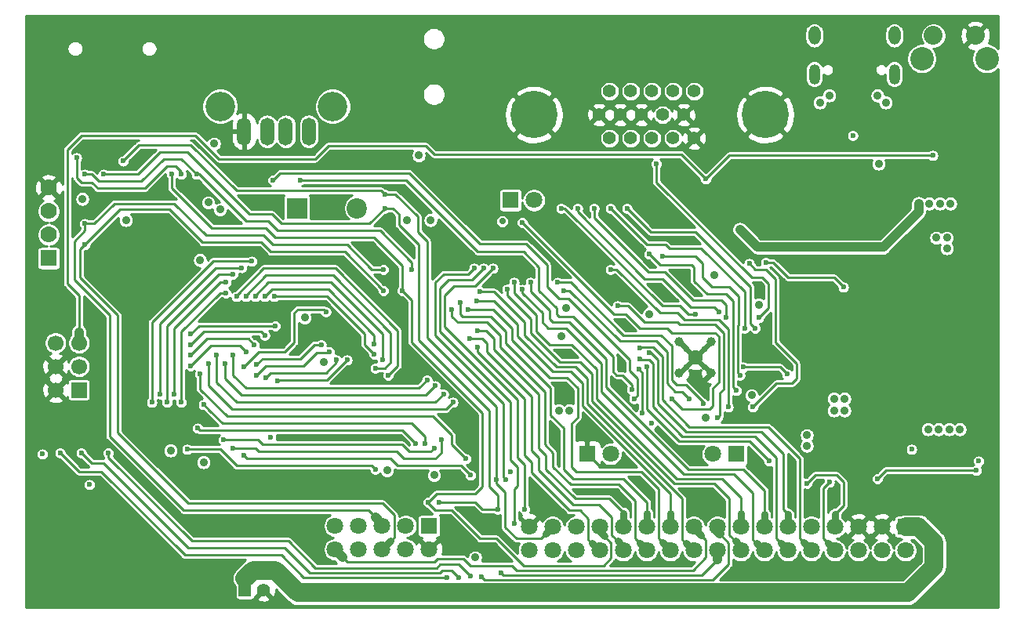
<source format=gbr>
G04 #@! TF.GenerationSoftware,KiCad,Pcbnew,5.1.0-rc2-unknown-036be7d~80~ubuntu16.04.1*
G04 #@! TF.CreationDate,2022-11-30T14:58:32+02:00*
G04 #@! TF.ProjectId,AgonLight2_Rev_A,41676f6e-4c69-4676-9874-325f5265765f,rev?*
G04 #@! TF.SameCoordinates,Original*
G04 #@! TF.FileFunction,Copper,L4,Bot*
G04 #@! TF.FilePolarity,Positive*
%FSLAX46Y46*%
G04 Gerber Fmt 4.6, Leading zero omitted, Abs format (unit mm)*
G04 Created by KiCad (PCBNEW 5.1.0-rc2-unknown-036be7d~80~ubuntu16.04.1) date 2022-11-30 14:58:32*
%MOMM*%
%LPD*%
G04 APERTURE LIST*
%ADD10C,1.700000*%
%ADD11R,1.700000X1.700000*%
%ADD12C,1.800000*%
%ADD13R,1.800000X1.800000*%
%ADD14R,1.750000X1.750000*%
%ADD15R,2.200000X2.200000*%
%ADD16C,2.200000*%
%ADD17C,2.032000*%
%ADD18C,2.540000*%
%ADD19C,5.100000*%
%ADD20C,1.400000*%
%ADD21R,1.778000X1.778000*%
%ADD22C,1.778000*%
%ADD23C,1.000000*%
%ADD24C,1.600000*%
%ADD25O,1.200000X2.200000*%
%ADD26O,1.300000X2.000000*%
%ADD27C,3.200000*%
%ADD28O,1.500000X3.000000*%
%ADD29R,1.400000X1.400000*%
%ADD30C,5.500000*%
%ADD31C,4.000000*%
%ADD32C,0.900000*%
%ADD33C,0.600000*%
%ADD34C,0.700000*%
%ADD35C,0.508000*%
%ADD36C,0.254000*%
%ADD37C,0.762000*%
%ADD38C,1.016000*%
%ADD39C,1.270000*%
%ADD40C,2.032000*%
G04 APERTURE END LIST*
D10*
X53730000Y-120960000D03*
X56270000Y-120960000D03*
X53730000Y-123500000D03*
X56270000Y-123500000D03*
X53730000Y-126040000D03*
D11*
X56270000Y-126040000D03*
D12*
X105410000Y-105537000D03*
D13*
X102870000Y-105537000D03*
D12*
X83920000Y-143270000D03*
X83920000Y-140730000D03*
X86460000Y-143270000D03*
X86460000Y-140730000D03*
X89000000Y-143270000D03*
X89000000Y-140730000D03*
X91540000Y-143270000D03*
X91540000Y-140730000D03*
X94080000Y-143270000D03*
D14*
X94080000Y-140730000D03*
D15*
X79808000Y-106400000D03*
D16*
X86308000Y-106400000D03*
D17*
X153060600Y-87755400D03*
X148539400Y-87755400D03*
D18*
X154305200Y-90244600D03*
X147294800Y-90244600D03*
D19*
X105403000Y-96310000D03*
X130397000Y-96310000D03*
D20*
X122715000Y-93770000D03*
X120429000Y-93770000D03*
X118143000Y-93770000D03*
X115857000Y-93770000D03*
X113571000Y-93770000D03*
X121572000Y-96310000D03*
X119286000Y-96310000D03*
X117000000Y-96310000D03*
X114714000Y-96310000D03*
X112428000Y-96310000D03*
X122715000Y-98850000D03*
X120429000Y-98850000D03*
X118143000Y-98850000D03*
X115857000Y-98850000D03*
X113571000Y-98850000D03*
D21*
X53000000Y-111810000D03*
D22*
X53000000Y-109270000D03*
X53000000Y-106730000D03*
X53000000Y-104190000D03*
D13*
X111125000Y-132969000D03*
D12*
X113665000Y-132969000D03*
X124714000Y-132969000D03*
D13*
X127254000Y-132969000D03*
D23*
X121109000Y-124255000D03*
X121109000Y-120855000D03*
X124509000Y-120855000D03*
X124509000Y-124255000D03*
D24*
X122809000Y-122555000D03*
D25*
X144320000Y-91930000D03*
D26*
X144320000Y-87750000D03*
X135680000Y-87750000D03*
D25*
X135680000Y-91930000D03*
D27*
X83670000Y-95400000D03*
X71530000Y-95400000D03*
D28*
X81100000Y-98110000D03*
X78600000Y-98110000D03*
X76600000Y-98110000D03*
X74100000Y-98110000D03*
D20*
X76203300Y-147645320D03*
D29*
X74191620Y-147647860D03*
D30*
X53300000Y-138800000D03*
X152800000Y-101300000D03*
X64500000Y-110000000D03*
X152800000Y-138800000D03*
D12*
X120120000Y-140830000D03*
X117580000Y-140830000D03*
X117580000Y-143370000D03*
X120120000Y-143370000D03*
X112500000Y-140830000D03*
X109960000Y-143370000D03*
X112500000Y-143370000D03*
X109960000Y-140830000D03*
X104880000Y-140830000D03*
X107420000Y-143370000D03*
X107420000Y-140830000D03*
X104880000Y-143370000D03*
X115040000Y-140830000D03*
X115040000Y-143370000D03*
X122660000Y-140830000D03*
X122660000Y-143370000D03*
X125200000Y-140830000D03*
X125200000Y-143370000D03*
X127740000Y-140830000D03*
X127740000Y-143370000D03*
X130280000Y-140830000D03*
X130280000Y-143370000D03*
X132820000Y-140830000D03*
X132820000Y-143370000D03*
X135360000Y-143370000D03*
X135360000Y-140830000D03*
X137900000Y-143370000D03*
X137900000Y-140830000D03*
X140440000Y-143370000D03*
X140440000Y-140830000D03*
X142980000Y-143370000D03*
X142980000Y-140830000D03*
X145520000Y-143370000D03*
D14*
X145520000Y-140830000D03*
D31*
X53008000Y-145003000D03*
X153105000Y-144944000D03*
X59024000Y-112431000D03*
X151057000Y-96047000D03*
D32*
X84836000Y-124587000D03*
X93345000Y-135255000D03*
X97409000Y-135636000D03*
X71501000Y-133858000D03*
X67818000Y-113284000D03*
X89916000Y-107696000D03*
X96012000Y-109855000D03*
D33*
X95250000Y-112268000D03*
X102743000Y-111887000D03*
X96139000Y-105156000D03*
X91567000Y-100711000D03*
X100457000Y-111887000D03*
D32*
X83820000Y-106426000D03*
D33*
X76073000Y-106045000D03*
X54356000Y-108077000D03*
D32*
X96774000Y-101727000D03*
X80645000Y-119761000D03*
X66675000Y-97663000D03*
X62230000Y-101346000D03*
X52070000Y-97663000D03*
X52578000Y-89535000D03*
X66675000Y-87630000D03*
X99060000Y-96774000D03*
D33*
X58166000Y-132842000D03*
X55372000Y-132842000D03*
D32*
X91948000Y-123825000D03*
X97663000Y-112649000D03*
D33*
X90297000Y-116332000D03*
D32*
X108331000Y-122047000D03*
D33*
X101092000Y-109474000D03*
X100965000Y-105537000D03*
X108204000Y-102362000D03*
X111760000Y-102362000D03*
X115316000Y-102362000D03*
D32*
X108458000Y-125603000D03*
X108458000Y-126746000D03*
D34*
X114681000Y-123444000D03*
X114427000Y-125349000D03*
D32*
X114808000Y-118745000D03*
X118999000Y-115062000D03*
X121539000Y-113919000D03*
X129794000Y-114935000D03*
X131953000Y-126619000D03*
X136779000Y-121031000D03*
D33*
X139827000Y-94996000D03*
D32*
X139065000Y-107061000D03*
X143637000Y-103759000D03*
X141986000Y-108966000D03*
D33*
X118618000Y-104775000D03*
D32*
X130429000Y-119761000D03*
X125857000Y-108712000D03*
X142113000Y-98806000D03*
X137541000Y-98806000D03*
X114173000Y-115443000D03*
X122555000Y-132461000D03*
X107696000Y-131191000D03*
X147447000Y-97028000D03*
X144653000Y-94234000D03*
X135636000Y-93853000D03*
D33*
X139954000Y-114173000D03*
X135509000Y-112649000D03*
X136144000Y-115062000D03*
X139192000Y-112268000D03*
D32*
X151638000Y-119888000D03*
X150495000Y-119888000D03*
X154432000Y-116586000D03*
X154432000Y-115443000D03*
X151638000Y-122555000D03*
X89154000Y-98552000D03*
D33*
X77216000Y-100330000D03*
D32*
X83566000Y-101219000D03*
X54102000Y-113665000D03*
D33*
X70358000Y-107061000D03*
X146177000Y-136271000D03*
D32*
X142621000Y-121539000D03*
X141097000Y-124079000D03*
X141478000Y-121539000D03*
X140843000Y-117602000D03*
X140843000Y-118745000D03*
X139573000Y-130429000D03*
X139573000Y-131699000D03*
X140462000Y-129286000D03*
X138430000Y-89916000D03*
X141097000Y-89916000D03*
D33*
X141224000Y-136271000D03*
X138049000Y-137033000D03*
X135509000Y-137033000D03*
X132969000Y-137033000D03*
X124079000Y-137033000D03*
X122809000Y-137033000D03*
X117729000Y-137033000D03*
X113919000Y-137033000D03*
X110109000Y-137033000D03*
X106172000Y-137033000D03*
X111379000Y-137033000D03*
D32*
X100838000Y-140970000D03*
D33*
X100584000Y-144145000D03*
X108712000Y-144399000D03*
X118872000Y-144653000D03*
X128397000Y-145796000D03*
X134239000Y-145669000D03*
X139954000Y-145669000D03*
X149098000Y-148082000D03*
X81534000Y-140970000D03*
X76962000Y-140970000D03*
X79375000Y-137160000D03*
X72009000Y-145161000D03*
X66802000Y-148590000D03*
X61595000Y-148590000D03*
X56007000Y-148717000D03*
X55880000Y-144018000D03*
X65151000Y-143891000D03*
X61468000Y-140970000D03*
X59690000Y-138049000D03*
X70612000Y-140970000D03*
X71755000Y-136525000D03*
X63881000Y-130937000D03*
X67056000Y-134112000D03*
X51308000Y-131826000D03*
X62738000Y-120269000D03*
X62865000Y-125857000D03*
X60960000Y-116078000D03*
X63500000Y-114427000D03*
X57658000Y-117983000D03*
X52451000Y-117729000D03*
X51562000Y-114046000D03*
X87503000Y-135636000D03*
X86868000Y-131191000D03*
X79375000Y-131191000D03*
X83693000Y-131191000D03*
X53467000Y-101346000D03*
X55753000Y-96520000D03*
X63754000Y-96647000D03*
X59436000Y-91948000D03*
X59309000Y-86487000D03*
X54102000Y-86614000D03*
X69850000Y-92964000D03*
X87122000Y-101219000D03*
X75184000Y-87630000D03*
X75184000Y-92075000D03*
X82550000Y-87630000D03*
X90043000Y-87630000D03*
X96647000Y-87884000D03*
X96647000Y-93726000D03*
X92329000Y-96012000D03*
X104648000Y-87884000D03*
X112903000Y-88011000D03*
X120015000Y-88011000D03*
X126492000Y-88011000D03*
X132715000Y-88011000D03*
X129921000Y-91313000D03*
X109347000Y-99314000D03*
X106045000Y-101727000D03*
X102870000Y-103505000D03*
X107442000Y-108458000D03*
X109093000Y-110236000D03*
X115697000Y-109728000D03*
X118872000Y-107950000D03*
X124460000Y-101219000D03*
X127127000Y-103378000D03*
X134874000Y-98171000D03*
X132842000Y-104013000D03*
X132842000Y-107188000D03*
X132842000Y-109347000D03*
X135382000Y-108204000D03*
X128143000Y-111379000D03*
X136398000Y-103632000D03*
X137668000Y-86106000D03*
X142875000Y-86106000D03*
X150114000Y-86106000D03*
X151511000Y-91440000D03*
X147320000Y-92710000D03*
X148590000Y-103759000D03*
X154813000Y-105410000D03*
X144653000Y-112141000D03*
X143256000Y-114046000D03*
X136779000Y-117602000D03*
X135001000Y-118872000D03*
X132588000Y-117475000D03*
X133096000Y-121158000D03*
X131318000Y-128778000D03*
X133096000Y-130429000D03*
X129286000Y-133858000D03*
X57404000Y-104394000D03*
X53213000Y-131318000D03*
X89154000Y-115316000D03*
X56896000Y-110363000D03*
X89154000Y-113030000D03*
X56896000Y-108077000D03*
D32*
X56642000Y-105410000D03*
X70231000Y-105791000D03*
X151384000Y-130302000D03*
X147955000Y-130302000D03*
X149098000Y-130302000D03*
X150241000Y-130302000D03*
X149987000Y-110744000D03*
X149987000Y-109601000D03*
X148844000Y-109601000D03*
D33*
X114427000Y-116967000D03*
X125222000Y-129032000D03*
D32*
X80645000Y-118237000D03*
X82677000Y-123063000D03*
X94615000Y-135255000D03*
X69723000Y-133858000D03*
D33*
X76962000Y-131191000D03*
D32*
X61341000Y-107696000D03*
X91694000Y-107696000D03*
X94234000Y-107696000D03*
X92964000Y-100711000D03*
D34*
X101981000Y-107823000D03*
D32*
X69342000Y-112014000D03*
X71501000Y-106553000D03*
X70866000Y-99441000D03*
X66167000Y-132588000D03*
X89535000Y-134747000D03*
X108331000Y-120269000D03*
X108839000Y-117221000D03*
X108077000Y-128270000D03*
X109220000Y-128270000D03*
X124841000Y-113665000D03*
X129667000Y-116840000D03*
X117856000Y-117856000D03*
X128905000Y-126619000D03*
X123952000Y-129032000D03*
X142621000Y-101600000D03*
D33*
X118110000Y-129667000D03*
D32*
X138938000Y-127000000D03*
X138938000Y-128270000D03*
X137795000Y-127000000D03*
X137795000Y-128270000D03*
D33*
X102870000Y-134874000D03*
D32*
X99060000Y-144145000D03*
D33*
X52324000Y-132969000D03*
X57404000Y-136271000D03*
X128651000Y-112395000D03*
X129032000Y-127889000D03*
X59436000Y-132842000D03*
X116713000Y-123825000D03*
X123952000Y-103251000D03*
X117094000Y-128524000D03*
X148463000Y-100711000D03*
X98552000Y-146177000D03*
X139827000Y-98552000D03*
D32*
X127635000Y-108712000D03*
X142494000Y-94234000D03*
X146939000Y-105918000D03*
X148082000Y-105918000D03*
X149225000Y-105918000D03*
X150368000Y-105918000D03*
X143383000Y-94996000D03*
X136271000Y-94996000D03*
X137287000Y-94234000D03*
D33*
X153416000Y-133731000D03*
X146177000Y-132461000D03*
D32*
X134874000Y-130937000D03*
X134874000Y-132080000D03*
D33*
X130429000Y-112268000D03*
X138811000Y-114935000D03*
X80137000Y-103378000D03*
X115951000Y-125984000D03*
X77216000Y-103378000D03*
X116205000Y-127000000D03*
X89281000Y-104902000D03*
X61050000Y-101309000D03*
X101346000Y-135763000D03*
X91186000Y-115316000D03*
X66294000Y-102743000D03*
X93980000Y-138176000D03*
X99314000Y-119634000D03*
X97409000Y-116586000D03*
X99187000Y-116459000D03*
X98933000Y-112903000D03*
X102362000Y-135763000D03*
X100965000Y-112903000D03*
X104394000Y-138938000D03*
X99758500Y-146240500D03*
X103251000Y-114427000D03*
X105029000Y-114427000D03*
X117856000Y-122047000D03*
X134874000Y-136144000D03*
X117602000Y-123571000D03*
X130810000Y-133731000D03*
X137287000Y-136017000D03*
X116840000Y-121539000D03*
X116840000Y-122682000D03*
X104140000Y-115189000D03*
X102489000Y-115189000D03*
X99949000Y-112903000D03*
X101854000Y-145796000D03*
X103251000Y-140462000D03*
X99568000Y-115443000D03*
X98298000Y-117348000D03*
X96520000Y-117348000D03*
X98425000Y-120523000D03*
X99314000Y-121412000D03*
X89281000Y-106426000D03*
X58928000Y-102743000D03*
X95123000Y-138176000D03*
X101473000Y-138938000D03*
X92202000Y-113030000D03*
X68961000Y-102743000D03*
X56896000Y-102743000D03*
X67310000Y-102743000D03*
X56007000Y-100965000D03*
X67945000Y-132461000D03*
X88265000Y-134620000D03*
X69342000Y-124333000D03*
X98044000Y-133477000D03*
X74041000Y-133096000D03*
X98552000Y-135255000D03*
X104140000Y-107950000D03*
X120269000Y-127000000D03*
X125349000Y-117602000D03*
X110109000Y-106426000D03*
X122809000Y-117856000D03*
X108331000Y-106426000D03*
X126111000Y-118237000D03*
X111887000Y-106426000D03*
X128143000Y-119380000D03*
X113665000Y-106426000D03*
X129286000Y-119380000D03*
X115443000Y-106426000D03*
X117856000Y-111379000D03*
X127254000Y-126111000D03*
X128016000Y-123571000D03*
X132715000Y-124333000D03*
X153162000Y-134747000D03*
X142494000Y-135636000D03*
X118618000Y-101600000D03*
X129667000Y-118237000D03*
X113665000Y-113030000D03*
X126365000Y-127889000D03*
X56515000Y-132842000D03*
X97282000Y-146304000D03*
X54229000Y-132842000D03*
X96012000Y-146304000D03*
X76327000Y-115951000D03*
X88138000Y-121114302D03*
X85217000Y-122809000D03*
X77724000Y-125095000D03*
X84074000Y-122809000D03*
X76454000Y-124714000D03*
X83312000Y-121920000D03*
X75438000Y-124460000D03*
X82423000Y-121158000D03*
X75438000Y-123317000D03*
X82931000Y-117602000D03*
X74041000Y-123571000D03*
X72136000Y-115570000D03*
X67310000Y-127381000D03*
X72136000Y-114427000D03*
X66548000Y-126492000D03*
X72898000Y-113538000D03*
X65786000Y-127381000D03*
X73850500Y-112839500D03*
X65024000Y-126492000D03*
X74930000Y-112141000D03*
X64135000Y-127381000D03*
X77343000Y-115951000D03*
X88138000Y-122174000D03*
X75311000Y-115951000D03*
X89027000Y-122809000D03*
X74295000Y-115951000D03*
X88265000Y-123698000D03*
X73279000Y-115951000D03*
X89662000Y-124460000D03*
X68326000Y-120015000D03*
X77470000Y-119126000D03*
X68326000Y-121158000D03*
X76327000Y-120142000D03*
X68326000Y-122301000D03*
X75184000Y-121158000D03*
X68326000Y-123444000D03*
X74295000Y-121920000D03*
X95377000Y-131445000D03*
X72898000Y-132334000D03*
X127635000Y-124460000D03*
X119253000Y-111633000D03*
X94615000Y-132334000D03*
X71882000Y-131445000D03*
X93599000Y-131826000D03*
X69723000Y-127635000D03*
X92583000Y-131826000D03*
X69088000Y-130175000D03*
X93853000Y-124968000D03*
X72898000Y-122301000D03*
X94742000Y-125603000D03*
X72009000Y-123190000D03*
X95631000Y-126492000D03*
X71120000Y-122301000D03*
X96647000Y-127381000D03*
X70231000Y-123190000D03*
X108585000Y-115316000D03*
X122199400Y-127000000D03*
X107950000Y-114427000D03*
X123698000Y-127508000D03*
D35*
X66802000Y-135001000D02*
X74676000Y-135001000D01*
X61341000Y-129540000D02*
X66802000Y-135001000D01*
X61341000Y-119761000D02*
X61341000Y-129540000D01*
X67818000Y-113284000D02*
X61341000Y-119761000D01*
X91440000Y-119253000D02*
X91440000Y-121285000D01*
X84201000Y-112014000D02*
X91440000Y-119253000D01*
X76327000Y-112014000D02*
X84201000Y-112014000D01*
X67818000Y-113284000D02*
X67818000Y-112014000D01*
X68834000Y-110998000D02*
X75311000Y-110998000D01*
X67818000Y-112014000D02*
X68834000Y-110998000D01*
X75311000Y-110998000D02*
X76327000Y-112014000D01*
X91948000Y-121793000D02*
X91948000Y-123825000D01*
X91440000Y-121285000D02*
X91948000Y-121793000D01*
D36*
X99314000Y-135509000D02*
X98806000Y-136017000D01*
X99314000Y-128905000D02*
X99314000Y-135509000D01*
X94234000Y-123825000D02*
X99314000Y-128905000D01*
X91948000Y-123825000D02*
X94234000Y-123825000D01*
X111125000Y-132969000D02*
X112395000Y-134239000D01*
X112395000Y-134239000D02*
X115189000Y-134239000D01*
X76962000Y-111125000D02*
X84963000Y-111125000D01*
X75946000Y-110109000D02*
X76962000Y-111125000D01*
X56896000Y-110363000D02*
X60706000Y-106553000D01*
X60706000Y-106553000D02*
X66040000Y-106553000D01*
X69596000Y-110109000D02*
X75946000Y-110109000D01*
X84963000Y-111125000D02*
X89154000Y-115316000D01*
X66040000Y-106553000D02*
X69596000Y-110109000D01*
D37*
X89000000Y-143270000D02*
X89013000Y-143270000D01*
X89013000Y-143270000D02*
X89916000Y-142367000D01*
D36*
X56388000Y-110871000D02*
X56896000Y-110363000D01*
X56388000Y-113919000D02*
X56388000Y-110871000D01*
X60452000Y-117983000D02*
X56388000Y-113919000D01*
X68072000Y-138303000D02*
X60452000Y-130683000D01*
X60452000Y-130683000D02*
X60452000Y-117983000D01*
X89916000Y-142367000D02*
X90297000Y-141986000D01*
X90297000Y-139573000D02*
X89027000Y-138303000D01*
X90297000Y-141986000D02*
X90297000Y-139573000D01*
X89027000Y-138303000D02*
X68072000Y-138303000D01*
D38*
X89000000Y-140730000D02*
X89000000Y-140562000D01*
X89000000Y-140562000D02*
X88265000Y-139827000D01*
D36*
X55753000Y-109982000D02*
X56896000Y-108839000D01*
X55753000Y-114173000D02*
X55753000Y-109982000D01*
X59563000Y-117983000D02*
X55753000Y-114173000D01*
X56896000Y-108839000D02*
X56896000Y-108077000D01*
X88265000Y-139827000D02*
X87503000Y-139065000D01*
X87503000Y-139065000D02*
X67564000Y-139065000D01*
X67564000Y-139065000D02*
X59563000Y-131064000D01*
X59563000Y-131064000D02*
X59563000Y-117983000D01*
X60071000Y-105918000D02*
X57912000Y-108077000D01*
X66548000Y-105918000D02*
X60071000Y-105918000D01*
X57912000Y-108077000D02*
X56896000Y-108077000D01*
X69977000Y-109347000D02*
X66548000Y-105918000D01*
X89154000Y-113030000D02*
X87884000Y-113030000D01*
X87884000Y-113030000D02*
X85217000Y-110363000D01*
X85217000Y-110363000D02*
X77216000Y-110363000D01*
X76200000Y-109347000D02*
X69977000Y-109347000D01*
X77216000Y-110363000D02*
X76200000Y-109347000D01*
D39*
X74191620Y-147647860D02*
X74191620Y-146407380D01*
D40*
X146926000Y-140830000D02*
X145520000Y-140830000D01*
X148590000Y-142494000D02*
X146926000Y-140830000D01*
X148590000Y-145161000D02*
X148590000Y-142494000D01*
X145796000Y-147955000D02*
X148590000Y-145161000D01*
X74191620Y-146407380D02*
X75057000Y-145542000D01*
X75057000Y-145542000D02*
X77470000Y-145542000D01*
X77470000Y-145542000D02*
X79883000Y-147955000D01*
X79883000Y-147955000D02*
X145796000Y-147955000D01*
D36*
X125857000Y-125984000D02*
X125476000Y-126365000D01*
X125476000Y-128778000D02*
X125222000Y-129032000D01*
X125476000Y-126365000D02*
X125476000Y-128778000D01*
X125857000Y-119888000D02*
X125857000Y-125984000D01*
X124968000Y-118999000D02*
X125857000Y-119888000D01*
X114427000Y-116967000D02*
X115570000Y-116967000D01*
X115570000Y-116967000D02*
X117348000Y-118745000D01*
X117348000Y-118745000D02*
X120904000Y-118745000D01*
X121158000Y-118999000D02*
X124968000Y-118999000D01*
X120904000Y-118745000D02*
X121158000Y-118999000D01*
X131572000Y-125349000D02*
X129032000Y-127889000D01*
X133731000Y-124841000D02*
X133223000Y-125349000D01*
X133731000Y-123190000D02*
X133731000Y-124841000D01*
X131445000Y-120904000D02*
X133731000Y-123190000D01*
X128651000Y-112395000D02*
X129286000Y-113030000D01*
X133223000Y-125349000D02*
X131572000Y-125349000D01*
X129286000Y-113030000D02*
X130429000Y-113030000D01*
X131445000Y-114046000D02*
X131445000Y-120904000D01*
X130429000Y-113030000D02*
X131445000Y-114046000D01*
X117094000Y-124206000D02*
X117094000Y-128524000D01*
X116713000Y-123825000D02*
X117094000Y-124206000D01*
X148463000Y-100711000D02*
X126492000Y-100711000D01*
X126492000Y-100711000D02*
X123952000Y-103251000D01*
D38*
X56270000Y-120960000D02*
X56270000Y-119770000D01*
D36*
X97282000Y-144907000D02*
X95250000Y-144907000D01*
X95250000Y-144907000D02*
X94869000Y-145288000D01*
X98552000Y-146177000D02*
X97282000Y-144907000D01*
X94869000Y-145288000D02*
X81788000Y-145288000D01*
X68453000Y-142367000D02*
X59436000Y-133350000D01*
X81788000Y-145288000D02*
X78867000Y-142367000D01*
X78867000Y-142367000D02*
X68453000Y-142367000D01*
X59436000Y-133350000D02*
X59436000Y-132842000D01*
X121285000Y-100584000D02*
X123952000Y-103251000D01*
X94615000Y-100584000D02*
X121285000Y-100584000D01*
X54991000Y-114554000D02*
X54991000Y-100076000D01*
X56270000Y-115833000D02*
X54991000Y-114554000D01*
X68834000Y-98552000D02*
X71374000Y-101092000D01*
X71374000Y-101092000D02*
X81788000Y-101092000D01*
X81788000Y-101092000D02*
X83185000Y-99695000D01*
X54991000Y-100076000D02*
X56515000Y-98552000D01*
X56270000Y-119770000D02*
X56270000Y-115833000D01*
X56515000Y-98552000D02*
X68834000Y-98552000D01*
X83185000Y-99695000D02*
X93726000Y-99695000D01*
X93726000Y-99695000D02*
X94615000Y-100584000D01*
D38*
X146939000Y-106807000D02*
X146939000Y-105918000D01*
X143129000Y-110617000D02*
X146939000Y-106807000D01*
X129540000Y-110617000D02*
X143129000Y-110617000D01*
X127635000Y-108712000D02*
X129540000Y-110617000D01*
D36*
X131191000Y-112268000D02*
X130429000Y-112268000D01*
X132842000Y-113919000D02*
X131191000Y-112268000D01*
X137795000Y-113919000D02*
X132842000Y-113919000D01*
X138811000Y-114935000D02*
X137795000Y-113919000D01*
X91567000Y-103378000D02*
X80137000Y-103378000D01*
X99314000Y-111125000D02*
X91567000Y-103378000D01*
X105918000Y-112776000D02*
X104267000Y-111125000D01*
X105918000Y-115316000D02*
X105918000Y-112776000D01*
X114300000Y-124460000D02*
X113919000Y-124079000D01*
X114935000Y-124460000D02*
X114300000Y-124460000D01*
X115951000Y-125476000D02*
X114935000Y-124460000D01*
X115951000Y-125984000D02*
X115951000Y-125476000D01*
X113919000Y-124079000D02*
X113919000Y-122428000D01*
X113919000Y-122428000D02*
X109601000Y-118110000D01*
X109601000Y-118110000D02*
X108077000Y-118110000D01*
X108077000Y-118110000D02*
X107823000Y-117856000D01*
X104267000Y-111125000D02*
X99314000Y-111125000D01*
X107823000Y-117856000D02*
X107823000Y-117221000D01*
X107823000Y-117221000D02*
X105918000Y-115316000D01*
X91948000Y-102616000D02*
X77978000Y-102616000D01*
X99568000Y-110236000D02*
X91948000Y-102616000D01*
X109093000Y-116205000D02*
X108077000Y-116205000D01*
X115697000Y-123952000D02*
X115697000Y-122809000D01*
X106807000Y-114935000D02*
X106807000Y-112522000D01*
X116586000Y-124841000D02*
X115697000Y-123952000D01*
X116586000Y-126619000D02*
X116586000Y-124841000D01*
X104521000Y-110236000D02*
X99568000Y-110236000D01*
X116205000Y-127000000D02*
X116586000Y-126619000D01*
X106807000Y-112522000D02*
X104521000Y-110236000D01*
X77978000Y-102616000D02*
X77216000Y-103378000D01*
X115697000Y-122809000D02*
X109093000Y-116205000D01*
X108077000Y-116205000D02*
X106807000Y-114935000D01*
X61050000Y-101256000D02*
X61050000Y-101309000D01*
X89281000Y-104902000D02*
X88900000Y-104521000D01*
X68326000Y-99568000D02*
X62738000Y-99568000D01*
X62738000Y-99568000D02*
X61050000Y-101256000D01*
X88900000Y-104521000D02*
X73279000Y-104521000D01*
X73279000Y-104521000D02*
X68326000Y-99568000D01*
D37*
X107420000Y-140830000D02*
X107420000Y-140865000D01*
X107420000Y-140865000D02*
X106680000Y-141605000D01*
D36*
X106172000Y-142113000D02*
X106680000Y-141605000D01*
X103505000Y-142113000D02*
X106172000Y-142113000D01*
X101346000Y-135763000D02*
X101346000Y-136144000D01*
X101346000Y-136144000D02*
X102298500Y-137096500D01*
X102298500Y-137096500D02*
X102298500Y-140906500D01*
X102298500Y-140906500D02*
X103505000Y-142113000D01*
X90424000Y-104902000D02*
X89281000Y-104902000D01*
X92837000Y-107315000D02*
X90424000Y-104902000D01*
X101346000Y-135763000D02*
X101346000Y-127889000D01*
X101346000Y-127889000D02*
X93853000Y-120396000D01*
X92837000Y-108966000D02*
X92837000Y-107315000D01*
X93853000Y-120396000D02*
X93853000Y-109982000D01*
X93853000Y-109982000D02*
X92837000Y-108966000D01*
D37*
X112500000Y-141329000D02*
X113030000Y-141859000D01*
X112500000Y-140830000D02*
X112500000Y-141329000D01*
D36*
X92202000Y-116332000D02*
X91186000Y-115316000D01*
X92202000Y-120904000D02*
X92202000Y-116332000D01*
X93980000Y-138176000D02*
X94869000Y-137287000D01*
X99822000Y-136525000D02*
X99822000Y-128524000D01*
X99822000Y-128524000D02*
X92202000Y-120904000D01*
X94869000Y-137287000D02*
X99060000Y-137287000D01*
X99060000Y-137287000D02*
X99822000Y-136525000D01*
X91186000Y-112649000D02*
X91186000Y-115316000D01*
X88138000Y-109601000D02*
X91186000Y-112649000D01*
X77470000Y-109601000D02*
X88138000Y-109601000D01*
X66294000Y-102743000D02*
X66294000Y-104267000D01*
X76454000Y-108585000D02*
X77470000Y-109601000D01*
X66294000Y-104267000D02*
X70612000Y-108585000D01*
X70612000Y-108585000D02*
X76454000Y-108585000D01*
X113741200Y-142570200D02*
X113030000Y-141859000D01*
X113741200Y-144195800D02*
X113741200Y-142570200D01*
X104267000Y-145034000D02*
X112903000Y-145034000D01*
X101346000Y-142113000D02*
X104267000Y-145034000D01*
X99568000Y-142113000D02*
X101346000Y-142113000D01*
X112903000Y-145034000D02*
X113741200Y-144195800D01*
X93980000Y-138303000D02*
X94742000Y-139065000D01*
X93980000Y-138176000D02*
X93980000Y-138303000D01*
X96520000Y-139065000D02*
X99568000Y-142113000D01*
X94742000Y-139065000D02*
X96520000Y-139065000D01*
D37*
X115040000Y-140830000D02*
X115040000Y-139341000D01*
D36*
X100203000Y-119634000D02*
X99314000Y-119634000D01*
X109855000Y-137795000D02*
X106680000Y-134620000D01*
X113538000Y-137795000D02*
X109855000Y-137795000D01*
X115040000Y-139297000D02*
X113538000Y-137795000D01*
X115040000Y-139341000D02*
X115040000Y-139297000D01*
X106680000Y-133096000D02*
X105918000Y-132334000D01*
X106680000Y-134620000D02*
X106680000Y-133096000D01*
X101092000Y-120523000D02*
X100203000Y-119634000D01*
X105918000Y-132334000D02*
X105918000Y-126492000D01*
X105918000Y-126492000D02*
X101092000Y-121666000D01*
X101092000Y-121666000D02*
X101092000Y-120523000D01*
D37*
X117580000Y-140830000D02*
X117580000Y-139341000D01*
D36*
X97409000Y-117856000D02*
X97409000Y-116586000D01*
X97663000Y-118110000D02*
X97409000Y-117856000D01*
X115062000Y-135636000D02*
X109601000Y-135636000D01*
X117580000Y-138154000D02*
X115062000Y-135636000D01*
X100711000Y-118110000D02*
X97663000Y-118110000D01*
X117580000Y-139341000D02*
X117580000Y-138154000D01*
X102362000Y-119761000D02*
X100711000Y-118110000D01*
X108585000Y-134620000D02*
X108585000Y-130175000D01*
X109601000Y-135636000D02*
X108585000Y-134620000D01*
X108585000Y-130175000D02*
X107188000Y-128778000D01*
X107188000Y-128778000D02*
X107188000Y-125857000D01*
X107188000Y-125857000D02*
X102362000Y-121031000D01*
X102362000Y-121031000D02*
X102362000Y-119761000D01*
D37*
X120120000Y-140830000D02*
X120120000Y-139341000D01*
D36*
X101092000Y-116459000D02*
X99187000Y-116459000D01*
X103632000Y-118999000D02*
X101092000Y-116459000D01*
X103632000Y-120269000D02*
X103632000Y-118999000D01*
X109347000Y-124079000D02*
X107442000Y-124079000D01*
X120120000Y-139341000D02*
X120120000Y-137265000D01*
X120120000Y-137265000D02*
X110617000Y-127762000D01*
X107442000Y-124079000D02*
X103632000Y-120269000D01*
X110617000Y-127762000D02*
X110617000Y-125349000D01*
X110617000Y-125349000D02*
X109347000Y-124079000D01*
D37*
X122660000Y-140830000D02*
X122660000Y-140948000D01*
X122660000Y-140948000D02*
X123444000Y-141732000D01*
D36*
X122555000Y-145542000D02*
X123952000Y-144145000D01*
X103505000Y-145542000D02*
X122555000Y-145542000D01*
X123952000Y-144145000D02*
X123952000Y-142240000D01*
X102997000Y-145034000D02*
X103505000Y-145542000D01*
X123952000Y-142240000D02*
X123444000Y-141732000D01*
D38*
X83920000Y-143270000D02*
X83920000Y-143356000D01*
X83920000Y-143356000D02*
X84709000Y-144145000D01*
D36*
X98298000Y-113538000D02*
X98933000Y-112903000D01*
X95631000Y-113538000D02*
X98298000Y-113538000D01*
X94742000Y-114427000D02*
X95631000Y-113538000D01*
X94742000Y-120142000D02*
X94742000Y-114427000D01*
X102362000Y-135763000D02*
X102108000Y-135509000D01*
X102108000Y-135509000D02*
X102108000Y-127508000D01*
X102108000Y-127508000D02*
X94742000Y-120142000D01*
X97790000Y-144272000D02*
X98552000Y-145034000D01*
X98552000Y-145034000D02*
X102997000Y-145034000D01*
X84709000Y-144145000D02*
X85217000Y-144653000D01*
X94996000Y-144272000D02*
X97790000Y-144272000D01*
X94615000Y-144653000D02*
X94996000Y-144272000D01*
X85217000Y-144653000D02*
X94615000Y-144653000D01*
D38*
X125200000Y-140830000D02*
X125200000Y-141329000D01*
X125200000Y-141329000D02*
X125476000Y-141605000D01*
D36*
X99060000Y-114808000D02*
X100965000Y-112903000D01*
X96774000Y-114808000D02*
X99060000Y-114808000D01*
X95758000Y-119253000D02*
X95758000Y-115824000D01*
X103632000Y-127127000D02*
X95758000Y-119253000D01*
X104394000Y-138938000D02*
X104394000Y-134112000D01*
X104394000Y-134112000D02*
X103632000Y-133350000D01*
X95758000Y-115824000D02*
X96774000Y-114808000D01*
X103632000Y-133350000D02*
X103632000Y-127127000D01*
X126441200Y-142570200D02*
X125476000Y-141605000D01*
X99758500Y-146240500D02*
X100076000Y-146558000D01*
X100076000Y-146558000D02*
X124714000Y-146558000D01*
X126441200Y-144830800D02*
X126441200Y-142570200D01*
X124714000Y-146558000D02*
X126441200Y-144830800D01*
D37*
X127740000Y-140830000D02*
X127740000Y-139341000D01*
D36*
X103251000Y-115570000D02*
X103251000Y-114427000D01*
X127740000Y-137646000D02*
X125730000Y-135636000D01*
X109474000Y-121158000D02*
X107061000Y-121158000D01*
X112141000Y-123825000D02*
X109474000Y-121158000D01*
X127740000Y-139341000D02*
X127740000Y-137646000D01*
X112141000Y-127000000D02*
X112141000Y-123825000D01*
X107061000Y-121158000D02*
X105664000Y-119761000D01*
X125730000Y-135636000D02*
X120777000Y-135636000D01*
X105664000Y-119761000D02*
X105664000Y-117983000D01*
X120777000Y-135636000D02*
X112141000Y-127000000D01*
X105664000Y-117983000D02*
X103251000Y-115570000D01*
D37*
X130280000Y-140830000D02*
X130280000Y-139468000D01*
D36*
X122047000Y-134620000D02*
X113157000Y-125730000D01*
X109220000Y-118745000D02*
X107442000Y-118745000D01*
X128016000Y-134620000D02*
X122047000Y-134620000D01*
X130280000Y-136884000D02*
X128016000Y-134620000D01*
X130280000Y-139468000D02*
X130280000Y-136884000D01*
X105029000Y-115443000D02*
X105029000Y-114427000D01*
X107061000Y-118364000D02*
X107061000Y-117475000D01*
X107442000Y-118745000D02*
X107061000Y-118364000D01*
X113157000Y-125730000D02*
X113157000Y-122682000D01*
X113157000Y-122682000D02*
X109220000Y-118745000D01*
X107061000Y-117475000D02*
X105029000Y-115443000D01*
D37*
X132820000Y-140830000D02*
X132820000Y-139468000D01*
D36*
X118745000Y-122809000D02*
X117983000Y-122047000D01*
X121793000Y-130556000D02*
X118745000Y-127508000D01*
X132820000Y-139468000D02*
X132334000Y-138982000D01*
X117983000Y-122047000D02*
X117856000Y-122047000D01*
X118745000Y-127508000D02*
X118745000Y-122809000D01*
X132334000Y-138982000D02*
X132334000Y-132969000D01*
X132334000Y-132969000D02*
X129921000Y-130556000D01*
X129921000Y-130556000D02*
X121793000Y-130556000D01*
D37*
X137900000Y-140830000D02*
X137900000Y-139468000D01*
D36*
X137900000Y-139468000D02*
X138811000Y-138557000D01*
X138811000Y-138557000D02*
X138811000Y-136017000D01*
X138811000Y-136017000D02*
X138049000Y-135255000D01*
X135763000Y-135255000D02*
X134874000Y-136144000D01*
X138049000Y-135255000D02*
X135763000Y-135255000D01*
X121031000Y-131572000D02*
X117602000Y-128143000D01*
X117602000Y-128143000D02*
X117602000Y-123571000D01*
X130810000Y-133731000D02*
X128651000Y-131572000D01*
X128651000Y-131572000D02*
X121031000Y-131572000D01*
D37*
X137900000Y-143370000D02*
X137900000Y-143361000D01*
X137900000Y-143361000D02*
X137160000Y-142621000D01*
D36*
X137160000Y-142621000D02*
X136652000Y-142113000D01*
X136652000Y-136652000D02*
X137287000Y-136017000D01*
X136652000Y-142113000D02*
X136652000Y-136652000D01*
D37*
X135360000Y-143370000D02*
X135360000Y-143361000D01*
X135360000Y-143361000D02*
X134493000Y-142494000D01*
D36*
X116967000Y-121412000D02*
X116840000Y-121539000D01*
X119253000Y-122428000D02*
X118237000Y-121412000D01*
X119253000Y-127127000D02*
X119253000Y-122428000D01*
X122174000Y-130048000D02*
X119253000Y-127127000D01*
X134493000Y-142494000D02*
X134112000Y-142113000D01*
X118237000Y-121412000D02*
X116967000Y-121412000D01*
X134112000Y-142113000D02*
X134112000Y-133477000D01*
X134112000Y-133477000D02*
X130683000Y-130048000D01*
X130683000Y-130048000D02*
X122174000Y-130048000D01*
D37*
X132820000Y-143370000D02*
X132820000Y-143361000D01*
X132820000Y-143361000D02*
X132080000Y-142621000D01*
D36*
X116967000Y-122809000D02*
X116840000Y-122682000D01*
X132080000Y-142621000D02*
X131572000Y-142113000D01*
X117856000Y-122809000D02*
X116967000Y-122809000D01*
X121412000Y-131064000D02*
X118237000Y-127889000D01*
X131572000Y-142113000D02*
X131572000Y-133350000D01*
X118237000Y-127889000D02*
X118237000Y-123190000D01*
X131572000Y-133350000D02*
X129286000Y-131064000D01*
X118237000Y-123190000D02*
X117856000Y-122809000D01*
X129286000Y-131064000D02*
X121412000Y-131064000D01*
D37*
X130280000Y-143370000D02*
X130162000Y-143370000D01*
X130162000Y-143370000D02*
X129413000Y-142621000D01*
D36*
X104140000Y-115570000D02*
X104140000Y-115189000D01*
X127000000Y-135128000D02*
X121539000Y-135128000D01*
X129032000Y-142240000D02*
X129032000Y-137160000D01*
X129413000Y-142621000D02*
X129032000Y-142240000D01*
X106299000Y-117729000D02*
X104140000Y-115570000D01*
X121539000Y-135128000D02*
X112649000Y-126238000D01*
X112649000Y-126238000D02*
X112649000Y-123190000D01*
X108839000Y-119380000D02*
X106934000Y-119380000D01*
X129032000Y-137160000D02*
X127000000Y-135128000D01*
X112649000Y-123190000D02*
X108839000Y-119380000D01*
X106934000Y-119380000D02*
X106299000Y-118745000D01*
X106299000Y-118745000D02*
X106299000Y-117729000D01*
D37*
X127762000Y-143002000D02*
X127127000Y-142367000D01*
X127762000Y-143348000D02*
X127762000Y-143002000D01*
X127740000Y-143370000D02*
X127762000Y-143348000D01*
D36*
X102489000Y-115824000D02*
X102489000Y-115189000D01*
X105029000Y-118364000D02*
X102489000Y-115824000D01*
X126492000Y-141732000D02*
X126492000Y-137795000D01*
X127127000Y-142367000D02*
X126492000Y-141732000D01*
X108204000Y-123063000D02*
X105029000Y-119888000D01*
X124841000Y-136144000D02*
X120523000Y-136144000D01*
X120523000Y-136144000D02*
X111633000Y-127254000D01*
X111633000Y-127254000D02*
X111633000Y-124333000D01*
X111633000Y-124333000D02*
X110363000Y-123063000D01*
X110363000Y-123063000D02*
X108204000Y-123063000D01*
X126492000Y-137795000D02*
X124841000Y-136144000D01*
X105029000Y-119888000D02*
X105029000Y-118364000D01*
D38*
X125200000Y-143370000D02*
X125200000Y-144377000D01*
D36*
X102108000Y-146050000D02*
X123527000Y-146050000D01*
X101854000Y-145796000D02*
X102108000Y-146050000D01*
X123527000Y-146050000D02*
X125200000Y-144377000D01*
X98679000Y-114173000D02*
X99949000Y-112903000D01*
X103251000Y-136779000D02*
X103632000Y-136398000D01*
X95250000Y-119761000D02*
X95250000Y-115062000D01*
X103632000Y-136398000D02*
X103632000Y-134366000D01*
X103251000Y-140462000D02*
X103251000Y-136779000D01*
X102870000Y-127381000D02*
X95250000Y-119761000D01*
X96139000Y-114173000D02*
X98679000Y-114173000D01*
X103632000Y-134366000D02*
X102870000Y-133604000D01*
X102870000Y-133604000D02*
X102870000Y-127381000D01*
X95250000Y-115062000D02*
X96139000Y-114173000D01*
D37*
X122660000Y-143370000D02*
X122542000Y-143370000D01*
X122542000Y-143370000D02*
X121793000Y-142621000D01*
D36*
X121412000Y-142240000D02*
X121793000Y-142621000D01*
X121412000Y-137795000D02*
X121412000Y-142240000D01*
X111125000Y-124841000D02*
X111125000Y-127508000D01*
X109855000Y-123571000D02*
X111125000Y-124841000D01*
X111125000Y-127508000D02*
X121412000Y-137795000D01*
X107823000Y-123571000D02*
X109855000Y-123571000D01*
X99568000Y-115443000D02*
X101092000Y-115443000D01*
X101092000Y-115443000D02*
X104394000Y-118745000D01*
X104394000Y-118745000D02*
X104394000Y-120142000D01*
X104394000Y-120142000D02*
X107823000Y-123571000D01*
D37*
X120120000Y-143370000D02*
X120120000Y-143361000D01*
X120120000Y-143361000D02*
X119253000Y-142494000D01*
D36*
X100965000Y-117348000D02*
X98298000Y-117348000D01*
X102997000Y-120650000D02*
X102997000Y-119380000D01*
X107061000Y-124714000D02*
X102997000Y-120650000D01*
X102997000Y-119380000D02*
X100965000Y-117348000D01*
X118872000Y-136779000D02*
X116967000Y-134874000D01*
X116967000Y-134874000D02*
X109982000Y-134874000D01*
X109982000Y-134874000D02*
X109474000Y-134366000D01*
X108966000Y-124714000D02*
X107061000Y-124714000D01*
X118872000Y-142113000D02*
X118872000Y-136779000D01*
X119253000Y-142494000D02*
X118872000Y-142113000D01*
X109474000Y-129667000D02*
X110109000Y-129032000D01*
X109474000Y-134366000D02*
X109474000Y-129667000D01*
X110109000Y-129032000D02*
X110109000Y-125857000D01*
X110109000Y-125857000D02*
X108966000Y-124714000D01*
D37*
X117580000Y-143370000D02*
X117580000Y-143361000D01*
X117580000Y-143361000D02*
X116840000Y-142621000D01*
D36*
X96520000Y-118110000D02*
X96520000Y-117348000D01*
X97155000Y-118745000D02*
X96520000Y-118110000D01*
X100330000Y-118745000D02*
X97155000Y-118745000D01*
X114554000Y-136271000D02*
X109347000Y-136271000D01*
X106553000Y-131953000D02*
X106553000Y-126238000D01*
X116332000Y-138049000D02*
X114554000Y-136271000D01*
X116332000Y-142113000D02*
X116332000Y-138049000D01*
X106553000Y-126238000D02*
X101727000Y-121412000D01*
X109347000Y-136271000D02*
X107442000Y-134366000D01*
X101727000Y-120142000D02*
X100330000Y-118745000D01*
X116840000Y-142621000D02*
X116332000Y-142113000D01*
X107442000Y-134366000D02*
X107442000Y-132842000D01*
X107442000Y-132842000D02*
X106553000Y-131953000D01*
X101727000Y-121412000D02*
X101727000Y-120142000D01*
D37*
X115040000Y-142980000D02*
X114427000Y-142367000D01*
X115040000Y-143370000D02*
X115040000Y-142980000D01*
D36*
X99822000Y-120523000D02*
X98425000Y-120523000D01*
X112395000Y-138430000D02*
X109601000Y-138430000D01*
X105156000Y-126746000D02*
X100330000Y-121920000D01*
X113792000Y-141732000D02*
X113792000Y-139827000D01*
X113792000Y-139827000D02*
X112395000Y-138430000D01*
X109601000Y-138430000D02*
X105918000Y-134747000D01*
X100330000Y-121920000D02*
X100330000Y-121031000D01*
X100330000Y-121031000D02*
X99822000Y-120523000D01*
X114427000Y-142367000D02*
X113792000Y-141732000D01*
X105918000Y-134747000D02*
X105918000Y-133350000D01*
X105156000Y-132588000D02*
X105156000Y-126746000D01*
X105918000Y-133350000D02*
X105156000Y-132588000D01*
D37*
X112500000Y-143370000D02*
X112382000Y-143370000D01*
X112382000Y-143370000D02*
X111633000Y-142621000D01*
D36*
X111252000Y-142240000D02*
X111633000Y-142621000D01*
X111252000Y-139954000D02*
X111252000Y-142240000D01*
X110363000Y-139065000D02*
X111252000Y-139954000D01*
X109220000Y-139065000D02*
X110363000Y-139065000D01*
X105156000Y-135001000D02*
X109220000Y-139065000D01*
X105156000Y-133858000D02*
X105156000Y-135001000D01*
X99314000Y-121412000D02*
X99314000Y-121920000D01*
X99314000Y-121920000D02*
X104394000Y-127000000D01*
X104394000Y-133096000D02*
X105156000Y-133858000D01*
X104394000Y-127000000D02*
X104394000Y-133096000D01*
X62611000Y-102743000D02*
X65024000Y-100330000D01*
X58928000Y-102743000D02*
X62611000Y-102743000D01*
X65024000Y-100330000D02*
X67945000Y-100330000D01*
X67945000Y-100330000D02*
X74676000Y-107061000D01*
X74676000Y-107061000D02*
X77089000Y-107061000D01*
X77089000Y-107061000D02*
X78105000Y-108077000D01*
X78105000Y-108077000D02*
X87630000Y-108077000D01*
X87630000Y-108077000D02*
X89281000Y-106426000D01*
X90805000Y-107061000D02*
X90170000Y-106426000D01*
X101473000Y-138938000D02*
X101473000Y-137414000D01*
X90805000Y-108204000D02*
X90805000Y-107061000D01*
X101473000Y-137414000D02*
X100584000Y-136525000D01*
X92964000Y-120650000D02*
X92964000Y-110363000D01*
X100584000Y-128270000D02*
X92964000Y-120650000D01*
X90170000Y-106426000D02*
X89281000Y-106426000D01*
X92964000Y-110363000D02*
X90805000Y-108204000D01*
X100584000Y-136525000D02*
X100584000Y-128270000D01*
X99060000Y-138176000D02*
X95123000Y-138176000D01*
X99822000Y-138938000D02*
X99060000Y-138176000D01*
X101473000Y-138938000D02*
X99822000Y-138938000D01*
X69215000Y-102743000D02*
X68961000Y-102743000D01*
X74295000Y-107823000D02*
X69215000Y-102743000D01*
X76708000Y-107823000D02*
X74295000Y-107823000D01*
X92202000Y-113030000D02*
X92202000Y-112268000D01*
X92202000Y-112268000D02*
X88773000Y-108839000D01*
X88773000Y-108839000D02*
X77724000Y-108839000D01*
X77724000Y-108839000D02*
X76708000Y-107823000D01*
X67310000Y-101092000D02*
X68961000Y-102743000D01*
X65405000Y-101092000D02*
X67310000Y-101092000D01*
X56896000Y-102743000D02*
X57658000Y-102743000D01*
X57658000Y-102743000D02*
X58420000Y-103505000D01*
X58420000Y-103505000D02*
X62992000Y-103505000D01*
X62992000Y-103505000D02*
X65405000Y-101092000D01*
X56007000Y-103124000D02*
X56007000Y-100965000D01*
X56515000Y-103632000D02*
X56007000Y-103124000D01*
X57658000Y-103632000D02*
X56515000Y-103632000D01*
X58293000Y-104267000D02*
X57658000Y-103632000D01*
X63373000Y-104267000D02*
X58293000Y-104267000D01*
X67310000Y-102743000D02*
X67310000Y-102489000D01*
X67310000Y-102489000D02*
X66675000Y-101854000D01*
X66675000Y-101854000D02*
X65786000Y-101854000D01*
X65786000Y-101854000D02*
X63373000Y-104267000D01*
X71501000Y-132461000D02*
X67945000Y-132461000D01*
X87884000Y-134239000D02*
X73279000Y-134239000D01*
X73279000Y-134239000D02*
X71501000Y-132461000D01*
X88265000Y-134620000D02*
X87884000Y-134239000D01*
X69342000Y-125984000D02*
X69342000Y-124333000D01*
X96520000Y-131953000D02*
X96520000Y-130937000D01*
X72263000Y-128905000D02*
X69342000Y-125984000D01*
X98044000Y-133477000D02*
X96520000Y-131953000D01*
X96520000Y-130937000D02*
X94488000Y-128905000D01*
X94488000Y-128905000D02*
X72263000Y-128905000D01*
X74422000Y-133477000D02*
X74041000Y-133096000D01*
X89916000Y-133477000D02*
X74422000Y-133477000D01*
X98552000Y-135255000D02*
X97536000Y-134239000D01*
X97536000Y-134239000D02*
X90678000Y-134239000D01*
X90678000Y-134239000D02*
X89916000Y-133477000D01*
X121412000Y-128143000D02*
X120269000Y-127000000D01*
X124333000Y-128143000D02*
X121412000Y-128143000D01*
X124714000Y-127762000D02*
X124333000Y-128143000D01*
X114046000Y-117856000D02*
X115316000Y-117856000D01*
X104140000Y-107950000D02*
X114046000Y-117856000D01*
X115316000Y-117856000D02*
X116840000Y-119380000D01*
X116840000Y-119380000D02*
X119761000Y-119380000D01*
X119761000Y-119380000D02*
X120269000Y-119888000D01*
X120269000Y-119888000D02*
X124968000Y-119888000D01*
X125349000Y-120269000D02*
X125349000Y-125222000D01*
X124968000Y-119888000D02*
X125349000Y-120269000D01*
X125349000Y-125222000D02*
X124714000Y-125857000D01*
X124714000Y-125857000D02*
X124714000Y-127762000D01*
X124841000Y-117094000D02*
X125349000Y-117602000D01*
X122301000Y-117094000D02*
X124841000Y-117094000D01*
X110109000Y-106426000D02*
X110109000Y-106807000D01*
X110109000Y-106807000D02*
X117348000Y-114046000D01*
X117348000Y-114046000D02*
X119253000Y-114046000D01*
X119253000Y-114046000D02*
X122301000Y-117094000D01*
X122047000Y-117856000D02*
X122809000Y-117856000D01*
X108331000Y-106426000D02*
X108712000Y-106426000D01*
X108712000Y-106426000D02*
X119253000Y-116967000D01*
X121158000Y-116967000D02*
X122047000Y-117856000D01*
X119253000Y-116967000D02*
X121158000Y-116967000D01*
X126111000Y-116840000D02*
X126111000Y-118237000D01*
X122555000Y-116332000D02*
X125603000Y-116332000D01*
X125603000Y-116332000D02*
X126111000Y-116840000D01*
X111887000Y-106426000D02*
X111887000Y-107442000D01*
X111887000Y-107442000D02*
X117729000Y-113284000D01*
X117729000Y-113284000D02*
X119507000Y-113284000D01*
X119507000Y-113284000D02*
X122555000Y-116332000D01*
X128143000Y-115443000D02*
X128143000Y-119380000D01*
X123444000Y-110744000D02*
X128143000Y-115443000D01*
X113665000Y-106426000D02*
X117602000Y-110363000D01*
X117602000Y-110363000D02*
X119634000Y-110363000D01*
X119634000Y-110363000D02*
X120015000Y-110744000D01*
X120015000Y-110744000D02*
X123444000Y-110744000D01*
X117983000Y-108966000D02*
X115443000Y-106426000D01*
X122809000Y-108966000D02*
X117983000Y-108966000D01*
X128778000Y-118872000D02*
X128778000Y-114935000D01*
X129286000Y-119380000D02*
X128778000Y-118872000D01*
X128778000Y-114935000D02*
X122809000Y-108966000D01*
X127254000Y-126111000D02*
X126873000Y-125730000D01*
X122682000Y-114300000D02*
X122682000Y-112776000D01*
X126873000Y-116459000D02*
X126111000Y-115697000D01*
X126873000Y-125730000D02*
X126873000Y-116459000D01*
X126111000Y-115697000D02*
X124079000Y-115697000D01*
X122682000Y-112776000D02*
X122428000Y-112522000D01*
X124079000Y-115697000D02*
X122682000Y-114300000D01*
X122428000Y-112522000D02*
X118999000Y-112522000D01*
X118999000Y-112522000D02*
X117856000Y-111379000D01*
X132715000Y-124333000D02*
X131953000Y-123571000D01*
X131953000Y-123571000D02*
X128016000Y-123571000D01*
X143383000Y-134747000D02*
X153162000Y-134747000D01*
X142494000Y-135636000D02*
X143383000Y-134747000D01*
X118618000Y-103632000D02*
X118618000Y-101600000D01*
X128905000Y-113919000D02*
X118618000Y-103632000D01*
X129667000Y-118237000D02*
X130683000Y-117221000D01*
X130683000Y-117221000D02*
X130683000Y-114554000D01*
X130683000Y-114554000D02*
X130048000Y-113919000D01*
X130048000Y-113919000D02*
X128905000Y-113919000D01*
X114300000Y-113030000D02*
X113665000Y-113030000D01*
X118999000Y-117729000D02*
X114300000Y-113030000D01*
X126365000Y-127889000D02*
X126365000Y-119507000D01*
X126365000Y-119507000D02*
X125349000Y-118491000D01*
X121666000Y-118491000D02*
X120904000Y-117729000D01*
X125349000Y-118491000D02*
X121666000Y-118491000D01*
X120904000Y-117729000D02*
X118999000Y-117729000D01*
X57658000Y-133985000D02*
X56515000Y-132842000D01*
X58928000Y-133985000D02*
X57658000Y-133985000D01*
X78486000Y-143129000D02*
X68072000Y-143129000D01*
X81153000Y-145796000D02*
X78486000Y-143129000D01*
X68072000Y-143129000D02*
X58928000Y-133985000D01*
X97282000Y-146304000D02*
X96520000Y-145542000D01*
X95250000Y-145796000D02*
X81153000Y-145796000D01*
X96520000Y-145542000D02*
X95504000Y-145542000D01*
X95504000Y-145542000D02*
X95250000Y-145796000D01*
X80518000Y-146304000D02*
X78105000Y-143891000D01*
X78105000Y-143891000D02*
X67691000Y-143891000D01*
X96012000Y-146304000D02*
X80518000Y-146304000D01*
X56261000Y-134874000D02*
X54229000Y-132842000D01*
X58674000Y-134874000D02*
X56261000Y-134874000D01*
X67691000Y-143891000D02*
X58674000Y-134874000D01*
X77089000Y-115189000D02*
X76327000Y-115951000D01*
X88138000Y-121114302D02*
X88138000Y-120142000D01*
X88138000Y-120142000D02*
X83185000Y-115189000D01*
X83185000Y-115189000D02*
X77089000Y-115189000D01*
X83058000Y-124968000D02*
X85217000Y-122809000D01*
X77851000Y-124968000D02*
X83058000Y-124968000D01*
X77724000Y-125095000D02*
X77851000Y-124968000D01*
X84074000Y-123063000D02*
X84074000Y-122809000D01*
X82931000Y-124206000D02*
X84074000Y-123063000D01*
X76962000Y-124206000D02*
X82931000Y-124206000D01*
X76454000Y-124714000D02*
X76962000Y-124206000D01*
X83185000Y-122047000D02*
X83312000Y-121920000D01*
X75438000Y-124460000D02*
X76454000Y-123444000D01*
X76454000Y-123444000D02*
X80518000Y-123444000D01*
X80518000Y-123444000D02*
X81915000Y-122047000D01*
X81915000Y-122047000D02*
X83185000Y-122047000D01*
X81661000Y-121158000D02*
X82423000Y-121158000D01*
X80137000Y-122682000D02*
X81661000Y-121158000D01*
X76073000Y-122682000D02*
X80137000Y-122682000D01*
X75438000Y-123317000D02*
X76073000Y-122682000D01*
X75692000Y-121920000D02*
X74041000Y-123571000D01*
X78486000Y-121920000D02*
X75692000Y-121920000D01*
X82931000Y-117602000D02*
X82677000Y-117348000D01*
X82677000Y-117348000D02*
X79883000Y-117348000D01*
X79883000Y-117348000D02*
X79502000Y-117729000D01*
X79502000Y-120904000D02*
X78486000Y-121920000D01*
X79502000Y-117729000D02*
X79502000Y-120904000D01*
X67310000Y-119761000D02*
X71501000Y-115570000D01*
X71501000Y-115570000D02*
X72136000Y-115570000D01*
X67310000Y-127381000D02*
X67310000Y-119761000D01*
X71501000Y-114427000D02*
X72136000Y-114427000D01*
X66548000Y-119380000D02*
X71501000Y-114427000D01*
X66548000Y-126492000D02*
X66548000Y-119380000D01*
X71374000Y-113538000D02*
X72898000Y-113538000D01*
X65786000Y-119126000D02*
X71374000Y-113538000D01*
X65786000Y-127381000D02*
X65786000Y-119126000D01*
X65024000Y-118872000D02*
X71056500Y-112839500D01*
X71056500Y-112839500D02*
X73850500Y-112839500D01*
X65024000Y-126492000D02*
X65024000Y-118872000D01*
X70739000Y-112141000D02*
X74930000Y-112141000D01*
X64135000Y-118745000D02*
X70739000Y-112141000D01*
X64135000Y-127381000D02*
X64135000Y-118745000D01*
X83058000Y-115951000D02*
X77343000Y-115951000D01*
X87122000Y-120015000D02*
X83058000Y-115951000D01*
X87122000Y-121158000D02*
X87122000Y-120015000D01*
X88138000Y-122174000D02*
X87122000Y-121158000D01*
X89027000Y-122809000D02*
X89027000Y-120015000D01*
X75311000Y-115824000D02*
X75311000Y-115951000D01*
X89027000Y-120015000D02*
X83439000Y-114427000D01*
X83439000Y-114427000D02*
X76708000Y-114427000D01*
X76708000Y-114427000D02*
X75311000Y-115824000D01*
X74295000Y-115824000D02*
X74295000Y-115951000D01*
X88265000Y-123698000D02*
X89281000Y-123698000D01*
X83693000Y-113665000D02*
X76454000Y-113665000D01*
X89281000Y-123698000D02*
X89916000Y-123063000D01*
X89916000Y-123063000D02*
X89916000Y-119888000D01*
X89916000Y-119888000D02*
X83693000Y-113665000D01*
X76454000Y-113665000D02*
X74295000Y-115824000D01*
X89662000Y-124460000D02*
X90678000Y-123444000D01*
X83947000Y-112903000D02*
X76200000Y-112903000D01*
X76200000Y-112903000D02*
X73279000Y-115824000D01*
X90678000Y-123444000D02*
X90678000Y-119634000D01*
X73279000Y-115824000D02*
X73279000Y-115951000D01*
X90678000Y-119634000D02*
X83947000Y-112903000D01*
X69215000Y-119126000D02*
X68326000Y-120015000D01*
X77470000Y-119126000D02*
X69215000Y-119126000D01*
X69723000Y-119761000D02*
X68326000Y-121158000D01*
X76327000Y-120142000D02*
X75946000Y-119761000D01*
X75946000Y-119761000D02*
X69723000Y-119761000D01*
X70104000Y-120523000D02*
X68326000Y-122301000D01*
X74549000Y-120523000D02*
X70104000Y-120523000D01*
X75184000Y-121158000D02*
X74549000Y-120523000D01*
X70485000Y-121285000D02*
X68326000Y-123444000D01*
X73660000Y-121285000D02*
X70485000Y-121285000D01*
X74295000Y-121920000D02*
X73660000Y-121285000D01*
X90551000Y-132715000D02*
X91313000Y-133477000D01*
X95377000Y-132842000D02*
X95377000Y-131445000D01*
X94742000Y-133477000D02*
X95377000Y-132842000D01*
X91313000Y-133477000D02*
X94742000Y-133477000D01*
X75311000Y-132334000D02*
X72898000Y-132334000D01*
X75692000Y-132715000D02*
X75311000Y-132334000D01*
X75692000Y-132715000D02*
X90551000Y-132715000D01*
X123571000Y-112395000D02*
X122809000Y-111633000D01*
X124587000Y-114935000D02*
X123571000Y-113919000D01*
X126492000Y-114935000D02*
X124587000Y-114935000D01*
X123571000Y-113919000D02*
X123571000Y-112395000D01*
X127508000Y-115951000D02*
X126492000Y-114935000D01*
X127635000Y-124460000D02*
X127381000Y-124206000D01*
X127381000Y-124206000D02*
X127381000Y-119126000D01*
X127381000Y-119126000D02*
X127508000Y-118999000D01*
X122809000Y-111633000D02*
X119253000Y-111633000D01*
X127508000Y-118999000D02*
X127508000Y-115951000D01*
X75565000Y-131445000D02*
X71882000Y-131445000D01*
X76073000Y-131953000D02*
X75565000Y-131445000D01*
X94615000Y-132334000D02*
X94234000Y-132715000D01*
X94234000Y-132715000D02*
X91948000Y-132715000D01*
X91948000Y-132715000D02*
X91186000Y-131953000D01*
X91186000Y-131953000D02*
X76073000Y-131953000D01*
X70358000Y-128270000D02*
X69723000Y-127635000D01*
X93599000Y-131826000D02*
X93599000Y-131064000D01*
X93599000Y-131064000D02*
X92202000Y-129667000D01*
X92202000Y-129667000D02*
X71755000Y-129667000D01*
X71755000Y-129667000D02*
X70358000Y-128270000D01*
X69342000Y-130429000D02*
X69088000Y-130175000D01*
X91186000Y-130429000D02*
X69342000Y-130429000D01*
X92583000Y-131826000D02*
X91186000Y-130429000D01*
X92964000Y-125857000D02*
X93853000Y-124968000D01*
X74295000Y-125857000D02*
X92964000Y-125857000D01*
X72898000Y-124460000D02*
X74295000Y-125857000D01*
X72898000Y-122301000D02*
X72898000Y-124460000D01*
X93726000Y-126619000D02*
X94742000Y-125603000D01*
X73787000Y-126619000D02*
X93726000Y-126619000D01*
X72009000Y-124841000D02*
X73787000Y-126619000D01*
X72009000Y-123190000D02*
X72009000Y-124841000D01*
X94742000Y-127381000D02*
X95631000Y-126492000D01*
X73279000Y-127381000D02*
X94742000Y-127381000D01*
X71120000Y-125222000D02*
X73279000Y-127381000D01*
X71120000Y-122301000D02*
X71120000Y-125222000D01*
X95885000Y-128143000D02*
X96647000Y-127381000D01*
X72771000Y-128143000D02*
X95885000Y-128143000D01*
X70231000Y-125603000D02*
X72771000Y-128143000D01*
X70231000Y-123190000D02*
X70231000Y-125603000D01*
X122174000Y-127000000D02*
X122199400Y-127000000D01*
X121412000Y-126238000D02*
X122174000Y-127000000D01*
X120650000Y-126238000D02*
X121412000Y-126238000D01*
X119761000Y-125349000D02*
X120650000Y-126238000D01*
X108585000Y-115316000D02*
X109220000Y-115316000D01*
X119761000Y-121920000D02*
X119761000Y-125349000D01*
X109220000Y-115316000D02*
X114681000Y-120777000D01*
X114681000Y-120777000D02*
X118618000Y-120777000D01*
X118618000Y-120777000D02*
X119761000Y-121920000D01*
X109347000Y-114427000D02*
X107950000Y-114427000D01*
X115062000Y-120142000D02*
X109347000Y-114427000D01*
X119126000Y-120142000D02*
X115062000Y-120142000D01*
X120269000Y-121285000D02*
X119126000Y-120142000D01*
X120269000Y-124968000D02*
X120269000Y-121285000D01*
X123698000Y-127508000D02*
X123698000Y-127381000D01*
X123698000Y-127381000D02*
X121793000Y-125476000D01*
X121793000Y-125476000D02*
X120777000Y-125476000D01*
X120777000Y-125476000D02*
X120269000Y-124968000D01*
G36*
X155542001Y-89146535D02*
G01*
X155357651Y-88962185D01*
X155087242Y-88781503D01*
X154786779Y-88657047D01*
X154486878Y-88597393D01*
X154615948Y-88332579D01*
X154698664Y-88018056D01*
X154718431Y-87693438D01*
X154674488Y-87371202D01*
X154568524Y-87063730D01*
X154473460Y-86885878D01*
X154207423Y-86788182D01*
X153240205Y-87755400D01*
X153254348Y-87769543D01*
X153074743Y-87949148D01*
X153060600Y-87935005D01*
X152093382Y-88902223D01*
X152191078Y-89168260D01*
X152483421Y-89310748D01*
X152797944Y-89393464D01*
X152884739Y-89398749D01*
X152842103Y-89462558D01*
X152717647Y-89763021D01*
X152654200Y-90081991D01*
X152654200Y-90407209D01*
X152717647Y-90726179D01*
X152842103Y-91026642D01*
X153022785Y-91297051D01*
X153252749Y-91527015D01*
X153523158Y-91707697D01*
X153823621Y-91832153D01*
X154142591Y-91895600D01*
X154467809Y-91895600D01*
X154786779Y-91832153D01*
X155087242Y-91707697D01*
X155357651Y-91527015D01*
X155542001Y-91342665D01*
X155542000Y-149492000D01*
X50508000Y-149492000D01*
X50508000Y-136203927D01*
X56723000Y-136203927D01*
X56723000Y-136338073D01*
X56749171Y-136469640D01*
X56800506Y-136593574D01*
X56875033Y-136705112D01*
X56969888Y-136799967D01*
X57081426Y-136874494D01*
X57205360Y-136925829D01*
X57336927Y-136952000D01*
X57471073Y-136952000D01*
X57602640Y-136925829D01*
X57726574Y-136874494D01*
X57838112Y-136799967D01*
X57932967Y-136705112D01*
X58007494Y-136593574D01*
X58058829Y-136469640D01*
X58085000Y-136338073D01*
X58085000Y-136203927D01*
X58058829Y-136072360D01*
X58007494Y-135948426D01*
X57932967Y-135836888D01*
X57838112Y-135742033D01*
X57726574Y-135667506D01*
X57602640Y-135616171D01*
X57471073Y-135590000D01*
X57336927Y-135590000D01*
X57205360Y-135616171D01*
X57081426Y-135667506D01*
X56969888Y-135742033D01*
X56875033Y-135836888D01*
X56800506Y-135948426D01*
X56749171Y-136072360D01*
X56723000Y-136203927D01*
X50508000Y-136203927D01*
X50508000Y-132901927D01*
X51643000Y-132901927D01*
X51643000Y-133036073D01*
X51669171Y-133167640D01*
X51720506Y-133291574D01*
X51795033Y-133403112D01*
X51889888Y-133497967D01*
X52001426Y-133572494D01*
X52125360Y-133623829D01*
X52256927Y-133650000D01*
X52391073Y-133650000D01*
X52522640Y-133623829D01*
X52646574Y-133572494D01*
X52758112Y-133497967D01*
X52852967Y-133403112D01*
X52927494Y-133291574D01*
X52978829Y-133167640D01*
X53005000Y-133036073D01*
X53005000Y-132901927D01*
X52978829Y-132770360D01*
X52927494Y-132646426D01*
X52852967Y-132534888D01*
X52758112Y-132440033D01*
X52646574Y-132365506D01*
X52522640Y-132314171D01*
X52391073Y-132288000D01*
X52256927Y-132288000D01*
X52125360Y-132314171D01*
X52001426Y-132365506D01*
X51889888Y-132440033D01*
X51795033Y-132534888D01*
X51720506Y-132646426D01*
X51669171Y-132770360D01*
X51643000Y-132901927D01*
X50508000Y-132901927D01*
X50508000Y-127068397D01*
X52881208Y-127068397D01*
X52958843Y-127317472D01*
X53222883Y-127443371D01*
X53506411Y-127515339D01*
X53798531Y-127530611D01*
X54088019Y-127488599D01*
X54363747Y-127390919D01*
X54501157Y-127317472D01*
X54578792Y-127068397D01*
X53730000Y-126219605D01*
X52881208Y-127068397D01*
X50508000Y-127068397D01*
X50508000Y-126108531D01*
X52239389Y-126108531D01*
X52281401Y-126398019D01*
X52379081Y-126673747D01*
X52452528Y-126811157D01*
X52701603Y-126888792D01*
X53550395Y-126040000D01*
X53909605Y-126040000D01*
X54758397Y-126888792D01*
X55007472Y-126811157D01*
X55037157Y-126748901D01*
X55037157Y-126890000D01*
X55044513Y-126964689D01*
X55066299Y-127036508D01*
X55101678Y-127102696D01*
X55149289Y-127160711D01*
X55207304Y-127208322D01*
X55273492Y-127243701D01*
X55345311Y-127265487D01*
X55420000Y-127272843D01*
X57120000Y-127272843D01*
X57194689Y-127265487D01*
X57266508Y-127243701D01*
X57332696Y-127208322D01*
X57390711Y-127160711D01*
X57438322Y-127102696D01*
X57473701Y-127036508D01*
X57495487Y-126964689D01*
X57502843Y-126890000D01*
X57502843Y-125190000D01*
X57495487Y-125115311D01*
X57473701Y-125043492D01*
X57438322Y-124977304D01*
X57390711Y-124919289D01*
X57332696Y-124871678D01*
X57266508Y-124836299D01*
X57194689Y-124814513D01*
X57120000Y-124807157D01*
X55420000Y-124807157D01*
X55345311Y-124814513D01*
X55273492Y-124836299D01*
X55207304Y-124871678D01*
X55149289Y-124919289D01*
X55101678Y-124977304D01*
X55066299Y-125043492D01*
X55044513Y-125115311D01*
X55037157Y-125190000D01*
X55037157Y-125324380D01*
X55007472Y-125268843D01*
X54758397Y-125191208D01*
X53909605Y-126040000D01*
X53550395Y-126040000D01*
X52701603Y-125191208D01*
X52452528Y-125268843D01*
X52326629Y-125532883D01*
X52254661Y-125816411D01*
X52239389Y-126108531D01*
X50508000Y-126108531D01*
X50508000Y-124528397D01*
X52881208Y-124528397D01*
X52956514Y-124770000D01*
X52881208Y-125011603D01*
X53730000Y-125860395D01*
X54578792Y-125011603D01*
X54503486Y-124770000D01*
X54578792Y-124528397D01*
X53730000Y-123679605D01*
X52881208Y-124528397D01*
X50508000Y-124528397D01*
X50508000Y-123568531D01*
X52239389Y-123568531D01*
X52281401Y-123858019D01*
X52379081Y-124133747D01*
X52452528Y-124271157D01*
X52701603Y-124348792D01*
X53550395Y-123500000D01*
X53909605Y-123500000D01*
X54758397Y-124348792D01*
X55007472Y-124271157D01*
X55133371Y-124007117D01*
X55138789Y-123985772D01*
X55179102Y-124083097D01*
X55313820Y-124284717D01*
X55485283Y-124456180D01*
X55686903Y-124590898D01*
X55910931Y-124683693D01*
X56148757Y-124731000D01*
X56391243Y-124731000D01*
X56629069Y-124683693D01*
X56853097Y-124590898D01*
X57054717Y-124456180D01*
X57226180Y-124284717D01*
X57360898Y-124083097D01*
X57453693Y-123859069D01*
X57501000Y-123621243D01*
X57501000Y-123378757D01*
X57453693Y-123140931D01*
X57360898Y-122916903D01*
X57226180Y-122715283D01*
X57054717Y-122543820D01*
X56853097Y-122409102D01*
X56629069Y-122316307D01*
X56391243Y-122269000D01*
X56148757Y-122269000D01*
X55910931Y-122316307D01*
X55686903Y-122409102D01*
X55485283Y-122543820D01*
X55313820Y-122715283D01*
X55179102Y-122916903D01*
X55135852Y-123021317D01*
X55080919Y-122866253D01*
X55007472Y-122728843D01*
X54758397Y-122651208D01*
X53909605Y-123500000D01*
X53550395Y-123500000D01*
X52701603Y-122651208D01*
X52452528Y-122728843D01*
X52326629Y-122992883D01*
X52254661Y-123276411D01*
X52239389Y-123568531D01*
X50508000Y-123568531D01*
X50508000Y-120838757D01*
X52499000Y-120838757D01*
X52499000Y-121081243D01*
X52546307Y-121319069D01*
X52639102Y-121543097D01*
X52773820Y-121744717D01*
X52945283Y-121916180D01*
X53146903Y-122050898D01*
X53251317Y-122094148D01*
X53096253Y-122149081D01*
X52958843Y-122222528D01*
X52881208Y-122471603D01*
X53730000Y-123320395D01*
X54578792Y-122471603D01*
X54501157Y-122222528D01*
X54237117Y-122096629D01*
X54215772Y-122091211D01*
X54313097Y-122050898D01*
X54514717Y-121916180D01*
X54686180Y-121744717D01*
X54820898Y-121543097D01*
X54913693Y-121319069D01*
X54961000Y-121081243D01*
X54961000Y-120838757D01*
X54913693Y-120600931D01*
X54820898Y-120376903D01*
X54686180Y-120175283D01*
X54514717Y-120003820D01*
X54313097Y-119869102D01*
X54089069Y-119776307D01*
X53851243Y-119729000D01*
X53608757Y-119729000D01*
X53370931Y-119776307D01*
X53146903Y-119869102D01*
X52945283Y-120003820D01*
X52773820Y-120175283D01*
X52639102Y-120376903D01*
X52546307Y-120600931D01*
X52499000Y-120838757D01*
X50508000Y-120838757D01*
X50508000Y-110921000D01*
X51728157Y-110921000D01*
X51728157Y-112699000D01*
X51735513Y-112773689D01*
X51757299Y-112845508D01*
X51792678Y-112911696D01*
X51840289Y-112969711D01*
X51898304Y-113017322D01*
X51964492Y-113052701D01*
X52036311Y-113074487D01*
X52111000Y-113081843D01*
X53889000Y-113081843D01*
X53963689Y-113074487D01*
X54035508Y-113052701D01*
X54101696Y-113017322D01*
X54159711Y-112969711D01*
X54207322Y-112911696D01*
X54242701Y-112845508D01*
X54264487Y-112773689D01*
X54271843Y-112699000D01*
X54271843Y-110921000D01*
X54264487Y-110846311D01*
X54242701Y-110774492D01*
X54207322Y-110708304D01*
X54159711Y-110650289D01*
X54101696Y-110602678D01*
X54035508Y-110567299D01*
X53963689Y-110545513D01*
X53889000Y-110538157D01*
X53134349Y-110538157D01*
X53370445Y-110491195D01*
X53601571Y-110395459D01*
X53809578Y-110256473D01*
X53986473Y-110079578D01*
X54125459Y-109871571D01*
X54221195Y-109640445D01*
X54270000Y-109395084D01*
X54270000Y-109144916D01*
X54221195Y-108899555D01*
X54125459Y-108668429D01*
X53986473Y-108460422D01*
X53809578Y-108283527D01*
X53601571Y-108144541D01*
X53370445Y-108048805D01*
X53125084Y-108000000D01*
X53370445Y-107951195D01*
X53601571Y-107855459D01*
X53809578Y-107716473D01*
X53986473Y-107539578D01*
X54125459Y-107331571D01*
X54221195Y-107100445D01*
X54270000Y-106855084D01*
X54270000Y-106604916D01*
X54221195Y-106359555D01*
X54125459Y-106128429D01*
X53986473Y-105920422D01*
X53809578Y-105743527D01*
X53601571Y-105604541D01*
X53587712Y-105598800D01*
X53647359Y-105577816D01*
X53794273Y-105499289D01*
X53876626Y-105246231D01*
X53000000Y-104369605D01*
X52123374Y-105246231D01*
X52205727Y-105499289D01*
X52412808Y-105598585D01*
X52398429Y-105604541D01*
X52190422Y-105743527D01*
X52013527Y-105920422D01*
X51874541Y-106128429D01*
X51778805Y-106359555D01*
X51730000Y-106604916D01*
X51730000Y-106855084D01*
X51778805Y-107100445D01*
X51874541Y-107331571D01*
X52013527Y-107539578D01*
X52190422Y-107716473D01*
X52398429Y-107855459D01*
X52629555Y-107951195D01*
X52874916Y-108000000D01*
X52629555Y-108048805D01*
X52398429Y-108144541D01*
X52190422Y-108283527D01*
X52013527Y-108460422D01*
X51874541Y-108668429D01*
X51778805Y-108899555D01*
X51730000Y-109144916D01*
X51730000Y-109395084D01*
X51778805Y-109640445D01*
X51874541Y-109871571D01*
X52013527Y-110079578D01*
X52190422Y-110256473D01*
X52398429Y-110395459D01*
X52629555Y-110491195D01*
X52865651Y-110538157D01*
X52111000Y-110538157D01*
X52036311Y-110545513D01*
X51964492Y-110567299D01*
X51898304Y-110602678D01*
X51840289Y-110650289D01*
X51792678Y-110708304D01*
X51757299Y-110774492D01*
X51735513Y-110846311D01*
X51728157Y-110921000D01*
X50508000Y-110921000D01*
X50508000Y-104256988D01*
X51470092Y-104256988D01*
X51512557Y-104554171D01*
X51612184Y-104837359D01*
X51690711Y-104984273D01*
X51943769Y-105066626D01*
X52820395Y-104190000D01*
X53179605Y-104190000D01*
X54056231Y-105066626D01*
X54309289Y-104984273D01*
X54439086Y-104713582D01*
X54483001Y-104542146D01*
X54483000Y-114529053D01*
X54480543Y-114554000D01*
X54483000Y-114578944D01*
X54483000Y-114578946D01*
X54490351Y-114653584D01*
X54519399Y-114749342D01*
X54566571Y-114837595D01*
X54630052Y-114914948D01*
X54649435Y-114930855D01*
X55762001Y-116043422D01*
X55762000Y-119036857D01*
X55638342Y-119138341D01*
X55527248Y-119273709D01*
X55444698Y-119428149D01*
X55393865Y-119595726D01*
X55381001Y-119726333D01*
X55381001Y-120108102D01*
X55313820Y-120175283D01*
X55179102Y-120376903D01*
X55086307Y-120600931D01*
X55039000Y-120838757D01*
X55039000Y-121081243D01*
X55086307Y-121319069D01*
X55179102Y-121543097D01*
X55313820Y-121744717D01*
X55485283Y-121916180D01*
X55686903Y-122050898D01*
X55910931Y-122143693D01*
X56148757Y-122191000D01*
X56391243Y-122191000D01*
X56629069Y-122143693D01*
X56853097Y-122050898D01*
X57054717Y-121916180D01*
X57226180Y-121744717D01*
X57360898Y-121543097D01*
X57453693Y-121319069D01*
X57501000Y-121081243D01*
X57501000Y-120838757D01*
X57453693Y-120600931D01*
X57360898Y-120376903D01*
X57226180Y-120175283D01*
X57159000Y-120108103D01*
X57159000Y-119726333D01*
X57146136Y-119595726D01*
X57095303Y-119428149D01*
X57012753Y-119273709D01*
X56901659Y-119138341D01*
X56778000Y-119036856D01*
X56778000Y-115916420D01*
X59055001Y-118193421D01*
X59055000Y-131039053D01*
X59052543Y-131064000D01*
X59055000Y-131088944D01*
X59055000Y-131088946D01*
X59062351Y-131163584D01*
X59091399Y-131259342D01*
X59138571Y-131347595D01*
X59202052Y-131424948D01*
X59221435Y-131440855D01*
X67187145Y-139406565D01*
X67203052Y-139425948D01*
X67280405Y-139489429D01*
X67368657Y-139536601D01*
X67464415Y-139565649D01*
X67539053Y-139573000D01*
X67539056Y-139573000D01*
X67564000Y-139575457D01*
X67588944Y-139573000D01*
X83365832Y-139573000D01*
X83313219Y-139594793D01*
X83103410Y-139734982D01*
X82924982Y-139913410D01*
X82784793Y-140123219D01*
X82688228Y-140356346D01*
X82639000Y-140603833D01*
X82639000Y-140856167D01*
X82688228Y-141103654D01*
X82784793Y-141336781D01*
X82924982Y-141546590D01*
X83103410Y-141725018D01*
X83313219Y-141865207D01*
X83546346Y-141961772D01*
X83738532Y-142000000D01*
X83546346Y-142038228D01*
X83313219Y-142134793D01*
X83103410Y-142274982D01*
X82924982Y-142453410D01*
X82784793Y-142663219D01*
X82688228Y-142896346D01*
X82639000Y-143143833D01*
X82639000Y-143396167D01*
X82688228Y-143643654D01*
X82784793Y-143876781D01*
X82924982Y-144086590D01*
X83103410Y-144265018D01*
X83313219Y-144405207D01*
X83546346Y-144501772D01*
X83793833Y-144551000D01*
X83857764Y-144551000D01*
X84086764Y-144780000D01*
X81998420Y-144780000D01*
X79243855Y-142025435D01*
X79227948Y-142006052D01*
X79150595Y-141942571D01*
X79062343Y-141895399D01*
X78966585Y-141866351D01*
X78891947Y-141859000D01*
X78891944Y-141859000D01*
X78867000Y-141856543D01*
X78842056Y-141859000D01*
X68663420Y-141859000D01*
X60011256Y-133206836D01*
X60039494Y-133164574D01*
X60090829Y-133040640D01*
X60117000Y-132909073D01*
X60117000Y-132774927D01*
X60090829Y-132643360D01*
X60039494Y-132519426D01*
X59964967Y-132407888D01*
X59870112Y-132313033D01*
X59758574Y-132238506D01*
X59634640Y-132187171D01*
X59503073Y-132161000D01*
X59368927Y-132161000D01*
X59237360Y-132187171D01*
X59113426Y-132238506D01*
X59001888Y-132313033D01*
X58907033Y-132407888D01*
X58832506Y-132519426D01*
X58781171Y-132643360D01*
X58755000Y-132774927D01*
X58755000Y-132909073D01*
X58781171Y-133040640D01*
X58832506Y-133164574D01*
X58907033Y-133276112D01*
X58928000Y-133297079D01*
X58928000Y-133325053D01*
X58925543Y-133350000D01*
X58928000Y-133374944D01*
X58928000Y-133374946D01*
X58935351Y-133449584D01*
X58943382Y-133476058D01*
X58928000Y-133474543D01*
X58903056Y-133477000D01*
X57868421Y-133477000D01*
X57196000Y-132804580D01*
X57196000Y-132774927D01*
X57169829Y-132643360D01*
X57118494Y-132519426D01*
X57043967Y-132407888D01*
X56949112Y-132313033D01*
X56837574Y-132238506D01*
X56713640Y-132187171D01*
X56582073Y-132161000D01*
X56447927Y-132161000D01*
X56316360Y-132187171D01*
X56192426Y-132238506D01*
X56080888Y-132313033D01*
X55986033Y-132407888D01*
X55911506Y-132519426D01*
X55860171Y-132643360D01*
X55834000Y-132774927D01*
X55834000Y-132909073D01*
X55860171Y-133040640D01*
X55911506Y-133164574D01*
X55986033Y-133276112D01*
X56080888Y-133370967D01*
X56192426Y-133445494D01*
X56316360Y-133496829D01*
X56447927Y-133523000D01*
X56477580Y-133523000D01*
X57281149Y-134326570D01*
X57297052Y-134345948D01*
X57316429Y-134361850D01*
X57321486Y-134366000D01*
X56471421Y-134366000D01*
X54910000Y-132804580D01*
X54910000Y-132774927D01*
X54883829Y-132643360D01*
X54832494Y-132519426D01*
X54757967Y-132407888D01*
X54663112Y-132313033D01*
X54551574Y-132238506D01*
X54427640Y-132187171D01*
X54296073Y-132161000D01*
X54161927Y-132161000D01*
X54030360Y-132187171D01*
X53906426Y-132238506D01*
X53794888Y-132313033D01*
X53700033Y-132407888D01*
X53625506Y-132519426D01*
X53574171Y-132643360D01*
X53548000Y-132774927D01*
X53548000Y-132909073D01*
X53574171Y-133040640D01*
X53625506Y-133164574D01*
X53700033Y-133276112D01*
X53794888Y-133370967D01*
X53906426Y-133445494D01*
X54030360Y-133496829D01*
X54161927Y-133523000D01*
X54191580Y-133523000D01*
X55884149Y-135215570D01*
X55900052Y-135234948D01*
X55919429Y-135250850D01*
X55977404Y-135298429D01*
X56024015Y-135323343D01*
X56065657Y-135345601D01*
X56161415Y-135374649D01*
X56236053Y-135382000D01*
X56236056Y-135382000D01*
X56261000Y-135384457D01*
X56285944Y-135382000D01*
X58463580Y-135382000D01*
X67314145Y-144232565D01*
X67330052Y-144251948D01*
X67407405Y-144315429D01*
X67495657Y-144362601D01*
X67591415Y-144391649D01*
X67666053Y-144399000D01*
X67666056Y-144399000D01*
X67691000Y-144401457D01*
X67715944Y-144399000D01*
X74247646Y-144399000D01*
X74064392Y-144549392D01*
X74020640Y-144602704D01*
X73155267Y-145468078D01*
X73024438Y-145627494D01*
X72894717Y-145870185D01*
X72814834Y-146133521D01*
X72787861Y-146407380D01*
X72814834Y-146681239D01*
X72894717Y-146944575D01*
X73024438Y-147187266D01*
X73108777Y-147290034D01*
X73108777Y-148347860D01*
X73116133Y-148422549D01*
X73137919Y-148494368D01*
X73173298Y-148560556D01*
X73220909Y-148618571D01*
X73278924Y-148666182D01*
X73345112Y-148701561D01*
X73416931Y-148723347D01*
X73491620Y-148730703D01*
X74891620Y-148730703D01*
X74966309Y-148723347D01*
X75038128Y-148701561D01*
X75104316Y-148666182D01*
X75162331Y-148618571D01*
X75204990Y-148566589D01*
X75461636Y-148566589D01*
X75521097Y-148800357D01*
X75759542Y-148911254D01*
X76015040Y-148973503D01*
X76277773Y-148984710D01*
X76537644Y-148944445D01*
X76784666Y-148854255D01*
X76885503Y-148800357D01*
X76944964Y-148566589D01*
X76203300Y-147824925D01*
X75461636Y-148566589D01*
X75204990Y-148566589D01*
X75209942Y-148560556D01*
X75245321Y-148494368D01*
X75267107Y-148422549D01*
X75270889Y-148384150D01*
X75282031Y-148386984D01*
X76023695Y-147645320D01*
X76009553Y-147631178D01*
X76189158Y-147451573D01*
X76203300Y-147465715D01*
X76217443Y-147451573D01*
X76397048Y-147631178D01*
X76382905Y-147645320D01*
X77124569Y-148386984D01*
X77358337Y-148327523D01*
X77469234Y-148089078D01*
X77531483Y-147833580D01*
X77541892Y-147589548D01*
X78846645Y-148894302D01*
X78890392Y-148947608D01*
X79103113Y-149122183D01*
X79345805Y-149251904D01*
X79609140Y-149331786D01*
X79882999Y-149358759D01*
X79951624Y-149352000D01*
X145727375Y-149352000D01*
X145796000Y-149358759D01*
X145864625Y-149352000D01*
X146069860Y-149331786D01*
X146333195Y-149251904D01*
X146575887Y-149122183D01*
X146788608Y-148947608D01*
X146832364Y-148894291D01*
X149529301Y-146197355D01*
X149582607Y-146153608D01*
X149757183Y-145940887D01*
X149782563Y-145893404D01*
X149886904Y-145698196D01*
X149966786Y-145434860D01*
X149993759Y-145161000D01*
X149987000Y-145092375D01*
X149987000Y-142562624D01*
X149993759Y-142493999D01*
X149966786Y-142220140D01*
X149952079Y-142171657D01*
X149886904Y-141956805D01*
X149757183Y-141714113D01*
X149582608Y-141501392D01*
X149529302Y-141457645D01*
X147962363Y-139890708D01*
X147918608Y-139837392D01*
X147705887Y-139662817D01*
X147463195Y-139533096D01*
X147199860Y-139453214D01*
X146994625Y-139433000D01*
X146926000Y-139426241D01*
X146857375Y-139433000D01*
X145451375Y-139433000D01*
X145246140Y-139453214D01*
X144982805Y-139533096D01*
X144909727Y-139572157D01*
X144645000Y-139572157D01*
X144570311Y-139579513D01*
X144498492Y-139601299D01*
X144432304Y-139636678D01*
X144374289Y-139684289D01*
X144326678Y-139742304D01*
X144291299Y-139808492D01*
X144269513Y-139880311D01*
X144262157Y-139955000D01*
X144262157Y-140017322D01*
X144044080Y-139945525D01*
X143159605Y-140830000D01*
X144044080Y-141714475D01*
X144262157Y-141642678D01*
X144262157Y-141705000D01*
X144269513Y-141779689D01*
X144291299Y-141851508D01*
X144326678Y-141917696D01*
X144374289Y-141975711D01*
X144432304Y-142023322D01*
X144498492Y-142058701D01*
X144570311Y-142080487D01*
X144645000Y-142087843D01*
X144909727Y-142087843D01*
X144982805Y-142126904D01*
X145092991Y-142160329D01*
X144913219Y-142234793D01*
X144703410Y-142374982D01*
X144524982Y-142553410D01*
X144384793Y-142763219D01*
X144288228Y-142996346D01*
X144250000Y-143188532D01*
X144211772Y-142996346D01*
X144115207Y-142763219D01*
X143975018Y-142553410D01*
X143796590Y-142374982D01*
X143595636Y-142240709D01*
X143631199Y-142228222D01*
X143780792Y-142148261D01*
X143864475Y-141894080D01*
X142980000Y-141009605D01*
X142095525Y-141894080D01*
X142179208Y-142148261D01*
X142367438Y-142238656D01*
X142163410Y-142374982D01*
X141984982Y-142553410D01*
X141844793Y-142763219D01*
X141748228Y-142996346D01*
X141710000Y-143188532D01*
X141671772Y-142996346D01*
X141575207Y-142763219D01*
X141435018Y-142553410D01*
X141256590Y-142374982D01*
X141055636Y-142240709D01*
X141091199Y-142228222D01*
X141240792Y-142148261D01*
X141324475Y-141894080D01*
X140440000Y-141009605D01*
X139555525Y-141894080D01*
X139639208Y-142148261D01*
X139827438Y-142238656D01*
X139623410Y-142374982D01*
X139444982Y-142553410D01*
X139304793Y-142763219D01*
X139208228Y-142996346D01*
X139170000Y-143188532D01*
X139131772Y-142996346D01*
X139035207Y-142763219D01*
X138895018Y-142553410D01*
X138716590Y-142374982D01*
X138506781Y-142234793D01*
X138273654Y-142138228D01*
X138081468Y-142100000D01*
X138273654Y-142061772D01*
X138506781Y-141965207D01*
X138716590Y-141825018D01*
X138895018Y-141646590D01*
X139029291Y-141445636D01*
X139041778Y-141481199D01*
X139121739Y-141630792D01*
X139375920Y-141714475D01*
X140260395Y-140830000D01*
X140619605Y-140830000D01*
X141504080Y-141714475D01*
X141710000Y-141646681D01*
X141915920Y-141714475D01*
X142800395Y-140830000D01*
X141915920Y-139945525D01*
X141710000Y-140013319D01*
X141504080Y-139945525D01*
X140619605Y-140830000D01*
X140260395Y-140830000D01*
X139375920Y-139945525D01*
X139121739Y-140029208D01*
X139031344Y-140217438D01*
X138895018Y-140013410D01*
X138716590Y-139834982D01*
X138662000Y-139798506D01*
X138662000Y-139765920D01*
X139555525Y-139765920D01*
X140440000Y-140650395D01*
X141324475Y-139765920D01*
X142095525Y-139765920D01*
X142980000Y-140650395D01*
X143864475Y-139765920D01*
X143780792Y-139511739D01*
X143508225Y-139380842D01*
X143215358Y-139305635D01*
X142913447Y-139289009D01*
X142614093Y-139331603D01*
X142328801Y-139431778D01*
X142179208Y-139511739D01*
X142095525Y-139765920D01*
X141324475Y-139765920D01*
X141240792Y-139511739D01*
X140968225Y-139380842D01*
X140675358Y-139305635D01*
X140373447Y-139289009D01*
X140074093Y-139331603D01*
X139788801Y-139431778D01*
X139639208Y-139511739D01*
X139555525Y-139765920D01*
X138662000Y-139765920D01*
X138662000Y-139430574D01*
X138661448Y-139424972D01*
X139152565Y-138933855D01*
X139171948Y-138917948D01*
X139235429Y-138840595D01*
X139282601Y-138752343D01*
X139311649Y-138656585D01*
X139319000Y-138581947D01*
X139319000Y-138581944D01*
X139321457Y-138557000D01*
X139319000Y-138532056D01*
X139319000Y-136041944D01*
X139321457Y-136017000D01*
X139317872Y-135980601D01*
X139311649Y-135917415D01*
X139282601Y-135821657D01*
X139235429Y-135733405D01*
X139171948Y-135656052D01*
X139152565Y-135640145D01*
X139081347Y-135568927D01*
X141813000Y-135568927D01*
X141813000Y-135703073D01*
X141839171Y-135834640D01*
X141890506Y-135958574D01*
X141965033Y-136070112D01*
X142059888Y-136164967D01*
X142171426Y-136239494D01*
X142295360Y-136290829D01*
X142426927Y-136317000D01*
X142561073Y-136317000D01*
X142692640Y-136290829D01*
X142816574Y-136239494D01*
X142928112Y-136164967D01*
X143022967Y-136070112D01*
X143097494Y-135958574D01*
X143148829Y-135834640D01*
X143175000Y-135703073D01*
X143175000Y-135673420D01*
X143593420Y-135255000D01*
X152706921Y-135255000D01*
X152727888Y-135275967D01*
X152839426Y-135350494D01*
X152963360Y-135401829D01*
X153094927Y-135428000D01*
X153229073Y-135428000D01*
X153360640Y-135401829D01*
X153484574Y-135350494D01*
X153596112Y-135275967D01*
X153690967Y-135181112D01*
X153765494Y-135069574D01*
X153816829Y-134945640D01*
X153843000Y-134814073D01*
X153843000Y-134679927D01*
X153816829Y-134548360D01*
X153765494Y-134424426D01*
X153712594Y-134345255D01*
X153738574Y-134334494D01*
X153850112Y-134259967D01*
X153944967Y-134165112D01*
X154019494Y-134053574D01*
X154070829Y-133929640D01*
X154097000Y-133798073D01*
X154097000Y-133663927D01*
X154070829Y-133532360D01*
X154019494Y-133408426D01*
X153944967Y-133296888D01*
X153850112Y-133202033D01*
X153738574Y-133127506D01*
X153614640Y-133076171D01*
X153483073Y-133050000D01*
X153348927Y-133050000D01*
X153217360Y-133076171D01*
X153093426Y-133127506D01*
X152981888Y-133202033D01*
X152887033Y-133296888D01*
X152812506Y-133408426D01*
X152761171Y-133532360D01*
X152735000Y-133663927D01*
X152735000Y-133798073D01*
X152761171Y-133929640D01*
X152812506Y-134053574D01*
X152865406Y-134132745D01*
X152839426Y-134143506D01*
X152727888Y-134218033D01*
X152706921Y-134239000D01*
X143407944Y-134239000D01*
X143383000Y-134236543D01*
X143358056Y-134239000D01*
X143358053Y-134239000D01*
X143283415Y-134246351D01*
X143187657Y-134275399D01*
X143099405Y-134322571D01*
X143022052Y-134386052D01*
X143006145Y-134405435D01*
X142456580Y-134955000D01*
X142426927Y-134955000D01*
X142295360Y-134981171D01*
X142171426Y-135032506D01*
X142059888Y-135107033D01*
X141965033Y-135201888D01*
X141890506Y-135313426D01*
X141839171Y-135437360D01*
X141813000Y-135568927D01*
X139081347Y-135568927D01*
X138425855Y-134913435D01*
X138409948Y-134894052D01*
X138332595Y-134830571D01*
X138244343Y-134783399D01*
X138148585Y-134754351D01*
X138073947Y-134747000D01*
X138073944Y-134747000D01*
X138049000Y-134744543D01*
X138024056Y-134747000D01*
X135787944Y-134747000D01*
X135763000Y-134744543D01*
X135738056Y-134747000D01*
X135738053Y-134747000D01*
X135663415Y-134754351D01*
X135567657Y-134783399D01*
X135479405Y-134830571D01*
X135402052Y-134894052D01*
X135386145Y-134913435D01*
X134836580Y-135463000D01*
X134806927Y-135463000D01*
X134675360Y-135489171D01*
X134620000Y-135512102D01*
X134620000Y-133501943D01*
X134622457Y-133476999D01*
X134618872Y-133440600D01*
X134612649Y-133377415D01*
X134583601Y-133281657D01*
X134580637Y-133276112D01*
X134536429Y-133193404D01*
X134488850Y-133135429D01*
X134472948Y-133116052D01*
X134453571Y-133100150D01*
X132208575Y-130855154D01*
X134043000Y-130855154D01*
X134043000Y-131018846D01*
X134074935Y-131179394D01*
X134137577Y-131330626D01*
X134228520Y-131466732D01*
X134270288Y-131508500D01*
X134228520Y-131550268D01*
X134137577Y-131686374D01*
X134074935Y-131837606D01*
X134043000Y-131998154D01*
X134043000Y-132161846D01*
X134074935Y-132322394D01*
X134137577Y-132473626D01*
X134228520Y-132609732D01*
X134344268Y-132725480D01*
X134480374Y-132816423D01*
X134631606Y-132879065D01*
X134792154Y-132911000D01*
X134955846Y-132911000D01*
X135116394Y-132879065D01*
X135267626Y-132816423D01*
X135403732Y-132725480D01*
X135519480Y-132609732D01*
X135610423Y-132473626D01*
X135643435Y-132393927D01*
X145496000Y-132393927D01*
X145496000Y-132528073D01*
X145522171Y-132659640D01*
X145573506Y-132783574D01*
X145648033Y-132895112D01*
X145742888Y-132989967D01*
X145854426Y-133064494D01*
X145978360Y-133115829D01*
X146109927Y-133142000D01*
X146244073Y-133142000D01*
X146375640Y-133115829D01*
X146499574Y-133064494D01*
X146611112Y-132989967D01*
X146705967Y-132895112D01*
X146780494Y-132783574D01*
X146831829Y-132659640D01*
X146858000Y-132528073D01*
X146858000Y-132393927D01*
X146831829Y-132262360D01*
X146780494Y-132138426D01*
X146705967Y-132026888D01*
X146611112Y-131932033D01*
X146499574Y-131857506D01*
X146375640Y-131806171D01*
X146244073Y-131780000D01*
X146109927Y-131780000D01*
X145978360Y-131806171D01*
X145854426Y-131857506D01*
X145742888Y-131932033D01*
X145648033Y-132026888D01*
X145573506Y-132138426D01*
X145522171Y-132262360D01*
X145496000Y-132393927D01*
X135643435Y-132393927D01*
X135673065Y-132322394D01*
X135705000Y-132161846D01*
X135705000Y-131998154D01*
X135673065Y-131837606D01*
X135610423Y-131686374D01*
X135519480Y-131550268D01*
X135477712Y-131508500D01*
X135519480Y-131466732D01*
X135610423Y-131330626D01*
X135673065Y-131179394D01*
X135705000Y-131018846D01*
X135705000Y-130855154D01*
X135673065Y-130694606D01*
X135610423Y-130543374D01*
X135519480Y-130407268D01*
X135403732Y-130291520D01*
X135296926Y-130220154D01*
X147124000Y-130220154D01*
X147124000Y-130383846D01*
X147155935Y-130544394D01*
X147218577Y-130695626D01*
X147309520Y-130831732D01*
X147425268Y-130947480D01*
X147561374Y-131038423D01*
X147712606Y-131101065D01*
X147873154Y-131133000D01*
X148036846Y-131133000D01*
X148197394Y-131101065D01*
X148348626Y-131038423D01*
X148484732Y-130947480D01*
X148526500Y-130905712D01*
X148568268Y-130947480D01*
X148704374Y-131038423D01*
X148855606Y-131101065D01*
X149016154Y-131133000D01*
X149179846Y-131133000D01*
X149340394Y-131101065D01*
X149491626Y-131038423D01*
X149627732Y-130947480D01*
X149669500Y-130905712D01*
X149711268Y-130947480D01*
X149847374Y-131038423D01*
X149998606Y-131101065D01*
X150159154Y-131133000D01*
X150322846Y-131133000D01*
X150483394Y-131101065D01*
X150634626Y-131038423D01*
X150770732Y-130947480D01*
X150812500Y-130905712D01*
X150854268Y-130947480D01*
X150990374Y-131038423D01*
X151141606Y-131101065D01*
X151302154Y-131133000D01*
X151465846Y-131133000D01*
X151626394Y-131101065D01*
X151777626Y-131038423D01*
X151913732Y-130947480D01*
X152029480Y-130831732D01*
X152120423Y-130695626D01*
X152183065Y-130544394D01*
X152215000Y-130383846D01*
X152215000Y-130220154D01*
X152183065Y-130059606D01*
X152120423Y-129908374D01*
X152029480Y-129772268D01*
X151913732Y-129656520D01*
X151777626Y-129565577D01*
X151626394Y-129502935D01*
X151465846Y-129471000D01*
X151302154Y-129471000D01*
X151141606Y-129502935D01*
X150990374Y-129565577D01*
X150854268Y-129656520D01*
X150812500Y-129698288D01*
X150770732Y-129656520D01*
X150634626Y-129565577D01*
X150483394Y-129502935D01*
X150322846Y-129471000D01*
X150159154Y-129471000D01*
X149998606Y-129502935D01*
X149847374Y-129565577D01*
X149711268Y-129656520D01*
X149669500Y-129698288D01*
X149627732Y-129656520D01*
X149491626Y-129565577D01*
X149340394Y-129502935D01*
X149179846Y-129471000D01*
X149016154Y-129471000D01*
X148855606Y-129502935D01*
X148704374Y-129565577D01*
X148568268Y-129656520D01*
X148526500Y-129698288D01*
X148484732Y-129656520D01*
X148348626Y-129565577D01*
X148197394Y-129502935D01*
X148036846Y-129471000D01*
X147873154Y-129471000D01*
X147712606Y-129502935D01*
X147561374Y-129565577D01*
X147425268Y-129656520D01*
X147309520Y-129772268D01*
X147218577Y-129908374D01*
X147155935Y-130059606D01*
X147124000Y-130220154D01*
X135296926Y-130220154D01*
X135267626Y-130200577D01*
X135116394Y-130137935D01*
X134955846Y-130106000D01*
X134792154Y-130106000D01*
X134631606Y-130137935D01*
X134480374Y-130200577D01*
X134344268Y-130291520D01*
X134228520Y-130407268D01*
X134137577Y-130543374D01*
X134074935Y-130694606D01*
X134043000Y-130855154D01*
X132208575Y-130855154D01*
X131059855Y-129706435D01*
X131043948Y-129687052D01*
X130966595Y-129623571D01*
X130878343Y-129576399D01*
X130782585Y-129547351D01*
X130707947Y-129540000D01*
X130707944Y-129540000D01*
X130683000Y-129537543D01*
X130658056Y-129540000D01*
X125677079Y-129540000D01*
X125750967Y-129466112D01*
X125825494Y-129354574D01*
X125876829Y-129230640D01*
X125903000Y-129099073D01*
X125903000Y-129056785D01*
X125947601Y-128973343D01*
X125976649Y-128877585D01*
X125984000Y-128802947D01*
X125984000Y-128802945D01*
X125986457Y-128778001D01*
X125984000Y-128753057D01*
X125984000Y-128453455D01*
X126042426Y-128492494D01*
X126166360Y-128543829D01*
X126297927Y-128570000D01*
X126432073Y-128570000D01*
X126563640Y-128543829D01*
X126687574Y-128492494D01*
X126799112Y-128417967D01*
X126893967Y-128323112D01*
X126968494Y-128211574D01*
X127019829Y-128087640D01*
X127046000Y-127956073D01*
X127046000Y-127821927D01*
X127019829Y-127690360D01*
X126968494Y-127566426D01*
X126893967Y-127454888D01*
X126873000Y-127433921D01*
X126873000Y-126675455D01*
X126931426Y-126714494D01*
X127055360Y-126765829D01*
X127186927Y-126792000D01*
X127321073Y-126792000D01*
X127452640Y-126765829D01*
X127576574Y-126714494D01*
X127688112Y-126639967D01*
X127782967Y-126545112D01*
X127857494Y-126433574D01*
X127908829Y-126309640D01*
X127935000Y-126178073D01*
X127935000Y-126043927D01*
X127908829Y-125912360D01*
X127857494Y-125788426D01*
X127782967Y-125676888D01*
X127688112Y-125582033D01*
X127576574Y-125507506D01*
X127452640Y-125456171D01*
X127381000Y-125441921D01*
X127381000Y-125091898D01*
X127436360Y-125114829D01*
X127567927Y-125141000D01*
X127702073Y-125141000D01*
X127833640Y-125114829D01*
X127957574Y-125063494D01*
X128069112Y-124988967D01*
X128163967Y-124894112D01*
X128238494Y-124782574D01*
X128289829Y-124658640D01*
X128316000Y-124527073D01*
X128316000Y-124392927D01*
X128289829Y-124261360D01*
X128266256Y-124204449D01*
X128338574Y-124174494D01*
X128450112Y-124099967D01*
X128471079Y-124079000D01*
X131742580Y-124079000D01*
X132034000Y-124370420D01*
X132034000Y-124400073D01*
X132060171Y-124531640D01*
X132111506Y-124655574D01*
X132186033Y-124767112D01*
X132259921Y-124841000D01*
X131596943Y-124841000D01*
X131571999Y-124838543D01*
X131547055Y-124841000D01*
X131547053Y-124841000D01*
X131472415Y-124848351D01*
X131376657Y-124877399D01*
X131376655Y-124877400D01*
X131288404Y-124924571D01*
X131259126Y-124948599D01*
X131211052Y-124988052D01*
X131195150Y-125007429D01*
X129724291Y-126478289D01*
X129704065Y-126376606D01*
X129641423Y-126225374D01*
X129550480Y-126089268D01*
X129434732Y-125973520D01*
X129298626Y-125882577D01*
X129147394Y-125819935D01*
X128986846Y-125788000D01*
X128823154Y-125788000D01*
X128662606Y-125819935D01*
X128511374Y-125882577D01*
X128375268Y-125973520D01*
X128259520Y-126089268D01*
X128168577Y-126225374D01*
X128105935Y-126376606D01*
X128074000Y-126537154D01*
X128074000Y-126700846D01*
X128105935Y-126861394D01*
X128168577Y-127012626D01*
X128259520Y-127148732D01*
X128375268Y-127264480D01*
X128511374Y-127355423D01*
X128575809Y-127382112D01*
X128503033Y-127454888D01*
X128428506Y-127566426D01*
X128377171Y-127690360D01*
X128351000Y-127821927D01*
X128351000Y-127956073D01*
X128377171Y-128087640D01*
X128428506Y-128211574D01*
X128503033Y-128323112D01*
X128597888Y-128417967D01*
X128709426Y-128492494D01*
X128833360Y-128543829D01*
X128964927Y-128570000D01*
X129099073Y-128570000D01*
X129230640Y-128543829D01*
X129354574Y-128492494D01*
X129466112Y-128417967D01*
X129560967Y-128323112D01*
X129635494Y-128211574D01*
X129686829Y-128087640D01*
X129713000Y-127956073D01*
X129713000Y-127926420D01*
X130721266Y-126918154D01*
X136964000Y-126918154D01*
X136964000Y-127081846D01*
X136995935Y-127242394D01*
X137058577Y-127393626D01*
X137149520Y-127529732D01*
X137254788Y-127635000D01*
X137149520Y-127740268D01*
X137058577Y-127876374D01*
X136995935Y-128027606D01*
X136964000Y-128188154D01*
X136964000Y-128351846D01*
X136995935Y-128512394D01*
X137058577Y-128663626D01*
X137149520Y-128799732D01*
X137265268Y-128915480D01*
X137401374Y-129006423D01*
X137552606Y-129069065D01*
X137713154Y-129101000D01*
X137876846Y-129101000D01*
X138037394Y-129069065D01*
X138188626Y-129006423D01*
X138324732Y-128915480D01*
X138366500Y-128873712D01*
X138408268Y-128915480D01*
X138544374Y-129006423D01*
X138695606Y-129069065D01*
X138856154Y-129101000D01*
X139019846Y-129101000D01*
X139180394Y-129069065D01*
X139331626Y-129006423D01*
X139467732Y-128915480D01*
X139583480Y-128799732D01*
X139674423Y-128663626D01*
X139737065Y-128512394D01*
X139769000Y-128351846D01*
X139769000Y-128188154D01*
X139737065Y-128027606D01*
X139674423Y-127876374D01*
X139583480Y-127740268D01*
X139478212Y-127635000D01*
X139583480Y-127529732D01*
X139674423Y-127393626D01*
X139737065Y-127242394D01*
X139769000Y-127081846D01*
X139769000Y-126918154D01*
X139737065Y-126757606D01*
X139674423Y-126606374D01*
X139583480Y-126470268D01*
X139467732Y-126354520D01*
X139331626Y-126263577D01*
X139180394Y-126200935D01*
X139019846Y-126169000D01*
X138856154Y-126169000D01*
X138695606Y-126200935D01*
X138544374Y-126263577D01*
X138408268Y-126354520D01*
X138366500Y-126396288D01*
X138324732Y-126354520D01*
X138188626Y-126263577D01*
X138037394Y-126200935D01*
X137876846Y-126169000D01*
X137713154Y-126169000D01*
X137552606Y-126200935D01*
X137401374Y-126263577D01*
X137265268Y-126354520D01*
X137149520Y-126470268D01*
X137058577Y-126606374D01*
X136995935Y-126757606D01*
X136964000Y-126918154D01*
X130721266Y-126918154D01*
X131782421Y-125857000D01*
X133198056Y-125857000D01*
X133223000Y-125859457D01*
X133247944Y-125857000D01*
X133247947Y-125857000D01*
X133322585Y-125849649D01*
X133418343Y-125820601D01*
X133506595Y-125773429D01*
X133583948Y-125709948D01*
X133599855Y-125690566D01*
X134072571Y-125217850D01*
X134091948Y-125201948D01*
X134131579Y-125153657D01*
X134155429Y-125124596D01*
X134202600Y-125036345D01*
X134202986Y-125035073D01*
X134231649Y-124940585D01*
X134239000Y-124865947D01*
X134239000Y-124865945D01*
X134241457Y-124841001D01*
X134239000Y-124816053D01*
X134239000Y-123214943D01*
X134241457Y-123189999D01*
X134238542Y-123160405D01*
X134231649Y-123090415D01*
X134202601Y-122994657D01*
X134195836Y-122982000D01*
X134155429Y-122906404D01*
X134107850Y-122848429D01*
X134091948Y-122829052D01*
X134072571Y-122813150D01*
X131953000Y-120693580D01*
X131953000Y-114070944D01*
X131955457Y-114046000D01*
X131951872Y-114009600D01*
X131945649Y-113946415D01*
X131916601Y-113850657D01*
X131874649Y-113772171D01*
X131869429Y-113762404D01*
X131821850Y-113704429D01*
X131805948Y-113685052D01*
X131786571Y-113669150D01*
X130893420Y-112776000D01*
X130980580Y-112776000D01*
X132465145Y-114260565D01*
X132481052Y-114279948D01*
X132558405Y-114343429D01*
X132646657Y-114390601D01*
X132742415Y-114419649D01*
X132817053Y-114427000D01*
X132817056Y-114427000D01*
X132842000Y-114429457D01*
X132866944Y-114427000D01*
X137584580Y-114427000D01*
X138130000Y-114972421D01*
X138130000Y-115002073D01*
X138156171Y-115133640D01*
X138207506Y-115257574D01*
X138282033Y-115369112D01*
X138376888Y-115463967D01*
X138488426Y-115538494D01*
X138612360Y-115589829D01*
X138743927Y-115616000D01*
X138878073Y-115616000D01*
X139009640Y-115589829D01*
X139133574Y-115538494D01*
X139245112Y-115463967D01*
X139339967Y-115369112D01*
X139414494Y-115257574D01*
X139465829Y-115133640D01*
X139492000Y-115002073D01*
X139492000Y-114867927D01*
X139465829Y-114736360D01*
X139414494Y-114612426D01*
X139339967Y-114500888D01*
X139245112Y-114406033D01*
X139133574Y-114331506D01*
X139009640Y-114280171D01*
X138878073Y-114254000D01*
X138848421Y-114254000D01*
X138171855Y-113577435D01*
X138155948Y-113558052D01*
X138078595Y-113494571D01*
X137990343Y-113447399D01*
X137894585Y-113418351D01*
X137819947Y-113411000D01*
X137819944Y-113411000D01*
X137795000Y-113408543D01*
X137770056Y-113411000D01*
X133052420Y-113411000D01*
X131567855Y-111926435D01*
X131551948Y-111907052D01*
X131474595Y-111843571D01*
X131386343Y-111796399D01*
X131290585Y-111767351D01*
X131215947Y-111760000D01*
X131215944Y-111760000D01*
X131191000Y-111757543D01*
X131166056Y-111760000D01*
X130884079Y-111760000D01*
X130863112Y-111739033D01*
X130751574Y-111664506D01*
X130627640Y-111613171D01*
X130496073Y-111587000D01*
X130361927Y-111587000D01*
X130230360Y-111613171D01*
X130106426Y-111664506D01*
X129994888Y-111739033D01*
X129900033Y-111833888D01*
X129825506Y-111945426D01*
X129774171Y-112069360D01*
X129748000Y-112200927D01*
X129748000Y-112335073D01*
X129774171Y-112466640D01*
X129797102Y-112522000D01*
X129496420Y-112522000D01*
X129332000Y-112357580D01*
X129332000Y-112327927D01*
X129305829Y-112196360D01*
X129254494Y-112072426D01*
X129179967Y-111960888D01*
X129085112Y-111866033D01*
X128973574Y-111791506D01*
X128849640Y-111740171D01*
X128718073Y-111714000D01*
X128583927Y-111714000D01*
X128452360Y-111740171D01*
X128328426Y-111791506D01*
X128216888Y-111866033D01*
X128122033Y-111960888D01*
X128047506Y-112072426D01*
X127996171Y-112196360D01*
X127980344Y-112275924D01*
X124416420Y-108712000D01*
X126741700Y-108712000D01*
X126758864Y-108886274D01*
X126809698Y-109053852D01*
X126892248Y-109208291D01*
X126975505Y-109309740D01*
X128880506Y-111214742D01*
X128908341Y-111248659D01*
X128942258Y-111276494D01*
X128942259Y-111276495D01*
X128945818Y-111279416D01*
X129043709Y-111359753D01*
X129198149Y-111442303D01*
X129278148Y-111466570D01*
X129365725Y-111493136D01*
X129382325Y-111494771D01*
X129496333Y-111506000D01*
X129496340Y-111506000D01*
X129540000Y-111510300D01*
X129583660Y-111506000D01*
X143085340Y-111506000D01*
X143129000Y-111510300D01*
X143172660Y-111506000D01*
X143172667Y-111506000D01*
X143303274Y-111493136D01*
X143470851Y-111442303D01*
X143625291Y-111359753D01*
X143760659Y-111248659D01*
X143788499Y-111214736D01*
X145484081Y-109519154D01*
X148013000Y-109519154D01*
X148013000Y-109682846D01*
X148044935Y-109843394D01*
X148107577Y-109994626D01*
X148198520Y-110130732D01*
X148314268Y-110246480D01*
X148450374Y-110337423D01*
X148601606Y-110400065D01*
X148762154Y-110432000D01*
X148925846Y-110432000D01*
X149086394Y-110400065D01*
X149237626Y-110337423D01*
X149276656Y-110311344D01*
X149250577Y-110350374D01*
X149187935Y-110501606D01*
X149156000Y-110662154D01*
X149156000Y-110825846D01*
X149187935Y-110986394D01*
X149250577Y-111137626D01*
X149341520Y-111273732D01*
X149457268Y-111389480D01*
X149593374Y-111480423D01*
X149744606Y-111543065D01*
X149905154Y-111575000D01*
X150068846Y-111575000D01*
X150229394Y-111543065D01*
X150380626Y-111480423D01*
X150516732Y-111389480D01*
X150632480Y-111273732D01*
X150723423Y-111137626D01*
X150786065Y-110986394D01*
X150818000Y-110825846D01*
X150818000Y-110662154D01*
X150786065Y-110501606D01*
X150723423Y-110350374D01*
X150632480Y-110214268D01*
X150590712Y-110172500D01*
X150632480Y-110130732D01*
X150723423Y-109994626D01*
X150786065Y-109843394D01*
X150818000Y-109682846D01*
X150818000Y-109519154D01*
X150786065Y-109358606D01*
X150723423Y-109207374D01*
X150632480Y-109071268D01*
X150516732Y-108955520D01*
X150380626Y-108864577D01*
X150229394Y-108801935D01*
X150068846Y-108770000D01*
X149905154Y-108770000D01*
X149744606Y-108801935D01*
X149593374Y-108864577D01*
X149457268Y-108955520D01*
X149415500Y-108997288D01*
X149373732Y-108955520D01*
X149237626Y-108864577D01*
X149086394Y-108801935D01*
X148925846Y-108770000D01*
X148762154Y-108770000D01*
X148601606Y-108801935D01*
X148450374Y-108864577D01*
X148314268Y-108955520D01*
X148198520Y-109071268D01*
X148107577Y-109207374D01*
X148044935Y-109358606D01*
X148013000Y-109519154D01*
X145484081Y-109519154D01*
X147536743Y-107466493D01*
X147570659Y-107438659D01*
X147603559Y-107398571D01*
X147670127Y-107317457D01*
X147681753Y-107303291D01*
X147764303Y-107148851D01*
X147815136Y-106981274D01*
X147828000Y-106850667D01*
X147828000Y-106850660D01*
X147832300Y-106807000D01*
X147828000Y-106763340D01*
X147828000Y-106712258D01*
X147839606Y-106717065D01*
X148000154Y-106749000D01*
X148163846Y-106749000D01*
X148324394Y-106717065D01*
X148475626Y-106654423D01*
X148611732Y-106563480D01*
X148653500Y-106521712D01*
X148695268Y-106563480D01*
X148831374Y-106654423D01*
X148982606Y-106717065D01*
X149143154Y-106749000D01*
X149306846Y-106749000D01*
X149467394Y-106717065D01*
X149618626Y-106654423D01*
X149754732Y-106563480D01*
X149796500Y-106521712D01*
X149838268Y-106563480D01*
X149974374Y-106654423D01*
X150125606Y-106717065D01*
X150286154Y-106749000D01*
X150449846Y-106749000D01*
X150610394Y-106717065D01*
X150761626Y-106654423D01*
X150897732Y-106563480D01*
X151013480Y-106447732D01*
X151104423Y-106311626D01*
X151167065Y-106160394D01*
X151199000Y-105999846D01*
X151199000Y-105836154D01*
X151167065Y-105675606D01*
X151104423Y-105524374D01*
X151013480Y-105388268D01*
X150897732Y-105272520D01*
X150761626Y-105181577D01*
X150610394Y-105118935D01*
X150449846Y-105087000D01*
X150286154Y-105087000D01*
X150125606Y-105118935D01*
X149974374Y-105181577D01*
X149838268Y-105272520D01*
X149796500Y-105314288D01*
X149754732Y-105272520D01*
X149618626Y-105181577D01*
X149467394Y-105118935D01*
X149306846Y-105087000D01*
X149143154Y-105087000D01*
X148982606Y-105118935D01*
X148831374Y-105181577D01*
X148695268Y-105272520D01*
X148653500Y-105314288D01*
X148611732Y-105272520D01*
X148475626Y-105181577D01*
X148324394Y-105118935D01*
X148163846Y-105087000D01*
X148000154Y-105087000D01*
X147839606Y-105118935D01*
X147688374Y-105181577D01*
X147553122Y-105271949D01*
X147435291Y-105175247D01*
X147280851Y-105092697D01*
X147113274Y-105041864D01*
X146939000Y-105024699D01*
X146764727Y-105041864D01*
X146597150Y-105092697D01*
X146442710Y-105175247D01*
X146307342Y-105286341D01*
X146196248Y-105421709D01*
X146113698Y-105576149D01*
X146062865Y-105743726D01*
X146050000Y-105874333D01*
X146050000Y-106438764D01*
X142760765Y-109728000D01*
X129908236Y-109728000D01*
X128232740Y-108052505D01*
X128131291Y-107969248D01*
X127976852Y-107886698D01*
X127809274Y-107835864D01*
X127635000Y-107818700D01*
X127460726Y-107835864D01*
X127293148Y-107886698D01*
X127138709Y-107969248D01*
X127003341Y-108080341D01*
X126892248Y-108215709D01*
X126809698Y-108370148D01*
X126758864Y-108537726D01*
X126741700Y-108712000D01*
X124416420Y-108712000D01*
X119126000Y-103421580D01*
X119126000Y-102055079D01*
X119146967Y-102034112D01*
X119221494Y-101922574D01*
X119272829Y-101798640D01*
X119299000Y-101667073D01*
X119299000Y-101532927D01*
X119272829Y-101401360D01*
X119221494Y-101277426D01*
X119146967Y-101165888D01*
X119073079Y-101092000D01*
X121074580Y-101092000D01*
X123271000Y-103288420D01*
X123271000Y-103318073D01*
X123297171Y-103449640D01*
X123348506Y-103573574D01*
X123423033Y-103685112D01*
X123517888Y-103779967D01*
X123629426Y-103854494D01*
X123753360Y-103905829D01*
X123884927Y-103932000D01*
X124019073Y-103932000D01*
X124150640Y-103905829D01*
X124274574Y-103854494D01*
X124386112Y-103779967D01*
X124480967Y-103685112D01*
X124555494Y-103573574D01*
X124606829Y-103449640D01*
X124633000Y-103318073D01*
X124633000Y-103288420D01*
X126702421Y-101219000D01*
X141879347Y-101219000D01*
X141821935Y-101357606D01*
X141790000Y-101518154D01*
X141790000Y-101681846D01*
X141821935Y-101842394D01*
X141884577Y-101993626D01*
X141975520Y-102129732D01*
X142091268Y-102245480D01*
X142227374Y-102336423D01*
X142378606Y-102399065D01*
X142539154Y-102431000D01*
X142702846Y-102431000D01*
X142863394Y-102399065D01*
X143014626Y-102336423D01*
X143150732Y-102245480D01*
X143266480Y-102129732D01*
X143357423Y-101993626D01*
X143420065Y-101842394D01*
X143452000Y-101681846D01*
X143452000Y-101518154D01*
X143420065Y-101357606D01*
X143362653Y-101219000D01*
X148007921Y-101219000D01*
X148028888Y-101239967D01*
X148140426Y-101314494D01*
X148264360Y-101365829D01*
X148395927Y-101392000D01*
X148530073Y-101392000D01*
X148661640Y-101365829D01*
X148785574Y-101314494D01*
X148897112Y-101239967D01*
X148991967Y-101145112D01*
X149066494Y-101033574D01*
X149117829Y-100909640D01*
X149144000Y-100778073D01*
X149144000Y-100643927D01*
X149117829Y-100512360D01*
X149066494Y-100388426D01*
X148991967Y-100276888D01*
X148897112Y-100182033D01*
X148785574Y-100107506D01*
X148661640Y-100056171D01*
X148530073Y-100030000D01*
X148395927Y-100030000D01*
X148264360Y-100056171D01*
X148140426Y-100107506D01*
X148028888Y-100182033D01*
X148007921Y-100203000D01*
X126516943Y-100203000D01*
X126491999Y-100200543D01*
X126467055Y-100203000D01*
X126467053Y-100203000D01*
X126392415Y-100210351D01*
X126296657Y-100239399D01*
X126296655Y-100239400D01*
X126208404Y-100286571D01*
X126170871Y-100317374D01*
X126131052Y-100350052D01*
X126115150Y-100369429D01*
X123952000Y-102532580D01*
X121661855Y-100242435D01*
X121645948Y-100223052D01*
X121568595Y-100159571D01*
X121480343Y-100112399D01*
X121384585Y-100083351D01*
X121309947Y-100076000D01*
X121309944Y-100076000D01*
X121285000Y-100073543D01*
X121260056Y-100076000D01*
X94825420Y-100076000D01*
X94102855Y-99353435D01*
X94086948Y-99334052D01*
X94009595Y-99270571D01*
X93921343Y-99223399D01*
X93825585Y-99194351D01*
X93750947Y-99187000D01*
X93750944Y-99187000D01*
X93726000Y-99184543D01*
X93701056Y-99187000D01*
X83209943Y-99187000D01*
X83184999Y-99184543D01*
X83160055Y-99187000D01*
X83160053Y-99187000D01*
X83085415Y-99194351D01*
X82989657Y-99223399D01*
X82989655Y-99223400D01*
X82901404Y-99270571D01*
X82846810Y-99315376D01*
X82824052Y-99334052D01*
X82808150Y-99353429D01*
X81577580Y-100584000D01*
X71584421Y-100584000D01*
X71201797Y-100201376D01*
X71259626Y-100177423D01*
X71395732Y-100086480D01*
X71511480Y-99970732D01*
X71602423Y-99834626D01*
X71665065Y-99683394D01*
X71697000Y-99522846D01*
X71697000Y-99359154D01*
X71665065Y-99198606D01*
X71602423Y-99047374D01*
X71511480Y-98911268D01*
X71395732Y-98795520D01*
X71259626Y-98704577D01*
X71108394Y-98641935D01*
X70947846Y-98610000D01*
X70784154Y-98610000D01*
X70623606Y-98641935D01*
X70472374Y-98704577D01*
X70336268Y-98795520D01*
X70220520Y-98911268D01*
X70129577Y-99047374D01*
X70105624Y-99105203D01*
X69237421Y-98237000D01*
X72715000Y-98237000D01*
X72715000Y-98987000D01*
X72766389Y-99254760D01*
X72869028Y-99507349D01*
X73018972Y-99735061D01*
X73210460Y-99929145D01*
X73436132Y-100082142D01*
X73687316Y-100188173D01*
X73758815Y-100202318D01*
X73973000Y-100079656D01*
X73973000Y-98237000D01*
X72715000Y-98237000D01*
X69237421Y-98237000D01*
X69210855Y-98210435D01*
X69194948Y-98191052D01*
X69117595Y-98127571D01*
X69029343Y-98080399D01*
X68933585Y-98051351D01*
X68858947Y-98044000D01*
X68858944Y-98044000D01*
X68834000Y-98041543D01*
X68809056Y-98044000D01*
X56539943Y-98044000D01*
X56514999Y-98041543D01*
X56490055Y-98044000D01*
X56490053Y-98044000D01*
X56415415Y-98051351D01*
X56319657Y-98080399D01*
X56319655Y-98080400D01*
X56231404Y-98127571D01*
X56190789Y-98160903D01*
X56154052Y-98191052D01*
X56138150Y-98210429D01*
X54649430Y-99699150D01*
X54630053Y-99715052D01*
X54614151Y-99734429D01*
X54614150Y-99734430D01*
X54566571Y-99792405D01*
X54519751Y-99880000D01*
X54519400Y-99880657D01*
X54492586Y-99969053D01*
X54490352Y-99976416D01*
X54480543Y-100076000D01*
X54483001Y-100100954D01*
X54483001Y-103813202D01*
X54387816Y-103542641D01*
X54309289Y-103395727D01*
X54056231Y-103313374D01*
X53179605Y-104190000D01*
X52820395Y-104190000D01*
X51943769Y-103313374D01*
X51690711Y-103395727D01*
X51560914Y-103666418D01*
X51486420Y-103957230D01*
X51470092Y-104256988D01*
X50508000Y-104256988D01*
X50508000Y-103133769D01*
X52123374Y-103133769D01*
X53000000Y-104010395D01*
X53876626Y-103133769D01*
X53794273Y-102880711D01*
X53523582Y-102750914D01*
X53232770Y-102676420D01*
X52933012Y-102660092D01*
X52635829Y-102702557D01*
X52352641Y-102802184D01*
X52205727Y-102880711D01*
X52123374Y-103133769D01*
X50508000Y-103133769D01*
X50508000Y-95204889D01*
X69549000Y-95204889D01*
X69549000Y-95595111D01*
X69625129Y-95977836D01*
X69774461Y-96338355D01*
X69991257Y-96662814D01*
X70267186Y-96938743D01*
X70591645Y-97155539D01*
X70952164Y-97304871D01*
X71334889Y-97381000D01*
X71725111Y-97381000D01*
X72107836Y-97304871D01*
X72468355Y-97155539D01*
X72771320Y-96953105D01*
X72766389Y-96965240D01*
X72715000Y-97233000D01*
X72715000Y-97983000D01*
X73973000Y-97983000D01*
X73973000Y-96140344D01*
X74227000Y-96140344D01*
X74227000Y-97983000D01*
X74247000Y-97983000D01*
X74247000Y-98237000D01*
X74227000Y-98237000D01*
X74227000Y-100079656D01*
X74441185Y-100202318D01*
X74512684Y-100188173D01*
X74763868Y-100082142D01*
X74989540Y-99929145D01*
X75181028Y-99735061D01*
X75330972Y-99507349D01*
X75433611Y-99254760D01*
X75479076Y-99017865D01*
X75485365Y-99081714D01*
X75550037Y-99294908D01*
X75655058Y-99491390D01*
X75796393Y-99663607D01*
X75968610Y-99804942D01*
X76165091Y-99909963D01*
X76378285Y-99974635D01*
X76600000Y-99996472D01*
X76821714Y-99974635D01*
X77034908Y-99909963D01*
X77231390Y-99804942D01*
X77403607Y-99663607D01*
X77544942Y-99491390D01*
X77600000Y-99388383D01*
X77655058Y-99491390D01*
X77796393Y-99663607D01*
X77968610Y-99804942D01*
X78165091Y-99909963D01*
X78378285Y-99974635D01*
X78600000Y-99996472D01*
X78821714Y-99974635D01*
X79034908Y-99909963D01*
X79231390Y-99804942D01*
X79403607Y-99663607D01*
X79544942Y-99491390D01*
X79649963Y-99294909D01*
X79714635Y-99081715D01*
X79731000Y-98915558D01*
X79731000Y-97304442D01*
X79969000Y-97304442D01*
X79969000Y-98915557D01*
X79985365Y-99081714D01*
X80050037Y-99294908D01*
X80155058Y-99491390D01*
X80296393Y-99663607D01*
X80468610Y-99804942D01*
X80665091Y-99909963D01*
X80878285Y-99974635D01*
X81100000Y-99996472D01*
X81321714Y-99974635D01*
X81534908Y-99909963D01*
X81731390Y-99804942D01*
X81903607Y-99663607D01*
X82044942Y-99491390D01*
X82149963Y-99294909D01*
X82214635Y-99081715D01*
X82231000Y-98915558D01*
X82231000Y-98548706D01*
X103343899Y-98548706D01*
X103626073Y-98971796D01*
X104179507Y-99267311D01*
X104779959Y-99449179D01*
X105404354Y-99510410D01*
X106028697Y-99448651D01*
X106628995Y-99266276D01*
X107179927Y-98971796D01*
X107332165Y-98743531D01*
X112490000Y-98743531D01*
X112490000Y-98956469D01*
X112531543Y-99165316D01*
X112613031Y-99362045D01*
X112731333Y-99539097D01*
X112881903Y-99689667D01*
X113058955Y-99807969D01*
X113255684Y-99889457D01*
X113464531Y-99931000D01*
X113677469Y-99931000D01*
X113886316Y-99889457D01*
X114083045Y-99807969D01*
X114260097Y-99689667D01*
X114410667Y-99539097D01*
X114528969Y-99362045D01*
X114610457Y-99165316D01*
X114652000Y-98956469D01*
X114652000Y-98743531D01*
X114776000Y-98743531D01*
X114776000Y-98956469D01*
X114817543Y-99165316D01*
X114899031Y-99362045D01*
X115017333Y-99539097D01*
X115167903Y-99689667D01*
X115344955Y-99807969D01*
X115541684Y-99889457D01*
X115750531Y-99931000D01*
X115963469Y-99931000D01*
X116172316Y-99889457D01*
X116369045Y-99807969D01*
X116546097Y-99689667D01*
X116696667Y-99539097D01*
X116814969Y-99362045D01*
X116896457Y-99165316D01*
X116938000Y-98956469D01*
X116938000Y-98743531D01*
X117062000Y-98743531D01*
X117062000Y-98956469D01*
X117103543Y-99165316D01*
X117185031Y-99362045D01*
X117303333Y-99539097D01*
X117453903Y-99689667D01*
X117630955Y-99807969D01*
X117827684Y-99889457D01*
X118036531Y-99931000D01*
X118249469Y-99931000D01*
X118458316Y-99889457D01*
X118655045Y-99807969D01*
X118832097Y-99689667D01*
X118982667Y-99539097D01*
X119100969Y-99362045D01*
X119182457Y-99165316D01*
X119224000Y-98956469D01*
X119224000Y-98743531D01*
X119348000Y-98743531D01*
X119348000Y-98956469D01*
X119389543Y-99165316D01*
X119471031Y-99362045D01*
X119589333Y-99539097D01*
X119739903Y-99689667D01*
X119916955Y-99807969D01*
X120113684Y-99889457D01*
X120322531Y-99931000D01*
X120535469Y-99931000D01*
X120744316Y-99889457D01*
X120941045Y-99807969D01*
X120995970Y-99771269D01*
X121973336Y-99771269D01*
X122032797Y-100005037D01*
X122271242Y-100115934D01*
X122526740Y-100178183D01*
X122789473Y-100189390D01*
X123049344Y-100149125D01*
X123296366Y-100058935D01*
X123397203Y-100005037D01*
X123456664Y-99771269D01*
X122715000Y-99029605D01*
X121973336Y-99771269D01*
X120995970Y-99771269D01*
X121118097Y-99689667D01*
X121268667Y-99539097D01*
X121386969Y-99362045D01*
X121436817Y-99241702D01*
X121506065Y-99431366D01*
X121559963Y-99532203D01*
X121793731Y-99591664D01*
X122535395Y-98850000D01*
X122894605Y-98850000D01*
X123636269Y-99591664D01*
X123870037Y-99532203D01*
X123980934Y-99293758D01*
X124043183Y-99038260D01*
X124054390Y-98775527D01*
X124019246Y-98548706D01*
X128337899Y-98548706D01*
X128620073Y-98971796D01*
X129173507Y-99267311D01*
X129773959Y-99449179D01*
X130398354Y-99510410D01*
X131022697Y-99448651D01*
X131622995Y-99266276D01*
X132173927Y-98971796D01*
X132456101Y-98548706D01*
X132392322Y-98484927D01*
X139146000Y-98484927D01*
X139146000Y-98619073D01*
X139172171Y-98750640D01*
X139223506Y-98874574D01*
X139298033Y-98986112D01*
X139392888Y-99080967D01*
X139504426Y-99155494D01*
X139628360Y-99206829D01*
X139759927Y-99233000D01*
X139894073Y-99233000D01*
X140025640Y-99206829D01*
X140149574Y-99155494D01*
X140261112Y-99080967D01*
X140355967Y-98986112D01*
X140430494Y-98874574D01*
X140481829Y-98750640D01*
X140508000Y-98619073D01*
X140508000Y-98484927D01*
X140481829Y-98353360D01*
X140430494Y-98229426D01*
X140355967Y-98117888D01*
X140261112Y-98023033D01*
X140149574Y-97948506D01*
X140025640Y-97897171D01*
X139894073Y-97871000D01*
X139759927Y-97871000D01*
X139628360Y-97897171D01*
X139504426Y-97948506D01*
X139392888Y-98023033D01*
X139298033Y-98117888D01*
X139223506Y-98229426D01*
X139172171Y-98353360D01*
X139146000Y-98484927D01*
X132392322Y-98484927D01*
X130397000Y-96489605D01*
X128337899Y-98548706D01*
X124019246Y-98548706D01*
X124014125Y-98515656D01*
X123923935Y-98268634D01*
X123870037Y-98167797D01*
X123636269Y-98108336D01*
X122894605Y-98850000D01*
X122535395Y-98850000D01*
X121793731Y-98108336D01*
X121559963Y-98167797D01*
X121449066Y-98406242D01*
X121436544Y-98457639D01*
X121386969Y-98337955D01*
X121268667Y-98160903D01*
X121118097Y-98010333D01*
X120995971Y-97928731D01*
X121973336Y-97928731D01*
X122715000Y-98670395D01*
X123456664Y-97928731D01*
X123397203Y-97694963D01*
X123158758Y-97584066D01*
X122903260Y-97521817D01*
X122640527Y-97510610D01*
X122380656Y-97550875D01*
X122133634Y-97641065D01*
X122032797Y-97694963D01*
X121973336Y-97928731D01*
X120995971Y-97928731D01*
X120941045Y-97892031D01*
X120744316Y-97810543D01*
X120535469Y-97769000D01*
X120322531Y-97769000D01*
X120113684Y-97810543D01*
X119916955Y-97892031D01*
X119739903Y-98010333D01*
X119589333Y-98160903D01*
X119471031Y-98337955D01*
X119389543Y-98534684D01*
X119348000Y-98743531D01*
X119224000Y-98743531D01*
X119182457Y-98534684D01*
X119100969Y-98337955D01*
X118982667Y-98160903D01*
X118832097Y-98010333D01*
X118655045Y-97892031D01*
X118458316Y-97810543D01*
X118249469Y-97769000D01*
X118036531Y-97769000D01*
X117827684Y-97810543D01*
X117630955Y-97892031D01*
X117453903Y-98010333D01*
X117303333Y-98160903D01*
X117185031Y-98337955D01*
X117103543Y-98534684D01*
X117062000Y-98743531D01*
X116938000Y-98743531D01*
X116896457Y-98534684D01*
X116814969Y-98337955D01*
X116696667Y-98160903D01*
X116546097Y-98010333D01*
X116369045Y-97892031D01*
X116172316Y-97810543D01*
X115963469Y-97769000D01*
X115750531Y-97769000D01*
X115541684Y-97810543D01*
X115344955Y-97892031D01*
X115167903Y-98010333D01*
X115017333Y-98160903D01*
X114899031Y-98337955D01*
X114817543Y-98534684D01*
X114776000Y-98743531D01*
X114652000Y-98743531D01*
X114610457Y-98534684D01*
X114528969Y-98337955D01*
X114410667Y-98160903D01*
X114260097Y-98010333D01*
X114083045Y-97892031D01*
X113886316Y-97810543D01*
X113677469Y-97769000D01*
X113464531Y-97769000D01*
X113255684Y-97810543D01*
X113058955Y-97892031D01*
X112881903Y-98010333D01*
X112731333Y-98160903D01*
X112613031Y-98337955D01*
X112531543Y-98534684D01*
X112490000Y-98743531D01*
X107332165Y-98743531D01*
X107462101Y-98548706D01*
X105403000Y-96489605D01*
X103343899Y-98548706D01*
X82231000Y-98548706D01*
X82231000Y-97304442D01*
X82214635Y-97138285D01*
X82149963Y-96925091D01*
X82044942Y-96728610D01*
X81903607Y-96556393D01*
X81731390Y-96415058D01*
X81534909Y-96310037D01*
X81321715Y-96245365D01*
X81100000Y-96223528D01*
X80878286Y-96245365D01*
X80665092Y-96310037D01*
X80468611Y-96415058D01*
X80296394Y-96556393D01*
X80155059Y-96728610D01*
X80050038Y-96925091D01*
X79985365Y-97138285D01*
X79969000Y-97304442D01*
X79731000Y-97304442D01*
X79714635Y-97138285D01*
X79649963Y-96925091D01*
X79544942Y-96728610D01*
X79403607Y-96556393D01*
X79231390Y-96415058D01*
X79034909Y-96310037D01*
X78821715Y-96245365D01*
X78600000Y-96223528D01*
X78378286Y-96245365D01*
X78165092Y-96310037D01*
X77968611Y-96415058D01*
X77796394Y-96556393D01*
X77655059Y-96728610D01*
X77600001Y-96831617D01*
X77544942Y-96728610D01*
X77403607Y-96556393D01*
X77231390Y-96415058D01*
X77034909Y-96310037D01*
X76821715Y-96245365D01*
X76600000Y-96223528D01*
X76378286Y-96245365D01*
X76165092Y-96310037D01*
X75968611Y-96415058D01*
X75796394Y-96556393D01*
X75655059Y-96728610D01*
X75550038Y-96925091D01*
X75485365Y-97138285D01*
X75479076Y-97202135D01*
X75433611Y-96965240D01*
X75330972Y-96712651D01*
X75181028Y-96484939D01*
X74989540Y-96290855D01*
X74763868Y-96137858D01*
X74512684Y-96031827D01*
X74441185Y-96017682D01*
X74227000Y-96140344D01*
X73973000Y-96140344D01*
X73758815Y-96017682D01*
X73687316Y-96031827D01*
X73436132Y-96137858D01*
X73342213Y-96201531D01*
X73434871Y-95977836D01*
X73511000Y-95595111D01*
X73511000Y-95204889D01*
X81689000Y-95204889D01*
X81689000Y-95595111D01*
X81765129Y-95977836D01*
X81914461Y-96338355D01*
X82131257Y-96662814D01*
X82407186Y-96938743D01*
X82731645Y-97155539D01*
X83092164Y-97304871D01*
X83474889Y-97381000D01*
X83865111Y-97381000D01*
X84247836Y-97304871D01*
X84608355Y-97155539D01*
X84932814Y-96938743D01*
X85208743Y-96662814D01*
X85425539Y-96338355D01*
X85436723Y-96311354D01*
X102202590Y-96311354D01*
X102264349Y-96935697D01*
X102446724Y-97535995D01*
X102741204Y-98086927D01*
X103164294Y-98369101D01*
X105223395Y-96310000D01*
X105582605Y-96310000D01*
X107641706Y-98369101D01*
X108064796Y-98086927D01*
X108360311Y-97533493D01*
X108451850Y-97231269D01*
X111686336Y-97231269D01*
X111745797Y-97465037D01*
X111984242Y-97575934D01*
X112239740Y-97638183D01*
X112502473Y-97649390D01*
X112762344Y-97609125D01*
X113009366Y-97518935D01*
X113110203Y-97465037D01*
X113169664Y-97231269D01*
X113972336Y-97231269D01*
X114031797Y-97465037D01*
X114270242Y-97575934D01*
X114525740Y-97638183D01*
X114788473Y-97649390D01*
X115048344Y-97609125D01*
X115295366Y-97518935D01*
X115396203Y-97465037D01*
X115455664Y-97231269D01*
X116258336Y-97231269D01*
X116317797Y-97465037D01*
X116556242Y-97575934D01*
X116811740Y-97638183D01*
X117074473Y-97649390D01*
X117334344Y-97609125D01*
X117581366Y-97518935D01*
X117682203Y-97465037D01*
X117741664Y-97231269D01*
X117000000Y-96489605D01*
X116258336Y-97231269D01*
X115455664Y-97231269D01*
X114714000Y-96489605D01*
X113972336Y-97231269D01*
X113169664Y-97231269D01*
X112428000Y-96489605D01*
X111686336Y-97231269D01*
X108451850Y-97231269D01*
X108542179Y-96933041D01*
X108595974Y-96384473D01*
X111088610Y-96384473D01*
X111128875Y-96644344D01*
X111219065Y-96891366D01*
X111272963Y-96992203D01*
X111506731Y-97051664D01*
X112248395Y-96310000D01*
X112607605Y-96310000D01*
X113349269Y-97051664D01*
X113571000Y-96995265D01*
X113792731Y-97051664D01*
X114534395Y-96310000D01*
X114893605Y-96310000D01*
X115635269Y-97051664D01*
X115857000Y-96995265D01*
X116078731Y-97051664D01*
X116820395Y-96310000D01*
X117179605Y-96310000D01*
X117921269Y-97051664D01*
X118155037Y-96992203D01*
X118265934Y-96753758D01*
X118278456Y-96702361D01*
X118328031Y-96822045D01*
X118446333Y-96999097D01*
X118596903Y-97149667D01*
X118773955Y-97267969D01*
X118970684Y-97349457D01*
X119179531Y-97391000D01*
X119392469Y-97391000D01*
X119601316Y-97349457D01*
X119798045Y-97267969D01*
X119852970Y-97231269D01*
X120830336Y-97231269D01*
X120889797Y-97465037D01*
X121128242Y-97575934D01*
X121383740Y-97638183D01*
X121646473Y-97649390D01*
X121906344Y-97609125D01*
X122153366Y-97518935D01*
X122254203Y-97465037D01*
X122313664Y-97231269D01*
X121572000Y-96489605D01*
X120830336Y-97231269D01*
X119852970Y-97231269D01*
X119975097Y-97149667D01*
X120125667Y-96999097D01*
X120243969Y-96822045D01*
X120293817Y-96701702D01*
X120363065Y-96891366D01*
X120416963Y-96992203D01*
X120650731Y-97051664D01*
X121392395Y-96310000D01*
X121751605Y-96310000D01*
X122493269Y-97051664D01*
X122727037Y-96992203D01*
X122837934Y-96753758D01*
X122900183Y-96498260D01*
X122908155Y-96311354D01*
X127196590Y-96311354D01*
X127258349Y-96935697D01*
X127440724Y-97535995D01*
X127735204Y-98086927D01*
X128158294Y-98369101D01*
X130217395Y-96310000D01*
X130576605Y-96310000D01*
X132635706Y-98369101D01*
X133058796Y-98086927D01*
X133354311Y-97533493D01*
X133536179Y-96933041D01*
X133597410Y-96308646D01*
X133535651Y-95684303D01*
X133353276Y-95084005D01*
X133262489Y-94914154D01*
X135440000Y-94914154D01*
X135440000Y-95077846D01*
X135471935Y-95238394D01*
X135534577Y-95389626D01*
X135625520Y-95525732D01*
X135741268Y-95641480D01*
X135877374Y-95732423D01*
X136028606Y-95795065D01*
X136189154Y-95827000D01*
X136352846Y-95827000D01*
X136513394Y-95795065D01*
X136664626Y-95732423D01*
X136800732Y-95641480D01*
X136916480Y-95525732D01*
X137007423Y-95389626D01*
X137070065Y-95238394D01*
X137102000Y-95077846D01*
X137102000Y-95044481D01*
X137205154Y-95065000D01*
X137368846Y-95065000D01*
X137529394Y-95033065D01*
X137680626Y-94970423D01*
X137816732Y-94879480D01*
X137932480Y-94763732D01*
X138023423Y-94627626D01*
X138086065Y-94476394D01*
X138118000Y-94315846D01*
X138118000Y-94152154D01*
X141663000Y-94152154D01*
X141663000Y-94315846D01*
X141694935Y-94476394D01*
X141757577Y-94627626D01*
X141848520Y-94763732D01*
X141964268Y-94879480D01*
X142100374Y-94970423D01*
X142251606Y-95033065D01*
X142412154Y-95065000D01*
X142552000Y-95065000D01*
X142552000Y-95077846D01*
X142583935Y-95238394D01*
X142646577Y-95389626D01*
X142737520Y-95525732D01*
X142853268Y-95641480D01*
X142989374Y-95732423D01*
X143140606Y-95795065D01*
X143301154Y-95827000D01*
X143464846Y-95827000D01*
X143625394Y-95795065D01*
X143776626Y-95732423D01*
X143912732Y-95641480D01*
X144028480Y-95525732D01*
X144119423Y-95389626D01*
X144182065Y-95238394D01*
X144214000Y-95077846D01*
X144214000Y-94914154D01*
X144182065Y-94753606D01*
X144119423Y-94602374D01*
X144028480Y-94466268D01*
X143912732Y-94350520D01*
X143776626Y-94259577D01*
X143625394Y-94196935D01*
X143464846Y-94165000D01*
X143325000Y-94165000D01*
X143325000Y-94152154D01*
X143293065Y-93991606D01*
X143230423Y-93840374D01*
X143139480Y-93704268D01*
X143023732Y-93588520D01*
X142887626Y-93497577D01*
X142736394Y-93434935D01*
X142575846Y-93403000D01*
X142412154Y-93403000D01*
X142251606Y-93434935D01*
X142100374Y-93497577D01*
X141964268Y-93588520D01*
X141848520Y-93704268D01*
X141757577Y-93840374D01*
X141694935Y-93991606D01*
X141663000Y-94152154D01*
X138118000Y-94152154D01*
X138086065Y-93991606D01*
X138023423Y-93840374D01*
X137932480Y-93704268D01*
X137816732Y-93588520D01*
X137680626Y-93497577D01*
X137529394Y-93434935D01*
X137368846Y-93403000D01*
X137205154Y-93403000D01*
X137044606Y-93434935D01*
X136893374Y-93497577D01*
X136757268Y-93588520D01*
X136641520Y-93704268D01*
X136550577Y-93840374D01*
X136487935Y-93991606D01*
X136456000Y-94152154D01*
X136456000Y-94185519D01*
X136352846Y-94165000D01*
X136189154Y-94165000D01*
X136028606Y-94196935D01*
X135877374Y-94259577D01*
X135741268Y-94350520D01*
X135625520Y-94466268D01*
X135534577Y-94602374D01*
X135471935Y-94753606D01*
X135440000Y-94914154D01*
X133262489Y-94914154D01*
X133058796Y-94533073D01*
X132635706Y-94250899D01*
X130576605Y-96310000D01*
X130217395Y-96310000D01*
X128158294Y-94250899D01*
X127735204Y-94533073D01*
X127439689Y-95086507D01*
X127257821Y-95686959D01*
X127196590Y-96311354D01*
X122908155Y-96311354D01*
X122911390Y-96235527D01*
X122871125Y-95975656D01*
X122780935Y-95728634D01*
X122727037Y-95627797D01*
X122493269Y-95568336D01*
X121751605Y-96310000D01*
X121392395Y-96310000D01*
X120650731Y-95568336D01*
X120416963Y-95627797D01*
X120306066Y-95866242D01*
X120293544Y-95917639D01*
X120243969Y-95797955D01*
X120125667Y-95620903D01*
X119975097Y-95470333D01*
X119852971Y-95388731D01*
X120830336Y-95388731D01*
X121572000Y-96130395D01*
X122313664Y-95388731D01*
X122254203Y-95154963D01*
X122015758Y-95044066D01*
X121760260Y-94981817D01*
X121497527Y-94970610D01*
X121237656Y-95010875D01*
X120990634Y-95101065D01*
X120889797Y-95154963D01*
X120830336Y-95388731D01*
X119852971Y-95388731D01*
X119798045Y-95352031D01*
X119601316Y-95270543D01*
X119392469Y-95229000D01*
X119179531Y-95229000D01*
X118970684Y-95270543D01*
X118773955Y-95352031D01*
X118596903Y-95470333D01*
X118446333Y-95620903D01*
X118328031Y-95797955D01*
X118278183Y-95918298D01*
X118208935Y-95728634D01*
X118155037Y-95627797D01*
X117921269Y-95568336D01*
X117179605Y-96310000D01*
X116820395Y-96310000D01*
X116078731Y-95568336D01*
X115857000Y-95624735D01*
X115635269Y-95568336D01*
X114893605Y-96310000D01*
X114534395Y-96310000D01*
X113792731Y-95568336D01*
X113571000Y-95624735D01*
X113349269Y-95568336D01*
X112607605Y-96310000D01*
X112248395Y-96310000D01*
X111506731Y-95568336D01*
X111272963Y-95627797D01*
X111162066Y-95866242D01*
X111099817Y-96121740D01*
X111088610Y-96384473D01*
X108595974Y-96384473D01*
X108603410Y-96308646D01*
X108541651Y-95684303D01*
X108451855Y-95388731D01*
X111686336Y-95388731D01*
X112428000Y-96130395D01*
X113169664Y-95388731D01*
X113972336Y-95388731D01*
X114714000Y-96130395D01*
X115455664Y-95388731D01*
X116258336Y-95388731D01*
X117000000Y-96130395D01*
X117741664Y-95388731D01*
X117682203Y-95154963D01*
X117443758Y-95044066D01*
X117188260Y-94981817D01*
X116925527Y-94970610D01*
X116665656Y-95010875D01*
X116418634Y-95101065D01*
X116317797Y-95154963D01*
X116258336Y-95388731D01*
X115455664Y-95388731D01*
X115396203Y-95154963D01*
X115157758Y-95044066D01*
X114902260Y-94981817D01*
X114639527Y-94970610D01*
X114379656Y-95010875D01*
X114132634Y-95101065D01*
X114031797Y-95154963D01*
X113972336Y-95388731D01*
X113169664Y-95388731D01*
X113110203Y-95154963D01*
X112871758Y-95044066D01*
X112616260Y-94981817D01*
X112353527Y-94970610D01*
X112093656Y-95010875D01*
X111846634Y-95101065D01*
X111745797Y-95154963D01*
X111686336Y-95388731D01*
X108451855Y-95388731D01*
X108359276Y-95084005D01*
X108064796Y-94533073D01*
X107641706Y-94250899D01*
X105582605Y-96310000D01*
X105223395Y-96310000D01*
X103164294Y-94250899D01*
X102741204Y-94533073D01*
X102445689Y-95086507D01*
X102263821Y-95686959D01*
X102202590Y-96311354D01*
X85436723Y-96311354D01*
X85574871Y-95977836D01*
X85651000Y-95595111D01*
X85651000Y-95204889D01*
X85574871Y-94822164D01*
X85425539Y-94461645D01*
X85208743Y-94137186D01*
X85050314Y-93978757D01*
X93369000Y-93978757D01*
X93369000Y-94221243D01*
X93416307Y-94459069D01*
X93509102Y-94683097D01*
X93643820Y-94884717D01*
X93815283Y-95056180D01*
X94016903Y-95190898D01*
X94240931Y-95283693D01*
X94478757Y-95331000D01*
X94721243Y-95331000D01*
X94959069Y-95283693D01*
X95183097Y-95190898D01*
X95384717Y-95056180D01*
X95556180Y-94884717D01*
X95690898Y-94683097D01*
X95783693Y-94459069D01*
X95831000Y-94221243D01*
X95831000Y-94071294D01*
X103343899Y-94071294D01*
X105403000Y-96130395D01*
X107462101Y-94071294D01*
X107190150Y-93663531D01*
X112490000Y-93663531D01*
X112490000Y-93876469D01*
X112531543Y-94085316D01*
X112613031Y-94282045D01*
X112731333Y-94459097D01*
X112881903Y-94609667D01*
X113058955Y-94727969D01*
X113255684Y-94809457D01*
X113464531Y-94851000D01*
X113677469Y-94851000D01*
X113886316Y-94809457D01*
X114083045Y-94727969D01*
X114260097Y-94609667D01*
X114410667Y-94459097D01*
X114528969Y-94282045D01*
X114610457Y-94085316D01*
X114652000Y-93876469D01*
X114652000Y-93663531D01*
X114776000Y-93663531D01*
X114776000Y-93876469D01*
X114817543Y-94085316D01*
X114899031Y-94282045D01*
X115017333Y-94459097D01*
X115167903Y-94609667D01*
X115344955Y-94727969D01*
X115541684Y-94809457D01*
X115750531Y-94851000D01*
X115963469Y-94851000D01*
X116172316Y-94809457D01*
X116369045Y-94727969D01*
X116546097Y-94609667D01*
X116696667Y-94459097D01*
X116814969Y-94282045D01*
X116896457Y-94085316D01*
X116938000Y-93876469D01*
X116938000Y-93663531D01*
X117062000Y-93663531D01*
X117062000Y-93876469D01*
X117103543Y-94085316D01*
X117185031Y-94282045D01*
X117303333Y-94459097D01*
X117453903Y-94609667D01*
X117630955Y-94727969D01*
X117827684Y-94809457D01*
X118036531Y-94851000D01*
X118249469Y-94851000D01*
X118458316Y-94809457D01*
X118655045Y-94727969D01*
X118832097Y-94609667D01*
X118982667Y-94459097D01*
X119100969Y-94282045D01*
X119182457Y-94085316D01*
X119224000Y-93876469D01*
X119224000Y-93663531D01*
X119348000Y-93663531D01*
X119348000Y-93876469D01*
X119389543Y-94085316D01*
X119471031Y-94282045D01*
X119589333Y-94459097D01*
X119739903Y-94609667D01*
X119916955Y-94727969D01*
X120113684Y-94809457D01*
X120322531Y-94851000D01*
X120535469Y-94851000D01*
X120744316Y-94809457D01*
X120941045Y-94727969D01*
X121118097Y-94609667D01*
X121268667Y-94459097D01*
X121386969Y-94282045D01*
X121468457Y-94085316D01*
X121510000Y-93876469D01*
X121510000Y-93663531D01*
X121634000Y-93663531D01*
X121634000Y-93876469D01*
X121675543Y-94085316D01*
X121757031Y-94282045D01*
X121875333Y-94459097D01*
X122025903Y-94609667D01*
X122202955Y-94727969D01*
X122399684Y-94809457D01*
X122608531Y-94851000D01*
X122821469Y-94851000D01*
X123030316Y-94809457D01*
X123227045Y-94727969D01*
X123404097Y-94609667D01*
X123554667Y-94459097D01*
X123672969Y-94282045D01*
X123754457Y-94085316D01*
X123757246Y-94071294D01*
X128337899Y-94071294D01*
X130397000Y-96130395D01*
X132456101Y-94071294D01*
X132173927Y-93648204D01*
X131620493Y-93352689D01*
X131020041Y-93170821D01*
X130395646Y-93109590D01*
X129771303Y-93171349D01*
X129171005Y-93353724D01*
X128620073Y-93648204D01*
X128337899Y-94071294D01*
X123757246Y-94071294D01*
X123796000Y-93876469D01*
X123796000Y-93663531D01*
X123754457Y-93454684D01*
X123672969Y-93257955D01*
X123554667Y-93080903D01*
X123404097Y-92930333D01*
X123227045Y-92812031D01*
X123030316Y-92730543D01*
X122821469Y-92689000D01*
X122608531Y-92689000D01*
X122399684Y-92730543D01*
X122202955Y-92812031D01*
X122025903Y-92930333D01*
X121875333Y-93080903D01*
X121757031Y-93257955D01*
X121675543Y-93454684D01*
X121634000Y-93663531D01*
X121510000Y-93663531D01*
X121468457Y-93454684D01*
X121386969Y-93257955D01*
X121268667Y-93080903D01*
X121118097Y-92930333D01*
X120941045Y-92812031D01*
X120744316Y-92730543D01*
X120535469Y-92689000D01*
X120322531Y-92689000D01*
X120113684Y-92730543D01*
X119916955Y-92812031D01*
X119739903Y-92930333D01*
X119589333Y-93080903D01*
X119471031Y-93257955D01*
X119389543Y-93454684D01*
X119348000Y-93663531D01*
X119224000Y-93663531D01*
X119182457Y-93454684D01*
X119100969Y-93257955D01*
X118982667Y-93080903D01*
X118832097Y-92930333D01*
X118655045Y-92812031D01*
X118458316Y-92730543D01*
X118249469Y-92689000D01*
X118036531Y-92689000D01*
X117827684Y-92730543D01*
X117630955Y-92812031D01*
X117453903Y-92930333D01*
X117303333Y-93080903D01*
X117185031Y-93257955D01*
X117103543Y-93454684D01*
X117062000Y-93663531D01*
X116938000Y-93663531D01*
X116896457Y-93454684D01*
X116814969Y-93257955D01*
X116696667Y-93080903D01*
X116546097Y-92930333D01*
X116369045Y-92812031D01*
X116172316Y-92730543D01*
X115963469Y-92689000D01*
X115750531Y-92689000D01*
X115541684Y-92730543D01*
X115344955Y-92812031D01*
X115167903Y-92930333D01*
X115017333Y-93080903D01*
X114899031Y-93257955D01*
X114817543Y-93454684D01*
X114776000Y-93663531D01*
X114652000Y-93663531D01*
X114610457Y-93454684D01*
X114528969Y-93257955D01*
X114410667Y-93080903D01*
X114260097Y-92930333D01*
X114083045Y-92812031D01*
X113886316Y-92730543D01*
X113677469Y-92689000D01*
X113464531Y-92689000D01*
X113255684Y-92730543D01*
X113058955Y-92812031D01*
X112881903Y-92930333D01*
X112731333Y-93080903D01*
X112613031Y-93257955D01*
X112531543Y-93454684D01*
X112490000Y-93663531D01*
X107190150Y-93663531D01*
X107179927Y-93648204D01*
X106626493Y-93352689D01*
X106026041Y-93170821D01*
X105401646Y-93109590D01*
X104777303Y-93171349D01*
X104177005Y-93353724D01*
X103626073Y-93648204D01*
X103343899Y-94071294D01*
X95831000Y-94071294D01*
X95831000Y-93978757D01*
X95783693Y-93740931D01*
X95690898Y-93516903D01*
X95556180Y-93315283D01*
X95384717Y-93143820D01*
X95183097Y-93009102D01*
X94959069Y-92916307D01*
X94721243Y-92869000D01*
X94478757Y-92869000D01*
X94240931Y-92916307D01*
X94016903Y-93009102D01*
X93815283Y-93143820D01*
X93643820Y-93315283D01*
X93509102Y-93516903D01*
X93416307Y-93740931D01*
X93369000Y-93978757D01*
X85050314Y-93978757D01*
X84932814Y-93861257D01*
X84608355Y-93644461D01*
X84247836Y-93495129D01*
X83865111Y-93419000D01*
X83474889Y-93419000D01*
X83092164Y-93495129D01*
X82731645Y-93644461D01*
X82407186Y-93861257D01*
X82131257Y-94137186D01*
X81914461Y-94461645D01*
X81765129Y-94822164D01*
X81689000Y-95204889D01*
X73511000Y-95204889D01*
X73434871Y-94822164D01*
X73285539Y-94461645D01*
X73068743Y-94137186D01*
X72792814Y-93861257D01*
X72468355Y-93644461D01*
X72107836Y-93495129D01*
X71725111Y-93419000D01*
X71334889Y-93419000D01*
X70952164Y-93495129D01*
X70591645Y-93644461D01*
X70267186Y-93861257D01*
X69991257Y-94137186D01*
X69774461Y-94461645D01*
X69625129Y-94822164D01*
X69549000Y-95204889D01*
X50508000Y-95204889D01*
X50508000Y-92478186D01*
X134699000Y-92478186D01*
X134713195Y-92622309D01*
X134769289Y-92807228D01*
X134860382Y-92977651D01*
X134982972Y-93127028D01*
X135132349Y-93249618D01*
X135302771Y-93340711D01*
X135487690Y-93396805D01*
X135680000Y-93415746D01*
X135872309Y-93396805D01*
X136057228Y-93340711D01*
X136227651Y-93249618D01*
X136377028Y-93127028D01*
X136499618Y-92977651D01*
X136590711Y-92807229D01*
X136646805Y-92622310D01*
X136661000Y-92478187D01*
X136661000Y-91944079D01*
X136675888Y-91958967D01*
X136787426Y-92033494D01*
X136911360Y-92084829D01*
X137042927Y-92111000D01*
X137177073Y-92111000D01*
X137308640Y-92084829D01*
X137432574Y-92033494D01*
X137544112Y-91958967D01*
X137638967Y-91864112D01*
X137713494Y-91752574D01*
X137764829Y-91628640D01*
X137791000Y-91497073D01*
X137791000Y-91362927D01*
X142209000Y-91362927D01*
X142209000Y-91497073D01*
X142235171Y-91628640D01*
X142286506Y-91752574D01*
X142361033Y-91864112D01*
X142455888Y-91958967D01*
X142567426Y-92033494D01*
X142691360Y-92084829D01*
X142822927Y-92111000D01*
X142957073Y-92111000D01*
X143088640Y-92084829D01*
X143212574Y-92033494D01*
X143324112Y-91958967D01*
X143339000Y-91944079D01*
X143339000Y-92478186D01*
X143353195Y-92622309D01*
X143409289Y-92807228D01*
X143500382Y-92977651D01*
X143622972Y-93127028D01*
X143772349Y-93249618D01*
X143942771Y-93340711D01*
X144127690Y-93396805D01*
X144320000Y-93415746D01*
X144512309Y-93396805D01*
X144697228Y-93340711D01*
X144867651Y-93249618D01*
X145017028Y-93127028D01*
X145139618Y-92977651D01*
X145230711Y-92807229D01*
X145286805Y-92622310D01*
X145301000Y-92478187D01*
X145301000Y-91381814D01*
X145286805Y-91237690D01*
X145230711Y-91052771D01*
X145139618Y-90882349D01*
X145017028Y-90732972D01*
X144867651Y-90610382D01*
X144697229Y-90519289D01*
X144512310Y-90463195D01*
X144320000Y-90444254D01*
X144127691Y-90463195D01*
X143942772Y-90519289D01*
X143772350Y-90610382D01*
X143622973Y-90732972D01*
X143500383Y-90882349D01*
X143430483Y-91013123D01*
X143418967Y-90995888D01*
X143324112Y-90901033D01*
X143212574Y-90826506D01*
X143088640Y-90775171D01*
X142957073Y-90749000D01*
X142822927Y-90749000D01*
X142691360Y-90775171D01*
X142567426Y-90826506D01*
X142455888Y-90901033D01*
X142361033Y-90995888D01*
X142286506Y-91107426D01*
X142235171Y-91231360D01*
X142209000Y-91362927D01*
X137791000Y-91362927D01*
X137764829Y-91231360D01*
X137713494Y-91107426D01*
X137638967Y-90995888D01*
X137544112Y-90901033D01*
X137432574Y-90826506D01*
X137308640Y-90775171D01*
X137177073Y-90749000D01*
X137042927Y-90749000D01*
X136911360Y-90775171D01*
X136787426Y-90826506D01*
X136675888Y-90901033D01*
X136581033Y-90995888D01*
X136569518Y-91013122D01*
X136499618Y-90882349D01*
X136377028Y-90732972D01*
X136227651Y-90610382D01*
X136057229Y-90519289D01*
X135872310Y-90463195D01*
X135680000Y-90444254D01*
X135487691Y-90463195D01*
X135302772Y-90519289D01*
X135132350Y-90610382D01*
X134982973Y-90732972D01*
X134860383Y-90882349D01*
X134769290Y-91052771D01*
X134713196Y-91237690D01*
X134699001Y-91381813D01*
X134699000Y-92478186D01*
X50508000Y-92478186D01*
X50508000Y-90081991D01*
X145643800Y-90081991D01*
X145643800Y-90407209D01*
X145707247Y-90726179D01*
X145831703Y-91026642D01*
X146012385Y-91297051D01*
X146242349Y-91527015D01*
X146512758Y-91707697D01*
X146813221Y-91832153D01*
X147132191Y-91895600D01*
X147457409Y-91895600D01*
X147776379Y-91832153D01*
X148076842Y-91707697D01*
X148347251Y-91527015D01*
X148577215Y-91297051D01*
X148757897Y-91026642D01*
X148882353Y-90726179D01*
X148945800Y-90407209D01*
X148945800Y-90081991D01*
X148882353Y-89763021D01*
X148757897Y-89462558D01*
X148577215Y-89192149D01*
X148537466Y-89152400D01*
X148676992Y-89152400D01*
X148946890Y-89098714D01*
X149201127Y-88993405D01*
X149429935Y-88840520D01*
X149624520Y-88645935D01*
X149777405Y-88417127D01*
X149882714Y-88162890D01*
X149936400Y-87892992D01*
X149936400Y-87817362D01*
X151402769Y-87817362D01*
X151446712Y-88139598D01*
X151552676Y-88447070D01*
X151647740Y-88624922D01*
X151913777Y-88722618D01*
X152880995Y-87755400D01*
X151913777Y-86788182D01*
X151647740Y-86885878D01*
X151505252Y-87178221D01*
X151422536Y-87492744D01*
X151402769Y-87817362D01*
X149936400Y-87817362D01*
X149936400Y-87617808D01*
X149882714Y-87347910D01*
X149777405Y-87093673D01*
X149624520Y-86864865D01*
X149429935Y-86670280D01*
X149337591Y-86608577D01*
X152093382Y-86608577D01*
X153060600Y-87575795D01*
X154027818Y-86608577D01*
X153930122Y-86342540D01*
X153637779Y-86200052D01*
X153323256Y-86117336D01*
X152998638Y-86097569D01*
X152676402Y-86141512D01*
X152368930Y-86247476D01*
X152191078Y-86342540D01*
X152093382Y-86608577D01*
X149337591Y-86608577D01*
X149201127Y-86517395D01*
X148946890Y-86412086D01*
X148676992Y-86358400D01*
X148401808Y-86358400D01*
X148131910Y-86412086D01*
X147877673Y-86517395D01*
X147648865Y-86670280D01*
X147454280Y-86864865D01*
X147301395Y-87093673D01*
X147196086Y-87347910D01*
X147142400Y-87617808D01*
X147142400Y-87892992D01*
X147196086Y-88162890D01*
X147301395Y-88417127D01*
X147419311Y-88593600D01*
X147132191Y-88593600D01*
X146813221Y-88657047D01*
X146512758Y-88781503D01*
X146242349Y-88962185D01*
X146012385Y-89192149D01*
X145831703Y-89462558D01*
X145707247Y-89763021D01*
X145643800Y-90081991D01*
X50508000Y-90081991D01*
X50508000Y-89081029D01*
X54971000Y-89081029D01*
X54971000Y-89254571D01*
X55004856Y-89424778D01*
X55071268Y-89585110D01*
X55167682Y-89729405D01*
X55290395Y-89852118D01*
X55434690Y-89948532D01*
X55595022Y-90014944D01*
X55765229Y-90048800D01*
X55938771Y-90048800D01*
X56108978Y-90014944D01*
X56269310Y-89948532D01*
X56413605Y-89852118D01*
X56536318Y-89729405D01*
X56632732Y-89585110D01*
X56699144Y-89424778D01*
X56733000Y-89254571D01*
X56733000Y-89081029D01*
X62972000Y-89081029D01*
X62972000Y-89254571D01*
X63005856Y-89424778D01*
X63072268Y-89585110D01*
X63168682Y-89729405D01*
X63291395Y-89852118D01*
X63435690Y-89948532D01*
X63596022Y-90014944D01*
X63766229Y-90048800D01*
X63939771Y-90048800D01*
X64109978Y-90014944D01*
X64270310Y-89948532D01*
X64414605Y-89852118D01*
X64537318Y-89729405D01*
X64633732Y-89585110D01*
X64700144Y-89424778D01*
X64734000Y-89254571D01*
X64734000Y-89081029D01*
X64700144Y-88910822D01*
X64633732Y-88750490D01*
X64537318Y-88606195D01*
X64414605Y-88483482D01*
X64270310Y-88387068D01*
X64109978Y-88320656D01*
X63939771Y-88286800D01*
X63766229Y-88286800D01*
X63596022Y-88320656D01*
X63435690Y-88387068D01*
X63291395Y-88483482D01*
X63168682Y-88606195D01*
X63072268Y-88750490D01*
X63005856Y-88910822D01*
X62972000Y-89081029D01*
X56733000Y-89081029D01*
X56699144Y-88910822D01*
X56632732Y-88750490D01*
X56536318Y-88606195D01*
X56413605Y-88483482D01*
X56269310Y-88387068D01*
X56108978Y-88320656D01*
X55938771Y-88286800D01*
X55765229Y-88286800D01*
X55595022Y-88320656D01*
X55434690Y-88387068D01*
X55290395Y-88483482D01*
X55167682Y-88606195D01*
X55071268Y-88750490D01*
X55004856Y-88910822D01*
X54971000Y-89081029D01*
X50508000Y-89081029D01*
X50508000Y-87978757D01*
X93369000Y-87978757D01*
X93369000Y-88221243D01*
X93416307Y-88459069D01*
X93509102Y-88683097D01*
X93643820Y-88884717D01*
X93815283Y-89056180D01*
X94016903Y-89190898D01*
X94240931Y-89283693D01*
X94478757Y-89331000D01*
X94721243Y-89331000D01*
X94959069Y-89283693D01*
X95183097Y-89190898D01*
X95384717Y-89056180D01*
X95556180Y-88884717D01*
X95690898Y-88683097D01*
X95783693Y-88459069D01*
X95831000Y-88221243D01*
X95831000Y-87978757D01*
X95783693Y-87740931D01*
X95690898Y-87516903D01*
X95578947Y-87349355D01*
X134649000Y-87349355D01*
X134649000Y-88150644D01*
X134663918Y-88302110D01*
X134722872Y-88496454D01*
X134818607Y-88675564D01*
X134947446Y-88832554D01*
X135104436Y-88961393D01*
X135283545Y-89057128D01*
X135477889Y-89116082D01*
X135680000Y-89135988D01*
X135882110Y-89116082D01*
X136076454Y-89057128D01*
X136255564Y-88961393D01*
X136412554Y-88832554D01*
X136541393Y-88675564D01*
X136637128Y-88496455D01*
X136696082Y-88302111D01*
X136711000Y-88150645D01*
X136711000Y-87349356D01*
X136711000Y-87349355D01*
X143289000Y-87349355D01*
X143289000Y-88150644D01*
X143303918Y-88302110D01*
X143362872Y-88496454D01*
X143458607Y-88675564D01*
X143587446Y-88832554D01*
X143744436Y-88961393D01*
X143923545Y-89057128D01*
X144117889Y-89116082D01*
X144320000Y-89135988D01*
X144522110Y-89116082D01*
X144716454Y-89057128D01*
X144895564Y-88961393D01*
X145052554Y-88832554D01*
X145181393Y-88675564D01*
X145277128Y-88496455D01*
X145336082Y-88302111D01*
X145351000Y-88150645D01*
X145351000Y-87349356D01*
X145336082Y-87197890D01*
X145277128Y-87003545D01*
X145181393Y-86824436D01*
X145052554Y-86667446D01*
X144895564Y-86538607D01*
X144716455Y-86442872D01*
X144522111Y-86383918D01*
X144320000Y-86364012D01*
X144117890Y-86383918D01*
X143923546Y-86442872D01*
X143744437Y-86538607D01*
X143587447Y-86667446D01*
X143458608Y-86824436D01*
X143362873Y-87003545D01*
X143303918Y-87197889D01*
X143289000Y-87349355D01*
X136711000Y-87349355D01*
X136696082Y-87197890D01*
X136637128Y-87003545D01*
X136541393Y-86824436D01*
X136412554Y-86667446D01*
X136255564Y-86538607D01*
X136076455Y-86442872D01*
X135882111Y-86383918D01*
X135680000Y-86364012D01*
X135477890Y-86383918D01*
X135283546Y-86442872D01*
X135104437Y-86538607D01*
X134947447Y-86667446D01*
X134818608Y-86824436D01*
X134722873Y-87003545D01*
X134663918Y-87197889D01*
X134649000Y-87349355D01*
X95578947Y-87349355D01*
X95556180Y-87315283D01*
X95384717Y-87143820D01*
X95183097Y-87009102D01*
X94959069Y-86916307D01*
X94721243Y-86869000D01*
X94478757Y-86869000D01*
X94240931Y-86916307D01*
X94016903Y-87009102D01*
X93815283Y-87143820D01*
X93643820Y-87315283D01*
X93509102Y-87516903D01*
X93416307Y-87740931D01*
X93369000Y-87978757D01*
X50508000Y-87978757D01*
X50508000Y-85638000D01*
X155542001Y-85638000D01*
X155542001Y-89146535D01*
X155542001Y-89146535D01*
G37*
X155542001Y-89146535D02*
X155357651Y-88962185D01*
X155087242Y-88781503D01*
X154786779Y-88657047D01*
X154486878Y-88597393D01*
X154615948Y-88332579D01*
X154698664Y-88018056D01*
X154718431Y-87693438D01*
X154674488Y-87371202D01*
X154568524Y-87063730D01*
X154473460Y-86885878D01*
X154207423Y-86788182D01*
X153240205Y-87755400D01*
X153254348Y-87769543D01*
X153074743Y-87949148D01*
X153060600Y-87935005D01*
X152093382Y-88902223D01*
X152191078Y-89168260D01*
X152483421Y-89310748D01*
X152797944Y-89393464D01*
X152884739Y-89398749D01*
X152842103Y-89462558D01*
X152717647Y-89763021D01*
X152654200Y-90081991D01*
X152654200Y-90407209D01*
X152717647Y-90726179D01*
X152842103Y-91026642D01*
X153022785Y-91297051D01*
X153252749Y-91527015D01*
X153523158Y-91707697D01*
X153823621Y-91832153D01*
X154142591Y-91895600D01*
X154467809Y-91895600D01*
X154786779Y-91832153D01*
X155087242Y-91707697D01*
X155357651Y-91527015D01*
X155542001Y-91342665D01*
X155542000Y-149492000D01*
X50508000Y-149492000D01*
X50508000Y-136203927D01*
X56723000Y-136203927D01*
X56723000Y-136338073D01*
X56749171Y-136469640D01*
X56800506Y-136593574D01*
X56875033Y-136705112D01*
X56969888Y-136799967D01*
X57081426Y-136874494D01*
X57205360Y-136925829D01*
X57336927Y-136952000D01*
X57471073Y-136952000D01*
X57602640Y-136925829D01*
X57726574Y-136874494D01*
X57838112Y-136799967D01*
X57932967Y-136705112D01*
X58007494Y-136593574D01*
X58058829Y-136469640D01*
X58085000Y-136338073D01*
X58085000Y-136203927D01*
X58058829Y-136072360D01*
X58007494Y-135948426D01*
X57932967Y-135836888D01*
X57838112Y-135742033D01*
X57726574Y-135667506D01*
X57602640Y-135616171D01*
X57471073Y-135590000D01*
X57336927Y-135590000D01*
X57205360Y-135616171D01*
X57081426Y-135667506D01*
X56969888Y-135742033D01*
X56875033Y-135836888D01*
X56800506Y-135948426D01*
X56749171Y-136072360D01*
X56723000Y-136203927D01*
X50508000Y-136203927D01*
X50508000Y-132901927D01*
X51643000Y-132901927D01*
X51643000Y-133036073D01*
X51669171Y-133167640D01*
X51720506Y-133291574D01*
X51795033Y-133403112D01*
X51889888Y-133497967D01*
X52001426Y-133572494D01*
X52125360Y-133623829D01*
X52256927Y-133650000D01*
X52391073Y-133650000D01*
X52522640Y-133623829D01*
X52646574Y-133572494D01*
X52758112Y-133497967D01*
X52852967Y-133403112D01*
X52927494Y-133291574D01*
X52978829Y-133167640D01*
X53005000Y-133036073D01*
X53005000Y-132901927D01*
X52978829Y-132770360D01*
X52927494Y-132646426D01*
X52852967Y-132534888D01*
X52758112Y-132440033D01*
X52646574Y-132365506D01*
X52522640Y-132314171D01*
X52391073Y-132288000D01*
X52256927Y-132288000D01*
X52125360Y-132314171D01*
X52001426Y-132365506D01*
X51889888Y-132440033D01*
X51795033Y-132534888D01*
X51720506Y-132646426D01*
X51669171Y-132770360D01*
X51643000Y-132901927D01*
X50508000Y-132901927D01*
X50508000Y-127068397D01*
X52881208Y-127068397D01*
X52958843Y-127317472D01*
X53222883Y-127443371D01*
X53506411Y-127515339D01*
X53798531Y-127530611D01*
X54088019Y-127488599D01*
X54363747Y-127390919D01*
X54501157Y-127317472D01*
X54578792Y-127068397D01*
X53730000Y-126219605D01*
X52881208Y-127068397D01*
X50508000Y-127068397D01*
X50508000Y-126108531D01*
X52239389Y-126108531D01*
X52281401Y-126398019D01*
X52379081Y-126673747D01*
X52452528Y-126811157D01*
X52701603Y-126888792D01*
X53550395Y-126040000D01*
X53909605Y-126040000D01*
X54758397Y-126888792D01*
X55007472Y-126811157D01*
X55037157Y-126748901D01*
X55037157Y-126890000D01*
X55044513Y-126964689D01*
X55066299Y-127036508D01*
X55101678Y-127102696D01*
X55149289Y-127160711D01*
X55207304Y-127208322D01*
X55273492Y-127243701D01*
X55345311Y-127265487D01*
X55420000Y-127272843D01*
X57120000Y-127272843D01*
X57194689Y-127265487D01*
X57266508Y-127243701D01*
X57332696Y-127208322D01*
X57390711Y-127160711D01*
X57438322Y-127102696D01*
X57473701Y-127036508D01*
X57495487Y-126964689D01*
X57502843Y-126890000D01*
X57502843Y-125190000D01*
X57495487Y-125115311D01*
X57473701Y-125043492D01*
X57438322Y-124977304D01*
X57390711Y-124919289D01*
X57332696Y-124871678D01*
X57266508Y-124836299D01*
X57194689Y-124814513D01*
X57120000Y-124807157D01*
X55420000Y-124807157D01*
X55345311Y-124814513D01*
X55273492Y-124836299D01*
X55207304Y-124871678D01*
X55149289Y-124919289D01*
X55101678Y-124977304D01*
X55066299Y-125043492D01*
X55044513Y-125115311D01*
X55037157Y-125190000D01*
X55037157Y-125324380D01*
X55007472Y-125268843D01*
X54758397Y-125191208D01*
X53909605Y-126040000D01*
X53550395Y-126040000D01*
X52701603Y-125191208D01*
X52452528Y-125268843D01*
X52326629Y-125532883D01*
X52254661Y-125816411D01*
X52239389Y-126108531D01*
X50508000Y-126108531D01*
X50508000Y-124528397D01*
X52881208Y-124528397D01*
X52956514Y-124770000D01*
X52881208Y-125011603D01*
X53730000Y-125860395D01*
X54578792Y-125011603D01*
X54503486Y-124770000D01*
X54578792Y-124528397D01*
X53730000Y-123679605D01*
X52881208Y-124528397D01*
X50508000Y-124528397D01*
X50508000Y-123568531D01*
X52239389Y-123568531D01*
X52281401Y-123858019D01*
X52379081Y-124133747D01*
X52452528Y-124271157D01*
X52701603Y-124348792D01*
X53550395Y-123500000D01*
X53909605Y-123500000D01*
X54758397Y-124348792D01*
X55007472Y-124271157D01*
X55133371Y-124007117D01*
X55138789Y-123985772D01*
X55179102Y-124083097D01*
X55313820Y-124284717D01*
X55485283Y-124456180D01*
X55686903Y-124590898D01*
X55910931Y-124683693D01*
X56148757Y-124731000D01*
X56391243Y-124731000D01*
X56629069Y-124683693D01*
X56853097Y-124590898D01*
X57054717Y-124456180D01*
X57226180Y-124284717D01*
X57360898Y-124083097D01*
X57453693Y-123859069D01*
X57501000Y-123621243D01*
X57501000Y-123378757D01*
X57453693Y-123140931D01*
X57360898Y-122916903D01*
X57226180Y-122715283D01*
X57054717Y-122543820D01*
X56853097Y-122409102D01*
X56629069Y-122316307D01*
X56391243Y-122269000D01*
X56148757Y-122269000D01*
X55910931Y-122316307D01*
X55686903Y-122409102D01*
X55485283Y-122543820D01*
X55313820Y-122715283D01*
X55179102Y-122916903D01*
X55135852Y-123021317D01*
X55080919Y-122866253D01*
X55007472Y-122728843D01*
X54758397Y-122651208D01*
X53909605Y-123500000D01*
X53550395Y-123500000D01*
X52701603Y-122651208D01*
X52452528Y-122728843D01*
X52326629Y-122992883D01*
X52254661Y-123276411D01*
X52239389Y-123568531D01*
X50508000Y-123568531D01*
X50508000Y-120838757D01*
X52499000Y-120838757D01*
X52499000Y-121081243D01*
X52546307Y-121319069D01*
X52639102Y-121543097D01*
X52773820Y-121744717D01*
X52945283Y-121916180D01*
X53146903Y-122050898D01*
X53251317Y-122094148D01*
X53096253Y-122149081D01*
X52958843Y-122222528D01*
X52881208Y-122471603D01*
X53730000Y-123320395D01*
X54578792Y-122471603D01*
X54501157Y-122222528D01*
X54237117Y-122096629D01*
X54215772Y-122091211D01*
X54313097Y-122050898D01*
X54514717Y-121916180D01*
X54686180Y-121744717D01*
X54820898Y-121543097D01*
X54913693Y-121319069D01*
X54961000Y-121081243D01*
X54961000Y-120838757D01*
X54913693Y-120600931D01*
X54820898Y-120376903D01*
X54686180Y-120175283D01*
X54514717Y-120003820D01*
X54313097Y-119869102D01*
X54089069Y-119776307D01*
X53851243Y-119729000D01*
X53608757Y-119729000D01*
X53370931Y-119776307D01*
X53146903Y-119869102D01*
X52945283Y-120003820D01*
X52773820Y-120175283D01*
X52639102Y-120376903D01*
X52546307Y-120600931D01*
X52499000Y-120838757D01*
X50508000Y-120838757D01*
X50508000Y-110921000D01*
X51728157Y-110921000D01*
X51728157Y-112699000D01*
X51735513Y-112773689D01*
X51757299Y-112845508D01*
X51792678Y-112911696D01*
X51840289Y-112969711D01*
X51898304Y-113017322D01*
X51964492Y-113052701D01*
X52036311Y-113074487D01*
X52111000Y-113081843D01*
X53889000Y-113081843D01*
X53963689Y-113074487D01*
X54035508Y-113052701D01*
X54101696Y-113017322D01*
X54159711Y-112969711D01*
X54207322Y-112911696D01*
X54242701Y-112845508D01*
X54264487Y-112773689D01*
X54271843Y-112699000D01*
X54271843Y-110921000D01*
X54264487Y-110846311D01*
X54242701Y-110774492D01*
X54207322Y-110708304D01*
X54159711Y-110650289D01*
X54101696Y-110602678D01*
X54035508Y-110567299D01*
X53963689Y-110545513D01*
X53889000Y-110538157D01*
X53134349Y-110538157D01*
X53370445Y-110491195D01*
X53601571Y-110395459D01*
X53809578Y-110256473D01*
X53986473Y-110079578D01*
X54125459Y-109871571D01*
X54221195Y-109640445D01*
X54270000Y-109395084D01*
X54270000Y-109144916D01*
X54221195Y-108899555D01*
X54125459Y-108668429D01*
X53986473Y-108460422D01*
X53809578Y-108283527D01*
X53601571Y-108144541D01*
X53370445Y-108048805D01*
X53125084Y-108000000D01*
X53370445Y-107951195D01*
X53601571Y-107855459D01*
X53809578Y-107716473D01*
X53986473Y-107539578D01*
X54125459Y-107331571D01*
X54221195Y-107100445D01*
X54270000Y-106855084D01*
X54270000Y-106604916D01*
X54221195Y-106359555D01*
X54125459Y-106128429D01*
X53986473Y-105920422D01*
X53809578Y-105743527D01*
X53601571Y-105604541D01*
X53587712Y-105598800D01*
X53647359Y-105577816D01*
X53794273Y-105499289D01*
X53876626Y-105246231D01*
X53000000Y-104369605D01*
X52123374Y-105246231D01*
X52205727Y-105499289D01*
X52412808Y-105598585D01*
X52398429Y-105604541D01*
X52190422Y-105743527D01*
X52013527Y-105920422D01*
X51874541Y-106128429D01*
X51778805Y-106359555D01*
X51730000Y-106604916D01*
X51730000Y-106855084D01*
X51778805Y-107100445D01*
X51874541Y-107331571D01*
X52013527Y-107539578D01*
X52190422Y-107716473D01*
X52398429Y-107855459D01*
X52629555Y-107951195D01*
X52874916Y-108000000D01*
X52629555Y-108048805D01*
X52398429Y-108144541D01*
X52190422Y-108283527D01*
X52013527Y-108460422D01*
X51874541Y-108668429D01*
X51778805Y-108899555D01*
X51730000Y-109144916D01*
X51730000Y-109395084D01*
X51778805Y-109640445D01*
X51874541Y-109871571D01*
X52013527Y-110079578D01*
X52190422Y-110256473D01*
X52398429Y-110395459D01*
X52629555Y-110491195D01*
X52865651Y-110538157D01*
X52111000Y-110538157D01*
X52036311Y-110545513D01*
X51964492Y-110567299D01*
X51898304Y-110602678D01*
X51840289Y-110650289D01*
X51792678Y-110708304D01*
X51757299Y-110774492D01*
X51735513Y-110846311D01*
X51728157Y-110921000D01*
X50508000Y-110921000D01*
X50508000Y-104256988D01*
X51470092Y-104256988D01*
X51512557Y-104554171D01*
X51612184Y-104837359D01*
X51690711Y-104984273D01*
X51943769Y-105066626D01*
X52820395Y-104190000D01*
X53179605Y-104190000D01*
X54056231Y-105066626D01*
X54309289Y-104984273D01*
X54439086Y-104713582D01*
X54483001Y-104542146D01*
X54483000Y-114529053D01*
X54480543Y-114554000D01*
X54483000Y-114578944D01*
X54483000Y-114578946D01*
X54490351Y-114653584D01*
X54519399Y-114749342D01*
X54566571Y-114837595D01*
X54630052Y-114914948D01*
X54649435Y-114930855D01*
X55762001Y-116043422D01*
X55762000Y-119036857D01*
X55638342Y-119138341D01*
X55527248Y-119273709D01*
X55444698Y-119428149D01*
X55393865Y-119595726D01*
X55381001Y-119726333D01*
X55381001Y-120108102D01*
X55313820Y-120175283D01*
X55179102Y-120376903D01*
X55086307Y-120600931D01*
X55039000Y-120838757D01*
X55039000Y-121081243D01*
X55086307Y-121319069D01*
X55179102Y-121543097D01*
X55313820Y-121744717D01*
X55485283Y-121916180D01*
X55686903Y-122050898D01*
X55910931Y-122143693D01*
X56148757Y-122191000D01*
X56391243Y-122191000D01*
X56629069Y-122143693D01*
X56853097Y-122050898D01*
X57054717Y-121916180D01*
X57226180Y-121744717D01*
X57360898Y-121543097D01*
X57453693Y-121319069D01*
X57501000Y-121081243D01*
X57501000Y-120838757D01*
X57453693Y-120600931D01*
X57360898Y-120376903D01*
X57226180Y-120175283D01*
X57159000Y-120108103D01*
X57159000Y-119726333D01*
X57146136Y-119595726D01*
X57095303Y-119428149D01*
X57012753Y-119273709D01*
X56901659Y-119138341D01*
X56778000Y-119036856D01*
X56778000Y-115916420D01*
X59055001Y-118193421D01*
X59055000Y-131039053D01*
X59052543Y-131064000D01*
X59055000Y-131088944D01*
X59055000Y-131088946D01*
X59062351Y-131163584D01*
X59091399Y-131259342D01*
X59138571Y-131347595D01*
X59202052Y-131424948D01*
X59221435Y-131440855D01*
X67187145Y-139406565D01*
X67203052Y-139425948D01*
X67280405Y-139489429D01*
X67368657Y-139536601D01*
X67464415Y-139565649D01*
X67539053Y-139573000D01*
X67539056Y-139573000D01*
X67564000Y-139575457D01*
X67588944Y-139573000D01*
X83365832Y-139573000D01*
X83313219Y-139594793D01*
X83103410Y-139734982D01*
X82924982Y-139913410D01*
X82784793Y-140123219D01*
X82688228Y-140356346D01*
X82639000Y-140603833D01*
X82639000Y-140856167D01*
X82688228Y-141103654D01*
X82784793Y-141336781D01*
X82924982Y-141546590D01*
X83103410Y-141725018D01*
X83313219Y-141865207D01*
X83546346Y-141961772D01*
X83738532Y-142000000D01*
X83546346Y-142038228D01*
X83313219Y-142134793D01*
X83103410Y-142274982D01*
X82924982Y-142453410D01*
X82784793Y-142663219D01*
X82688228Y-142896346D01*
X82639000Y-143143833D01*
X82639000Y-143396167D01*
X82688228Y-143643654D01*
X82784793Y-143876781D01*
X82924982Y-144086590D01*
X83103410Y-144265018D01*
X83313219Y-144405207D01*
X83546346Y-144501772D01*
X83793833Y-144551000D01*
X83857764Y-144551000D01*
X84086764Y-144780000D01*
X81998420Y-144780000D01*
X79243855Y-142025435D01*
X79227948Y-142006052D01*
X79150595Y-141942571D01*
X79062343Y-141895399D01*
X78966585Y-141866351D01*
X78891947Y-141859000D01*
X78891944Y-141859000D01*
X78867000Y-141856543D01*
X78842056Y-141859000D01*
X68663420Y-141859000D01*
X60011256Y-133206836D01*
X60039494Y-133164574D01*
X60090829Y-133040640D01*
X60117000Y-132909073D01*
X60117000Y-132774927D01*
X60090829Y-132643360D01*
X60039494Y-132519426D01*
X59964967Y-132407888D01*
X59870112Y-132313033D01*
X59758574Y-132238506D01*
X59634640Y-132187171D01*
X59503073Y-132161000D01*
X59368927Y-132161000D01*
X59237360Y-132187171D01*
X59113426Y-132238506D01*
X59001888Y-132313033D01*
X58907033Y-132407888D01*
X58832506Y-132519426D01*
X58781171Y-132643360D01*
X58755000Y-132774927D01*
X58755000Y-132909073D01*
X58781171Y-133040640D01*
X58832506Y-133164574D01*
X58907033Y-133276112D01*
X58928000Y-133297079D01*
X58928000Y-133325053D01*
X58925543Y-133350000D01*
X58928000Y-133374944D01*
X58928000Y-133374946D01*
X58935351Y-133449584D01*
X58943382Y-133476058D01*
X58928000Y-133474543D01*
X58903056Y-133477000D01*
X57868421Y-133477000D01*
X57196000Y-132804580D01*
X57196000Y-132774927D01*
X57169829Y-132643360D01*
X57118494Y-132519426D01*
X57043967Y-132407888D01*
X56949112Y-132313033D01*
X56837574Y-132238506D01*
X56713640Y-132187171D01*
X56582073Y-132161000D01*
X56447927Y-132161000D01*
X56316360Y-132187171D01*
X56192426Y-132238506D01*
X56080888Y-132313033D01*
X55986033Y-132407888D01*
X55911506Y-132519426D01*
X55860171Y-132643360D01*
X55834000Y-132774927D01*
X55834000Y-132909073D01*
X55860171Y-133040640D01*
X55911506Y-133164574D01*
X55986033Y-133276112D01*
X56080888Y-133370967D01*
X56192426Y-133445494D01*
X56316360Y-133496829D01*
X56447927Y-133523000D01*
X56477580Y-133523000D01*
X57281149Y-134326570D01*
X57297052Y-134345948D01*
X57316429Y-134361850D01*
X57321486Y-134366000D01*
X56471421Y-134366000D01*
X54910000Y-132804580D01*
X54910000Y-132774927D01*
X54883829Y-132643360D01*
X54832494Y-132519426D01*
X54757967Y-132407888D01*
X54663112Y-132313033D01*
X54551574Y-132238506D01*
X54427640Y-132187171D01*
X54296073Y-132161000D01*
X54161927Y-132161000D01*
X54030360Y-132187171D01*
X53906426Y-132238506D01*
X53794888Y-132313033D01*
X53700033Y-132407888D01*
X53625506Y-132519426D01*
X53574171Y-132643360D01*
X53548000Y-132774927D01*
X53548000Y-132909073D01*
X53574171Y-133040640D01*
X53625506Y-133164574D01*
X53700033Y-133276112D01*
X53794888Y-133370967D01*
X53906426Y-133445494D01*
X54030360Y-133496829D01*
X54161927Y-133523000D01*
X54191580Y-133523000D01*
X55884149Y-135215570D01*
X55900052Y-135234948D01*
X55919429Y-135250850D01*
X55977404Y-135298429D01*
X56024015Y-135323343D01*
X56065657Y-135345601D01*
X56161415Y-135374649D01*
X56236053Y-135382000D01*
X56236056Y-135382000D01*
X56261000Y-135384457D01*
X56285944Y-135382000D01*
X58463580Y-135382000D01*
X67314145Y-144232565D01*
X67330052Y-144251948D01*
X67407405Y-144315429D01*
X67495657Y-144362601D01*
X67591415Y-144391649D01*
X67666053Y-144399000D01*
X67666056Y-144399000D01*
X67691000Y-144401457D01*
X67715944Y-144399000D01*
X74247646Y-144399000D01*
X74064392Y-144549392D01*
X74020640Y-144602704D01*
X73155267Y-145468078D01*
X73024438Y-145627494D01*
X72894717Y-145870185D01*
X72814834Y-146133521D01*
X72787861Y-146407380D01*
X72814834Y-146681239D01*
X72894717Y-146944575D01*
X73024438Y-147187266D01*
X73108777Y-147290034D01*
X73108777Y-148347860D01*
X73116133Y-148422549D01*
X73137919Y-148494368D01*
X73173298Y-148560556D01*
X73220909Y-148618571D01*
X73278924Y-148666182D01*
X73345112Y-148701561D01*
X73416931Y-148723347D01*
X73491620Y-148730703D01*
X74891620Y-148730703D01*
X74966309Y-148723347D01*
X75038128Y-148701561D01*
X75104316Y-148666182D01*
X75162331Y-148618571D01*
X75204990Y-148566589D01*
X75461636Y-148566589D01*
X75521097Y-148800357D01*
X75759542Y-148911254D01*
X76015040Y-148973503D01*
X76277773Y-148984710D01*
X76537644Y-148944445D01*
X76784666Y-148854255D01*
X76885503Y-148800357D01*
X76944964Y-148566589D01*
X76203300Y-147824925D01*
X75461636Y-148566589D01*
X75204990Y-148566589D01*
X75209942Y-148560556D01*
X75245321Y-148494368D01*
X75267107Y-148422549D01*
X75270889Y-148384150D01*
X75282031Y-148386984D01*
X76023695Y-147645320D01*
X76009553Y-147631178D01*
X76189158Y-147451573D01*
X76203300Y-147465715D01*
X76217443Y-147451573D01*
X76397048Y-147631178D01*
X76382905Y-147645320D01*
X77124569Y-148386984D01*
X77358337Y-148327523D01*
X77469234Y-148089078D01*
X77531483Y-147833580D01*
X77541892Y-147589548D01*
X78846645Y-148894302D01*
X78890392Y-148947608D01*
X79103113Y-149122183D01*
X79345805Y-149251904D01*
X79609140Y-149331786D01*
X79882999Y-149358759D01*
X79951624Y-149352000D01*
X145727375Y-149352000D01*
X145796000Y-149358759D01*
X145864625Y-149352000D01*
X146069860Y-149331786D01*
X146333195Y-149251904D01*
X146575887Y-149122183D01*
X146788608Y-148947608D01*
X146832364Y-148894291D01*
X149529301Y-146197355D01*
X149582607Y-146153608D01*
X149757183Y-145940887D01*
X149782563Y-145893404D01*
X149886904Y-145698196D01*
X149966786Y-145434860D01*
X149993759Y-145161000D01*
X149987000Y-145092375D01*
X149987000Y-142562624D01*
X149993759Y-142493999D01*
X149966786Y-142220140D01*
X149952079Y-142171657D01*
X149886904Y-141956805D01*
X149757183Y-141714113D01*
X149582608Y-141501392D01*
X149529302Y-141457645D01*
X147962363Y-139890708D01*
X147918608Y-139837392D01*
X147705887Y-139662817D01*
X147463195Y-139533096D01*
X147199860Y-139453214D01*
X146994625Y-139433000D01*
X146926000Y-139426241D01*
X146857375Y-139433000D01*
X145451375Y-139433000D01*
X145246140Y-139453214D01*
X144982805Y-139533096D01*
X144909727Y-139572157D01*
X144645000Y-139572157D01*
X144570311Y-139579513D01*
X144498492Y-139601299D01*
X144432304Y-139636678D01*
X144374289Y-139684289D01*
X144326678Y-139742304D01*
X144291299Y-139808492D01*
X144269513Y-139880311D01*
X144262157Y-139955000D01*
X144262157Y-140017322D01*
X144044080Y-139945525D01*
X143159605Y-140830000D01*
X144044080Y-141714475D01*
X144262157Y-141642678D01*
X144262157Y-141705000D01*
X144269513Y-141779689D01*
X144291299Y-141851508D01*
X144326678Y-141917696D01*
X144374289Y-141975711D01*
X144432304Y-142023322D01*
X144498492Y-142058701D01*
X144570311Y-142080487D01*
X144645000Y-142087843D01*
X144909727Y-142087843D01*
X144982805Y-142126904D01*
X145092991Y-142160329D01*
X144913219Y-142234793D01*
X144703410Y-142374982D01*
X144524982Y-142553410D01*
X144384793Y-142763219D01*
X144288228Y-142996346D01*
X144250000Y-143188532D01*
X144211772Y-142996346D01*
X144115207Y-142763219D01*
X143975018Y-142553410D01*
X143796590Y-142374982D01*
X143595636Y-142240709D01*
X143631199Y-142228222D01*
X143780792Y-142148261D01*
X143864475Y-141894080D01*
X142980000Y-141009605D01*
X142095525Y-141894080D01*
X142179208Y-142148261D01*
X142367438Y-142238656D01*
X142163410Y-142374982D01*
X141984982Y-142553410D01*
X141844793Y-142763219D01*
X141748228Y-142996346D01*
X141710000Y-143188532D01*
X141671772Y-142996346D01*
X141575207Y-142763219D01*
X141435018Y-142553410D01*
X141256590Y-142374982D01*
X141055636Y-142240709D01*
X141091199Y-142228222D01*
X141240792Y-142148261D01*
X141324475Y-141894080D01*
X140440000Y-141009605D01*
X139555525Y-141894080D01*
X139639208Y-142148261D01*
X139827438Y-142238656D01*
X139623410Y-142374982D01*
X139444982Y-142553410D01*
X139304793Y-142763219D01*
X139208228Y-142996346D01*
X139170000Y-143188532D01*
X139131772Y-142996346D01*
X139035207Y-142763219D01*
X138895018Y-142553410D01*
X138716590Y-142374982D01*
X138506781Y-142234793D01*
X138273654Y-142138228D01*
X138081468Y-142100000D01*
X138273654Y-142061772D01*
X138506781Y-141965207D01*
X138716590Y-141825018D01*
X138895018Y-141646590D01*
X139029291Y-141445636D01*
X139041778Y-141481199D01*
X139121739Y-141630792D01*
X139375920Y-141714475D01*
X140260395Y-140830000D01*
X140619605Y-140830000D01*
X141504080Y-141714475D01*
X141710000Y-141646681D01*
X141915920Y-141714475D01*
X142800395Y-140830000D01*
X141915920Y-139945525D01*
X141710000Y-140013319D01*
X141504080Y-139945525D01*
X140619605Y-140830000D01*
X140260395Y-140830000D01*
X139375920Y-139945525D01*
X139121739Y-140029208D01*
X139031344Y-140217438D01*
X138895018Y-140013410D01*
X138716590Y-139834982D01*
X138662000Y-139798506D01*
X138662000Y-139765920D01*
X139555525Y-139765920D01*
X140440000Y-140650395D01*
X141324475Y-139765920D01*
X142095525Y-139765920D01*
X142980000Y-140650395D01*
X143864475Y-139765920D01*
X143780792Y-139511739D01*
X143508225Y-139380842D01*
X143215358Y-139305635D01*
X142913447Y-139289009D01*
X142614093Y-139331603D01*
X142328801Y-139431778D01*
X142179208Y-139511739D01*
X142095525Y-139765920D01*
X141324475Y-139765920D01*
X141240792Y-139511739D01*
X140968225Y-139380842D01*
X140675358Y-139305635D01*
X140373447Y-139289009D01*
X140074093Y-139331603D01*
X139788801Y-139431778D01*
X139639208Y-139511739D01*
X139555525Y-139765920D01*
X138662000Y-139765920D01*
X138662000Y-139430574D01*
X138661448Y-139424972D01*
X139152565Y-138933855D01*
X139171948Y-138917948D01*
X139235429Y-138840595D01*
X139282601Y-138752343D01*
X139311649Y-138656585D01*
X139319000Y-138581947D01*
X139319000Y-138581944D01*
X139321457Y-138557000D01*
X139319000Y-138532056D01*
X139319000Y-136041944D01*
X139321457Y-136017000D01*
X139317872Y-135980601D01*
X139311649Y-135917415D01*
X139282601Y-135821657D01*
X139235429Y-135733405D01*
X139171948Y-135656052D01*
X139152565Y-135640145D01*
X139081347Y-135568927D01*
X141813000Y-135568927D01*
X141813000Y-135703073D01*
X141839171Y-135834640D01*
X141890506Y-135958574D01*
X141965033Y-136070112D01*
X142059888Y-136164967D01*
X142171426Y-136239494D01*
X142295360Y-136290829D01*
X142426927Y-136317000D01*
X142561073Y-136317000D01*
X142692640Y-136290829D01*
X142816574Y-136239494D01*
X142928112Y-136164967D01*
X143022967Y-136070112D01*
X143097494Y-135958574D01*
X143148829Y-135834640D01*
X143175000Y-135703073D01*
X143175000Y-135673420D01*
X143593420Y-135255000D01*
X152706921Y-135255000D01*
X152727888Y-135275967D01*
X152839426Y-135350494D01*
X152963360Y-135401829D01*
X153094927Y-135428000D01*
X153229073Y-135428000D01*
X153360640Y-135401829D01*
X153484574Y-135350494D01*
X153596112Y-135275967D01*
X153690967Y-135181112D01*
X153765494Y-135069574D01*
X153816829Y-134945640D01*
X153843000Y-134814073D01*
X153843000Y-134679927D01*
X153816829Y-134548360D01*
X153765494Y-134424426D01*
X153712594Y-134345255D01*
X153738574Y-134334494D01*
X153850112Y-134259967D01*
X153944967Y-134165112D01*
X154019494Y-134053574D01*
X154070829Y-133929640D01*
X154097000Y-133798073D01*
X154097000Y-133663927D01*
X154070829Y-133532360D01*
X154019494Y-133408426D01*
X153944967Y-133296888D01*
X153850112Y-133202033D01*
X153738574Y-133127506D01*
X153614640Y-133076171D01*
X153483073Y-133050000D01*
X153348927Y-133050000D01*
X153217360Y-133076171D01*
X153093426Y-133127506D01*
X152981888Y-133202033D01*
X152887033Y-133296888D01*
X152812506Y-133408426D01*
X152761171Y-133532360D01*
X152735000Y-133663927D01*
X152735000Y-133798073D01*
X152761171Y-133929640D01*
X152812506Y-134053574D01*
X152865406Y-134132745D01*
X152839426Y-134143506D01*
X152727888Y-134218033D01*
X152706921Y-134239000D01*
X143407944Y-134239000D01*
X143383000Y-134236543D01*
X143358056Y-134239000D01*
X143358053Y-134239000D01*
X143283415Y-134246351D01*
X143187657Y-134275399D01*
X143099405Y-134322571D01*
X143022052Y-134386052D01*
X143006145Y-134405435D01*
X142456580Y-134955000D01*
X142426927Y-134955000D01*
X142295360Y-134981171D01*
X142171426Y-135032506D01*
X142059888Y-135107033D01*
X141965033Y-135201888D01*
X141890506Y-135313426D01*
X141839171Y-135437360D01*
X141813000Y-135568927D01*
X139081347Y-135568927D01*
X138425855Y-134913435D01*
X138409948Y-134894052D01*
X138332595Y-134830571D01*
X138244343Y-134783399D01*
X138148585Y-134754351D01*
X138073947Y-134747000D01*
X138073944Y-134747000D01*
X138049000Y-134744543D01*
X138024056Y-134747000D01*
X135787944Y-134747000D01*
X135763000Y-134744543D01*
X135738056Y-134747000D01*
X135738053Y-134747000D01*
X135663415Y-134754351D01*
X135567657Y-134783399D01*
X135479405Y-134830571D01*
X135402052Y-134894052D01*
X135386145Y-134913435D01*
X134836580Y-135463000D01*
X134806927Y-135463000D01*
X134675360Y-135489171D01*
X134620000Y-135512102D01*
X134620000Y-133501943D01*
X134622457Y-133476999D01*
X134618872Y-133440600D01*
X134612649Y-133377415D01*
X134583601Y-133281657D01*
X134580637Y-133276112D01*
X134536429Y-133193404D01*
X134488850Y-133135429D01*
X134472948Y-133116052D01*
X134453571Y-133100150D01*
X132208575Y-130855154D01*
X134043000Y-130855154D01*
X134043000Y-131018846D01*
X134074935Y-131179394D01*
X134137577Y-131330626D01*
X134228520Y-131466732D01*
X134270288Y-131508500D01*
X134228520Y-131550268D01*
X134137577Y-131686374D01*
X134074935Y-131837606D01*
X134043000Y-131998154D01*
X134043000Y-132161846D01*
X134074935Y-132322394D01*
X134137577Y-132473626D01*
X134228520Y-132609732D01*
X134344268Y-132725480D01*
X134480374Y-132816423D01*
X134631606Y-132879065D01*
X134792154Y-132911000D01*
X134955846Y-132911000D01*
X135116394Y-132879065D01*
X135267626Y-132816423D01*
X135403732Y-132725480D01*
X135519480Y-132609732D01*
X135610423Y-132473626D01*
X135643435Y-132393927D01*
X145496000Y-132393927D01*
X145496000Y-132528073D01*
X145522171Y-132659640D01*
X145573506Y-132783574D01*
X145648033Y-132895112D01*
X145742888Y-132989967D01*
X145854426Y-133064494D01*
X145978360Y-133115829D01*
X146109927Y-133142000D01*
X146244073Y-133142000D01*
X146375640Y-133115829D01*
X146499574Y-133064494D01*
X146611112Y-132989967D01*
X146705967Y-132895112D01*
X146780494Y-132783574D01*
X146831829Y-132659640D01*
X146858000Y-132528073D01*
X146858000Y-132393927D01*
X146831829Y-132262360D01*
X146780494Y-132138426D01*
X146705967Y-132026888D01*
X146611112Y-131932033D01*
X146499574Y-131857506D01*
X146375640Y-131806171D01*
X146244073Y-131780000D01*
X146109927Y-131780000D01*
X145978360Y-131806171D01*
X145854426Y-131857506D01*
X145742888Y-131932033D01*
X145648033Y-132026888D01*
X145573506Y-132138426D01*
X145522171Y-132262360D01*
X145496000Y-132393927D01*
X135643435Y-132393927D01*
X135673065Y-132322394D01*
X135705000Y-132161846D01*
X135705000Y-131998154D01*
X135673065Y-131837606D01*
X135610423Y-131686374D01*
X135519480Y-131550268D01*
X135477712Y-131508500D01*
X135519480Y-131466732D01*
X135610423Y-131330626D01*
X135673065Y-131179394D01*
X135705000Y-131018846D01*
X135705000Y-130855154D01*
X135673065Y-130694606D01*
X135610423Y-130543374D01*
X135519480Y-130407268D01*
X135403732Y-130291520D01*
X135296926Y-130220154D01*
X147124000Y-130220154D01*
X147124000Y-130383846D01*
X147155935Y-130544394D01*
X147218577Y-130695626D01*
X147309520Y-130831732D01*
X147425268Y-130947480D01*
X147561374Y-131038423D01*
X147712606Y-131101065D01*
X147873154Y-131133000D01*
X148036846Y-131133000D01*
X148197394Y-131101065D01*
X148348626Y-131038423D01*
X148484732Y-130947480D01*
X148526500Y-130905712D01*
X148568268Y-130947480D01*
X148704374Y-131038423D01*
X148855606Y-131101065D01*
X149016154Y-131133000D01*
X149179846Y-131133000D01*
X149340394Y-131101065D01*
X149491626Y-131038423D01*
X149627732Y-130947480D01*
X149669500Y-130905712D01*
X149711268Y-130947480D01*
X149847374Y-131038423D01*
X149998606Y-131101065D01*
X150159154Y-131133000D01*
X150322846Y-131133000D01*
X150483394Y-131101065D01*
X150634626Y-131038423D01*
X150770732Y-130947480D01*
X150812500Y-130905712D01*
X150854268Y-130947480D01*
X150990374Y-131038423D01*
X151141606Y-131101065D01*
X151302154Y-131133000D01*
X151465846Y-131133000D01*
X151626394Y-131101065D01*
X151777626Y-131038423D01*
X151913732Y-130947480D01*
X152029480Y-130831732D01*
X152120423Y-130695626D01*
X152183065Y-130544394D01*
X152215000Y-130383846D01*
X152215000Y-130220154D01*
X152183065Y-130059606D01*
X152120423Y-129908374D01*
X152029480Y-129772268D01*
X151913732Y-129656520D01*
X151777626Y-129565577D01*
X151626394Y-129502935D01*
X151465846Y-129471000D01*
X151302154Y-129471000D01*
X151141606Y-129502935D01*
X150990374Y-129565577D01*
X150854268Y-129656520D01*
X150812500Y-129698288D01*
X150770732Y-129656520D01*
X150634626Y-129565577D01*
X150483394Y-129502935D01*
X150322846Y-129471000D01*
X150159154Y-129471000D01*
X149998606Y-129502935D01*
X149847374Y-129565577D01*
X149711268Y-129656520D01*
X149669500Y-129698288D01*
X149627732Y-129656520D01*
X149491626Y-129565577D01*
X149340394Y-129502935D01*
X149179846Y-129471000D01*
X149016154Y-129471000D01*
X148855606Y-129502935D01*
X148704374Y-129565577D01*
X148568268Y-129656520D01*
X148526500Y-129698288D01*
X148484732Y-129656520D01*
X148348626Y-129565577D01*
X148197394Y-129502935D01*
X148036846Y-129471000D01*
X147873154Y-129471000D01*
X147712606Y-129502935D01*
X147561374Y-129565577D01*
X147425268Y-129656520D01*
X147309520Y-129772268D01*
X147218577Y-129908374D01*
X147155935Y-130059606D01*
X147124000Y-130220154D01*
X135296926Y-130220154D01*
X135267626Y-130200577D01*
X135116394Y-130137935D01*
X134955846Y-130106000D01*
X134792154Y-130106000D01*
X134631606Y-130137935D01*
X134480374Y-130200577D01*
X134344268Y-130291520D01*
X134228520Y-130407268D01*
X134137577Y-130543374D01*
X134074935Y-130694606D01*
X134043000Y-130855154D01*
X132208575Y-130855154D01*
X131059855Y-129706435D01*
X131043948Y-129687052D01*
X130966595Y-129623571D01*
X130878343Y-129576399D01*
X130782585Y-129547351D01*
X130707947Y-129540000D01*
X130707944Y-129540000D01*
X130683000Y-129537543D01*
X130658056Y-129540000D01*
X125677079Y-129540000D01*
X125750967Y-129466112D01*
X125825494Y-129354574D01*
X125876829Y-129230640D01*
X125903000Y-129099073D01*
X125903000Y-129056785D01*
X125947601Y-128973343D01*
X125976649Y-128877585D01*
X125984000Y-128802947D01*
X125984000Y-128802945D01*
X125986457Y-128778001D01*
X125984000Y-128753057D01*
X125984000Y-128453455D01*
X126042426Y-128492494D01*
X126166360Y-128543829D01*
X126297927Y-128570000D01*
X126432073Y-128570000D01*
X126563640Y-128543829D01*
X126687574Y-128492494D01*
X126799112Y-128417967D01*
X126893967Y-128323112D01*
X126968494Y-128211574D01*
X127019829Y-128087640D01*
X127046000Y-127956073D01*
X127046000Y-127821927D01*
X127019829Y-127690360D01*
X126968494Y-127566426D01*
X126893967Y-127454888D01*
X126873000Y-127433921D01*
X126873000Y-126675455D01*
X126931426Y-126714494D01*
X127055360Y-126765829D01*
X127186927Y-126792000D01*
X127321073Y-126792000D01*
X127452640Y-126765829D01*
X127576574Y-126714494D01*
X127688112Y-126639967D01*
X127782967Y-126545112D01*
X127857494Y-126433574D01*
X127908829Y-126309640D01*
X127935000Y-126178073D01*
X127935000Y-126043927D01*
X127908829Y-125912360D01*
X127857494Y-125788426D01*
X127782967Y-125676888D01*
X127688112Y-125582033D01*
X127576574Y-125507506D01*
X127452640Y-125456171D01*
X127381000Y-125441921D01*
X127381000Y-125091898D01*
X127436360Y-125114829D01*
X127567927Y-125141000D01*
X127702073Y-125141000D01*
X127833640Y-125114829D01*
X127957574Y-125063494D01*
X128069112Y-124988967D01*
X128163967Y-124894112D01*
X128238494Y-124782574D01*
X128289829Y-124658640D01*
X128316000Y-124527073D01*
X128316000Y-124392927D01*
X128289829Y-124261360D01*
X128266256Y-124204449D01*
X128338574Y-124174494D01*
X128450112Y-124099967D01*
X128471079Y-124079000D01*
X131742580Y-124079000D01*
X132034000Y-124370420D01*
X132034000Y-124400073D01*
X132060171Y-124531640D01*
X132111506Y-124655574D01*
X132186033Y-124767112D01*
X132259921Y-124841000D01*
X131596943Y-124841000D01*
X131571999Y-124838543D01*
X131547055Y-124841000D01*
X131547053Y-124841000D01*
X131472415Y-124848351D01*
X131376657Y-124877399D01*
X131376655Y-124877400D01*
X131288404Y-124924571D01*
X131259126Y-124948599D01*
X131211052Y-124988052D01*
X131195150Y-125007429D01*
X129724291Y-126478289D01*
X129704065Y-126376606D01*
X129641423Y-126225374D01*
X129550480Y-126089268D01*
X129434732Y-125973520D01*
X129298626Y-125882577D01*
X129147394Y-125819935D01*
X128986846Y-125788000D01*
X128823154Y-125788000D01*
X128662606Y-125819935D01*
X128511374Y-125882577D01*
X128375268Y-125973520D01*
X128259520Y-126089268D01*
X128168577Y-126225374D01*
X128105935Y-126376606D01*
X128074000Y-126537154D01*
X128074000Y-126700846D01*
X128105935Y-126861394D01*
X128168577Y-127012626D01*
X128259520Y-127148732D01*
X128375268Y-127264480D01*
X128511374Y-127355423D01*
X128575809Y-127382112D01*
X128503033Y-127454888D01*
X128428506Y-127566426D01*
X128377171Y-127690360D01*
X128351000Y-127821927D01*
X128351000Y-127956073D01*
X128377171Y-128087640D01*
X128428506Y-128211574D01*
X128503033Y-128323112D01*
X128597888Y-128417967D01*
X128709426Y-128492494D01*
X128833360Y-128543829D01*
X128964927Y-128570000D01*
X129099073Y-128570000D01*
X129230640Y-128543829D01*
X129354574Y-128492494D01*
X129466112Y-128417967D01*
X129560967Y-128323112D01*
X129635494Y-128211574D01*
X129686829Y-128087640D01*
X129713000Y-127956073D01*
X129713000Y-127926420D01*
X130721266Y-126918154D01*
X136964000Y-126918154D01*
X136964000Y-127081846D01*
X136995935Y-127242394D01*
X137058577Y-127393626D01*
X137149520Y-127529732D01*
X137254788Y-127635000D01*
X137149520Y-127740268D01*
X137058577Y-127876374D01*
X136995935Y-128027606D01*
X136964000Y-128188154D01*
X136964000Y-128351846D01*
X136995935Y-128512394D01*
X137058577Y-128663626D01*
X137149520Y-128799732D01*
X137265268Y-128915480D01*
X137401374Y-129006423D01*
X137552606Y-129069065D01*
X137713154Y-129101000D01*
X137876846Y-129101000D01*
X138037394Y-129069065D01*
X138188626Y-129006423D01*
X138324732Y-128915480D01*
X138366500Y-128873712D01*
X138408268Y-128915480D01*
X138544374Y-129006423D01*
X138695606Y-129069065D01*
X138856154Y-129101000D01*
X139019846Y-129101000D01*
X139180394Y-129069065D01*
X139331626Y-129006423D01*
X139467732Y-128915480D01*
X139583480Y-128799732D01*
X139674423Y-128663626D01*
X139737065Y-128512394D01*
X139769000Y-128351846D01*
X139769000Y-128188154D01*
X139737065Y-128027606D01*
X139674423Y-127876374D01*
X139583480Y-127740268D01*
X139478212Y-127635000D01*
X139583480Y-127529732D01*
X139674423Y-127393626D01*
X139737065Y-127242394D01*
X139769000Y-127081846D01*
X139769000Y-126918154D01*
X139737065Y-126757606D01*
X139674423Y-126606374D01*
X139583480Y-126470268D01*
X139467732Y-126354520D01*
X139331626Y-126263577D01*
X139180394Y-126200935D01*
X139019846Y-126169000D01*
X138856154Y-126169000D01*
X138695606Y-126200935D01*
X138544374Y-126263577D01*
X138408268Y-126354520D01*
X138366500Y-126396288D01*
X138324732Y-126354520D01*
X138188626Y-126263577D01*
X138037394Y-126200935D01*
X137876846Y-126169000D01*
X137713154Y-126169000D01*
X137552606Y-126200935D01*
X137401374Y-126263577D01*
X137265268Y-126354520D01*
X137149520Y-126470268D01*
X137058577Y-126606374D01*
X136995935Y-126757606D01*
X136964000Y-126918154D01*
X130721266Y-126918154D01*
X131782421Y-125857000D01*
X133198056Y-125857000D01*
X133223000Y-125859457D01*
X133247944Y-125857000D01*
X133247947Y-125857000D01*
X133322585Y-125849649D01*
X133418343Y-125820601D01*
X133506595Y-125773429D01*
X133583948Y-125709948D01*
X133599855Y-125690566D01*
X134072571Y-125217850D01*
X134091948Y-125201948D01*
X134131579Y-125153657D01*
X134155429Y-125124596D01*
X134202600Y-125036345D01*
X134202986Y-125035073D01*
X134231649Y-124940585D01*
X134239000Y-124865947D01*
X134239000Y-124865945D01*
X134241457Y-124841001D01*
X134239000Y-124816053D01*
X134239000Y-123214943D01*
X134241457Y-123189999D01*
X134238542Y-123160405D01*
X134231649Y-123090415D01*
X134202601Y-122994657D01*
X134195836Y-122982000D01*
X134155429Y-122906404D01*
X134107850Y-122848429D01*
X134091948Y-122829052D01*
X134072571Y-122813150D01*
X131953000Y-120693580D01*
X131953000Y-114070944D01*
X131955457Y-114046000D01*
X131951872Y-114009600D01*
X131945649Y-113946415D01*
X131916601Y-113850657D01*
X131874649Y-113772171D01*
X131869429Y-113762404D01*
X131821850Y-113704429D01*
X131805948Y-113685052D01*
X131786571Y-113669150D01*
X130893420Y-112776000D01*
X130980580Y-112776000D01*
X132465145Y-114260565D01*
X132481052Y-114279948D01*
X132558405Y-114343429D01*
X132646657Y-114390601D01*
X132742415Y-114419649D01*
X132817053Y-114427000D01*
X132817056Y-114427000D01*
X132842000Y-114429457D01*
X132866944Y-114427000D01*
X137584580Y-114427000D01*
X138130000Y-114972421D01*
X138130000Y-115002073D01*
X138156171Y-115133640D01*
X138207506Y-115257574D01*
X138282033Y-115369112D01*
X138376888Y-115463967D01*
X138488426Y-115538494D01*
X138612360Y-115589829D01*
X138743927Y-115616000D01*
X138878073Y-115616000D01*
X139009640Y-115589829D01*
X139133574Y-115538494D01*
X139245112Y-115463967D01*
X139339967Y-115369112D01*
X139414494Y-115257574D01*
X139465829Y-115133640D01*
X139492000Y-115002073D01*
X139492000Y-114867927D01*
X139465829Y-114736360D01*
X139414494Y-114612426D01*
X139339967Y-114500888D01*
X139245112Y-114406033D01*
X139133574Y-114331506D01*
X139009640Y-114280171D01*
X138878073Y-114254000D01*
X138848421Y-114254000D01*
X138171855Y-113577435D01*
X138155948Y-113558052D01*
X138078595Y-113494571D01*
X137990343Y-113447399D01*
X137894585Y-113418351D01*
X137819947Y-113411000D01*
X137819944Y-113411000D01*
X137795000Y-113408543D01*
X137770056Y-113411000D01*
X133052420Y-113411000D01*
X131567855Y-111926435D01*
X131551948Y-111907052D01*
X131474595Y-111843571D01*
X131386343Y-111796399D01*
X131290585Y-111767351D01*
X131215947Y-111760000D01*
X131215944Y-111760000D01*
X131191000Y-111757543D01*
X131166056Y-111760000D01*
X130884079Y-111760000D01*
X130863112Y-111739033D01*
X130751574Y-111664506D01*
X130627640Y-111613171D01*
X130496073Y-111587000D01*
X130361927Y-111587000D01*
X130230360Y-111613171D01*
X130106426Y-111664506D01*
X129994888Y-111739033D01*
X129900033Y-111833888D01*
X129825506Y-111945426D01*
X129774171Y-112069360D01*
X129748000Y-112200927D01*
X129748000Y-112335073D01*
X129774171Y-112466640D01*
X129797102Y-112522000D01*
X129496420Y-112522000D01*
X129332000Y-112357580D01*
X129332000Y-112327927D01*
X129305829Y-112196360D01*
X129254494Y-112072426D01*
X129179967Y-111960888D01*
X129085112Y-111866033D01*
X128973574Y-111791506D01*
X128849640Y-111740171D01*
X128718073Y-111714000D01*
X128583927Y-111714000D01*
X128452360Y-111740171D01*
X128328426Y-111791506D01*
X128216888Y-111866033D01*
X128122033Y-111960888D01*
X128047506Y-112072426D01*
X127996171Y-112196360D01*
X127980344Y-112275924D01*
X124416420Y-108712000D01*
X126741700Y-108712000D01*
X126758864Y-108886274D01*
X126809698Y-109053852D01*
X126892248Y-109208291D01*
X126975505Y-109309740D01*
X128880506Y-111214742D01*
X128908341Y-111248659D01*
X128942258Y-111276494D01*
X128942259Y-111276495D01*
X128945818Y-111279416D01*
X129043709Y-111359753D01*
X129198149Y-111442303D01*
X129278148Y-111466570D01*
X129365725Y-111493136D01*
X129382325Y-111494771D01*
X129496333Y-111506000D01*
X129496340Y-111506000D01*
X129540000Y-111510300D01*
X129583660Y-111506000D01*
X143085340Y-111506000D01*
X143129000Y-111510300D01*
X143172660Y-111506000D01*
X143172667Y-111506000D01*
X143303274Y-111493136D01*
X143470851Y-111442303D01*
X143625291Y-111359753D01*
X143760659Y-111248659D01*
X143788499Y-111214736D01*
X145484081Y-109519154D01*
X148013000Y-109519154D01*
X148013000Y-109682846D01*
X148044935Y-109843394D01*
X148107577Y-109994626D01*
X148198520Y-110130732D01*
X148314268Y-110246480D01*
X148450374Y-110337423D01*
X148601606Y-110400065D01*
X148762154Y-110432000D01*
X148925846Y-110432000D01*
X149086394Y-110400065D01*
X149237626Y-110337423D01*
X149276656Y-110311344D01*
X149250577Y-110350374D01*
X149187935Y-110501606D01*
X149156000Y-110662154D01*
X149156000Y-110825846D01*
X149187935Y-110986394D01*
X149250577Y-111137626D01*
X149341520Y-111273732D01*
X149457268Y-111389480D01*
X149593374Y-111480423D01*
X149744606Y-111543065D01*
X149905154Y-111575000D01*
X150068846Y-111575000D01*
X150229394Y-111543065D01*
X150380626Y-111480423D01*
X150516732Y-111389480D01*
X150632480Y-111273732D01*
X150723423Y-111137626D01*
X150786065Y-110986394D01*
X150818000Y-110825846D01*
X150818000Y-110662154D01*
X150786065Y-110501606D01*
X150723423Y-110350374D01*
X150632480Y-110214268D01*
X150590712Y-110172500D01*
X150632480Y-110130732D01*
X150723423Y-109994626D01*
X150786065Y-109843394D01*
X150818000Y-109682846D01*
X150818000Y-109519154D01*
X150786065Y-109358606D01*
X150723423Y-109207374D01*
X150632480Y-109071268D01*
X150516732Y-108955520D01*
X150380626Y-108864577D01*
X150229394Y-108801935D01*
X150068846Y-108770000D01*
X149905154Y-108770000D01*
X149744606Y-108801935D01*
X149593374Y-108864577D01*
X149457268Y-108955520D01*
X149415500Y-108997288D01*
X149373732Y-108955520D01*
X149237626Y-108864577D01*
X149086394Y-108801935D01*
X148925846Y-108770000D01*
X148762154Y-108770000D01*
X148601606Y-108801935D01*
X148450374Y-108864577D01*
X148314268Y-108955520D01*
X148198520Y-109071268D01*
X148107577Y-109207374D01*
X148044935Y-109358606D01*
X148013000Y-109519154D01*
X145484081Y-109519154D01*
X147536743Y-107466493D01*
X147570659Y-107438659D01*
X147603559Y-107398571D01*
X147670127Y-107317457D01*
X147681753Y-107303291D01*
X147764303Y-107148851D01*
X147815136Y-106981274D01*
X147828000Y-106850667D01*
X147828000Y-106850660D01*
X147832300Y-106807000D01*
X147828000Y-106763340D01*
X147828000Y-106712258D01*
X147839606Y-106717065D01*
X148000154Y-106749000D01*
X148163846Y-106749000D01*
X148324394Y-106717065D01*
X148475626Y-106654423D01*
X148611732Y-106563480D01*
X148653500Y-106521712D01*
X148695268Y-106563480D01*
X148831374Y-106654423D01*
X148982606Y-106717065D01*
X149143154Y-106749000D01*
X149306846Y-106749000D01*
X149467394Y-106717065D01*
X149618626Y-106654423D01*
X149754732Y-106563480D01*
X149796500Y-106521712D01*
X149838268Y-106563480D01*
X149974374Y-106654423D01*
X150125606Y-106717065D01*
X150286154Y-106749000D01*
X150449846Y-106749000D01*
X150610394Y-106717065D01*
X150761626Y-106654423D01*
X150897732Y-106563480D01*
X151013480Y-106447732D01*
X151104423Y-106311626D01*
X151167065Y-106160394D01*
X151199000Y-105999846D01*
X151199000Y-105836154D01*
X151167065Y-105675606D01*
X151104423Y-105524374D01*
X151013480Y-105388268D01*
X150897732Y-105272520D01*
X150761626Y-105181577D01*
X150610394Y-105118935D01*
X150449846Y-105087000D01*
X150286154Y-105087000D01*
X150125606Y-105118935D01*
X149974374Y-105181577D01*
X149838268Y-105272520D01*
X149796500Y-105314288D01*
X149754732Y-105272520D01*
X149618626Y-105181577D01*
X149467394Y-105118935D01*
X149306846Y-105087000D01*
X149143154Y-105087000D01*
X148982606Y-105118935D01*
X148831374Y-105181577D01*
X148695268Y-105272520D01*
X148653500Y-105314288D01*
X148611732Y-105272520D01*
X148475626Y-105181577D01*
X148324394Y-105118935D01*
X148163846Y-105087000D01*
X148000154Y-105087000D01*
X147839606Y-105118935D01*
X147688374Y-105181577D01*
X147553122Y-105271949D01*
X147435291Y-105175247D01*
X147280851Y-105092697D01*
X147113274Y-105041864D01*
X146939000Y-105024699D01*
X146764727Y-105041864D01*
X146597150Y-105092697D01*
X146442710Y-105175247D01*
X146307342Y-105286341D01*
X146196248Y-105421709D01*
X146113698Y-105576149D01*
X146062865Y-105743726D01*
X146050000Y-105874333D01*
X146050000Y-106438764D01*
X142760765Y-109728000D01*
X129908236Y-109728000D01*
X128232740Y-108052505D01*
X128131291Y-107969248D01*
X127976852Y-107886698D01*
X127809274Y-107835864D01*
X127635000Y-107818700D01*
X127460726Y-107835864D01*
X127293148Y-107886698D01*
X127138709Y-107969248D01*
X127003341Y-108080341D01*
X126892248Y-108215709D01*
X126809698Y-108370148D01*
X126758864Y-108537726D01*
X126741700Y-108712000D01*
X124416420Y-108712000D01*
X119126000Y-103421580D01*
X119126000Y-102055079D01*
X119146967Y-102034112D01*
X119221494Y-101922574D01*
X119272829Y-101798640D01*
X119299000Y-101667073D01*
X119299000Y-101532927D01*
X119272829Y-101401360D01*
X119221494Y-101277426D01*
X119146967Y-101165888D01*
X119073079Y-101092000D01*
X121074580Y-101092000D01*
X123271000Y-103288420D01*
X123271000Y-103318073D01*
X123297171Y-103449640D01*
X123348506Y-103573574D01*
X123423033Y-103685112D01*
X123517888Y-103779967D01*
X123629426Y-103854494D01*
X123753360Y-103905829D01*
X123884927Y-103932000D01*
X124019073Y-103932000D01*
X124150640Y-103905829D01*
X124274574Y-103854494D01*
X124386112Y-103779967D01*
X124480967Y-103685112D01*
X124555494Y-103573574D01*
X124606829Y-103449640D01*
X124633000Y-103318073D01*
X124633000Y-103288420D01*
X126702421Y-101219000D01*
X141879347Y-101219000D01*
X141821935Y-101357606D01*
X141790000Y-101518154D01*
X141790000Y-101681846D01*
X141821935Y-101842394D01*
X141884577Y-101993626D01*
X141975520Y-102129732D01*
X142091268Y-102245480D01*
X142227374Y-102336423D01*
X142378606Y-102399065D01*
X142539154Y-102431000D01*
X142702846Y-102431000D01*
X142863394Y-102399065D01*
X143014626Y-102336423D01*
X143150732Y-102245480D01*
X143266480Y-102129732D01*
X143357423Y-101993626D01*
X143420065Y-101842394D01*
X143452000Y-101681846D01*
X143452000Y-101518154D01*
X143420065Y-101357606D01*
X143362653Y-101219000D01*
X148007921Y-101219000D01*
X148028888Y-101239967D01*
X148140426Y-101314494D01*
X148264360Y-101365829D01*
X148395927Y-101392000D01*
X148530073Y-101392000D01*
X148661640Y-101365829D01*
X148785574Y-101314494D01*
X148897112Y-101239967D01*
X148991967Y-101145112D01*
X149066494Y-101033574D01*
X149117829Y-100909640D01*
X149144000Y-100778073D01*
X149144000Y-100643927D01*
X149117829Y-100512360D01*
X149066494Y-100388426D01*
X148991967Y-100276888D01*
X148897112Y-100182033D01*
X148785574Y-100107506D01*
X148661640Y-100056171D01*
X148530073Y-100030000D01*
X148395927Y-100030000D01*
X148264360Y-100056171D01*
X148140426Y-100107506D01*
X148028888Y-100182033D01*
X148007921Y-100203000D01*
X126516943Y-100203000D01*
X126491999Y-100200543D01*
X126467055Y-100203000D01*
X126467053Y-100203000D01*
X126392415Y-100210351D01*
X126296657Y-100239399D01*
X126296655Y-100239400D01*
X126208404Y-100286571D01*
X126170871Y-100317374D01*
X126131052Y-100350052D01*
X126115150Y-100369429D01*
X123952000Y-102532580D01*
X121661855Y-100242435D01*
X121645948Y-100223052D01*
X121568595Y-100159571D01*
X121480343Y-100112399D01*
X121384585Y-100083351D01*
X121309947Y-100076000D01*
X121309944Y-100076000D01*
X121285000Y-100073543D01*
X121260056Y-100076000D01*
X94825420Y-100076000D01*
X94102855Y-99353435D01*
X94086948Y-99334052D01*
X94009595Y-99270571D01*
X93921343Y-99223399D01*
X93825585Y-99194351D01*
X93750947Y-99187000D01*
X93750944Y-99187000D01*
X93726000Y-99184543D01*
X93701056Y-99187000D01*
X83209943Y-99187000D01*
X83184999Y-99184543D01*
X83160055Y-99187000D01*
X83160053Y-99187000D01*
X83085415Y-99194351D01*
X82989657Y-99223399D01*
X82989655Y-99223400D01*
X82901404Y-99270571D01*
X82846810Y-99315376D01*
X82824052Y-99334052D01*
X82808150Y-99353429D01*
X81577580Y-100584000D01*
X71584421Y-100584000D01*
X71201797Y-100201376D01*
X71259626Y-100177423D01*
X71395732Y-100086480D01*
X71511480Y-99970732D01*
X71602423Y-99834626D01*
X71665065Y-99683394D01*
X71697000Y-99522846D01*
X71697000Y-99359154D01*
X71665065Y-99198606D01*
X71602423Y-99047374D01*
X71511480Y-98911268D01*
X71395732Y-98795520D01*
X71259626Y-98704577D01*
X71108394Y-98641935D01*
X70947846Y-98610000D01*
X70784154Y-98610000D01*
X70623606Y-98641935D01*
X70472374Y-98704577D01*
X70336268Y-98795520D01*
X70220520Y-98911268D01*
X70129577Y-99047374D01*
X70105624Y-99105203D01*
X69237421Y-98237000D01*
X72715000Y-98237000D01*
X72715000Y-98987000D01*
X72766389Y-99254760D01*
X72869028Y-99507349D01*
X73018972Y-99735061D01*
X73210460Y-99929145D01*
X73436132Y-100082142D01*
X73687316Y-100188173D01*
X73758815Y-100202318D01*
X73973000Y-100079656D01*
X73973000Y-98237000D01*
X72715000Y-98237000D01*
X69237421Y-98237000D01*
X69210855Y-98210435D01*
X69194948Y-98191052D01*
X69117595Y-98127571D01*
X69029343Y-98080399D01*
X68933585Y-98051351D01*
X68858947Y-98044000D01*
X68858944Y-98044000D01*
X68834000Y-98041543D01*
X68809056Y-98044000D01*
X56539943Y-98044000D01*
X56514999Y-98041543D01*
X56490055Y-98044000D01*
X56490053Y-98044000D01*
X56415415Y-98051351D01*
X56319657Y-98080399D01*
X56319655Y-98080400D01*
X56231404Y-98127571D01*
X56190789Y-98160903D01*
X56154052Y-98191052D01*
X56138150Y-98210429D01*
X54649430Y-99699150D01*
X54630053Y-99715052D01*
X54614151Y-99734429D01*
X54614150Y-99734430D01*
X54566571Y-99792405D01*
X54519751Y-99880000D01*
X54519400Y-99880657D01*
X54492586Y-99969053D01*
X54490352Y-99976416D01*
X54480543Y-100076000D01*
X54483001Y-100100954D01*
X54483001Y-103813202D01*
X54387816Y-103542641D01*
X54309289Y-103395727D01*
X54056231Y-103313374D01*
X53179605Y-104190000D01*
X52820395Y-104190000D01*
X51943769Y-103313374D01*
X51690711Y-103395727D01*
X51560914Y-103666418D01*
X51486420Y-103957230D01*
X51470092Y-104256988D01*
X50508000Y-104256988D01*
X50508000Y-103133769D01*
X52123374Y-103133769D01*
X53000000Y-104010395D01*
X53876626Y-103133769D01*
X53794273Y-102880711D01*
X53523582Y-102750914D01*
X53232770Y-102676420D01*
X52933012Y-102660092D01*
X52635829Y-102702557D01*
X52352641Y-102802184D01*
X52205727Y-102880711D01*
X52123374Y-103133769D01*
X50508000Y-103133769D01*
X50508000Y-95204889D01*
X69549000Y-95204889D01*
X69549000Y-95595111D01*
X69625129Y-95977836D01*
X69774461Y-96338355D01*
X69991257Y-96662814D01*
X70267186Y-96938743D01*
X70591645Y-97155539D01*
X70952164Y-97304871D01*
X71334889Y-97381000D01*
X71725111Y-97381000D01*
X72107836Y-97304871D01*
X72468355Y-97155539D01*
X72771320Y-96953105D01*
X72766389Y-96965240D01*
X72715000Y-97233000D01*
X72715000Y-97983000D01*
X73973000Y-97983000D01*
X73973000Y-96140344D01*
X74227000Y-96140344D01*
X74227000Y-97983000D01*
X74247000Y-97983000D01*
X74247000Y-98237000D01*
X74227000Y-98237000D01*
X74227000Y-100079656D01*
X74441185Y-100202318D01*
X74512684Y-100188173D01*
X74763868Y-100082142D01*
X74989540Y-99929145D01*
X75181028Y-99735061D01*
X75330972Y-99507349D01*
X75433611Y-99254760D01*
X75479076Y-99017865D01*
X75485365Y-99081714D01*
X75550037Y-99294908D01*
X75655058Y-99491390D01*
X75796393Y-99663607D01*
X75968610Y-99804942D01*
X76165091Y-99909963D01*
X76378285Y-99974635D01*
X76600000Y-99996472D01*
X76821714Y-99974635D01*
X77034908Y-99909963D01*
X77231390Y-99804942D01*
X77403607Y-99663607D01*
X77544942Y-99491390D01*
X77600000Y-99388383D01*
X77655058Y-99491390D01*
X77796393Y-99663607D01*
X77968610Y-99804942D01*
X78165091Y-99909963D01*
X78378285Y-99974635D01*
X78600000Y-99996472D01*
X78821714Y-99974635D01*
X79034908Y-99909963D01*
X79231390Y-99804942D01*
X79403607Y-99663607D01*
X79544942Y-99491390D01*
X79649963Y-99294909D01*
X79714635Y-99081715D01*
X79731000Y-98915558D01*
X79731000Y-97304442D01*
X79969000Y-97304442D01*
X79969000Y-98915557D01*
X79985365Y-99081714D01*
X80050037Y-99294908D01*
X80155058Y-99491390D01*
X80296393Y-99663607D01*
X80468610Y-99804942D01*
X80665091Y-99909963D01*
X80878285Y-99974635D01*
X81100000Y-99996472D01*
X81321714Y-99974635D01*
X81534908Y-99909963D01*
X81731390Y-99804942D01*
X81903607Y-99663607D01*
X82044942Y-99491390D01*
X82149963Y-99294909D01*
X82214635Y-99081715D01*
X82231000Y-98915558D01*
X82231000Y-98548706D01*
X103343899Y-98548706D01*
X103626073Y-98971796D01*
X104179507Y-99267311D01*
X104779959Y-99449179D01*
X105404354Y-99510410D01*
X106028697Y-99448651D01*
X106628995Y-99266276D01*
X107179927Y-98971796D01*
X107332165Y-98743531D01*
X112490000Y-98743531D01*
X112490000Y-98956469D01*
X112531543Y-99165316D01*
X112613031Y-99362045D01*
X112731333Y-99539097D01*
X112881903Y-99689667D01*
X113058955Y-99807969D01*
X113255684Y-99889457D01*
X113464531Y-99931000D01*
X113677469Y-99931000D01*
X113886316Y-99889457D01*
X114083045Y-99807969D01*
X114260097Y-99689667D01*
X114410667Y-99539097D01*
X114528969Y-99362045D01*
X114610457Y-99165316D01*
X114652000Y-98956469D01*
X114652000Y-98743531D01*
X114776000Y-98743531D01*
X114776000Y-98956469D01*
X114817543Y-99165316D01*
X114899031Y-99362045D01*
X115017333Y-99539097D01*
X115167903Y-99689667D01*
X115344955Y-99807969D01*
X115541684Y-99889457D01*
X115750531Y-99931000D01*
X115963469Y-99931000D01*
X116172316Y-99889457D01*
X116369045Y-99807969D01*
X116546097Y-99689667D01*
X116696667Y-99539097D01*
X116814969Y-99362045D01*
X116896457Y-99165316D01*
X116938000Y-98956469D01*
X116938000Y-98743531D01*
X117062000Y-98743531D01*
X117062000Y-98956469D01*
X117103543Y-99165316D01*
X117185031Y-99362045D01*
X117303333Y-99539097D01*
X117453903Y-99689667D01*
X117630955Y-99807969D01*
X117827684Y-99889457D01*
X118036531Y-99931000D01*
X118249469Y-99931000D01*
X118458316Y-99889457D01*
X118655045Y-99807969D01*
X118832097Y-99689667D01*
X118982667Y-99539097D01*
X119100969Y-99362045D01*
X119182457Y-99165316D01*
X119224000Y-98956469D01*
X119224000Y-98743531D01*
X119348000Y-98743531D01*
X119348000Y-98956469D01*
X119389543Y-99165316D01*
X119471031Y-99362045D01*
X119589333Y-99539097D01*
X119739903Y-99689667D01*
X119916955Y-99807969D01*
X120113684Y-99889457D01*
X120322531Y-99931000D01*
X120535469Y-99931000D01*
X120744316Y-99889457D01*
X120941045Y-99807969D01*
X120995970Y-99771269D01*
X121973336Y-99771269D01*
X122032797Y-100005037D01*
X122271242Y-100115934D01*
X122526740Y-100178183D01*
X122789473Y-100189390D01*
X123049344Y-100149125D01*
X123296366Y-100058935D01*
X123397203Y-100005037D01*
X123456664Y-99771269D01*
X122715000Y-99029605D01*
X121973336Y-99771269D01*
X120995970Y-99771269D01*
X121118097Y-99689667D01*
X121268667Y-99539097D01*
X121386969Y-99362045D01*
X121436817Y-99241702D01*
X121506065Y-99431366D01*
X121559963Y-99532203D01*
X121793731Y-99591664D01*
X122535395Y-98850000D01*
X122894605Y-98850000D01*
X123636269Y-99591664D01*
X123870037Y-99532203D01*
X123980934Y-99293758D01*
X124043183Y-99038260D01*
X124054390Y-98775527D01*
X124019246Y-98548706D01*
X128337899Y-98548706D01*
X128620073Y-98971796D01*
X129173507Y-99267311D01*
X129773959Y-99449179D01*
X130398354Y-99510410D01*
X131022697Y-99448651D01*
X131622995Y-99266276D01*
X132173927Y-98971796D01*
X132456101Y-98548706D01*
X132392322Y-98484927D01*
X139146000Y-98484927D01*
X139146000Y-98619073D01*
X139172171Y-98750640D01*
X139223506Y-98874574D01*
X139298033Y-98986112D01*
X139392888Y-99080967D01*
X139504426Y-99155494D01*
X139628360Y-99206829D01*
X139759927Y-99233000D01*
X139894073Y-99233000D01*
X140025640Y-99206829D01*
X140149574Y-99155494D01*
X140261112Y-99080967D01*
X140355967Y-98986112D01*
X140430494Y-98874574D01*
X140481829Y-98750640D01*
X140508000Y-98619073D01*
X140508000Y-98484927D01*
X140481829Y-98353360D01*
X140430494Y-98229426D01*
X140355967Y-98117888D01*
X140261112Y-98023033D01*
X140149574Y-97948506D01*
X140025640Y-97897171D01*
X139894073Y-97871000D01*
X139759927Y-97871000D01*
X139628360Y-97897171D01*
X139504426Y-97948506D01*
X139392888Y-98023033D01*
X139298033Y-98117888D01*
X139223506Y-98229426D01*
X139172171Y-98353360D01*
X139146000Y-98484927D01*
X132392322Y-98484927D01*
X130397000Y-96489605D01*
X128337899Y-98548706D01*
X124019246Y-98548706D01*
X124014125Y-98515656D01*
X123923935Y-98268634D01*
X123870037Y-98167797D01*
X123636269Y-98108336D01*
X122894605Y-98850000D01*
X122535395Y-98850000D01*
X121793731Y-98108336D01*
X121559963Y-98167797D01*
X121449066Y-98406242D01*
X121436544Y-98457639D01*
X121386969Y-98337955D01*
X121268667Y-98160903D01*
X121118097Y-98010333D01*
X120995971Y-97928731D01*
X121973336Y-97928731D01*
X122715000Y-98670395D01*
X123456664Y-97928731D01*
X123397203Y-97694963D01*
X123158758Y-97584066D01*
X122903260Y-97521817D01*
X122640527Y-97510610D01*
X122380656Y-97550875D01*
X122133634Y-97641065D01*
X122032797Y-97694963D01*
X121973336Y-97928731D01*
X120995971Y-97928731D01*
X120941045Y-97892031D01*
X120744316Y-97810543D01*
X120535469Y-97769000D01*
X120322531Y-97769000D01*
X120113684Y-97810543D01*
X119916955Y-97892031D01*
X119739903Y-98010333D01*
X119589333Y-98160903D01*
X119471031Y-98337955D01*
X119389543Y-98534684D01*
X119348000Y-98743531D01*
X119224000Y-98743531D01*
X119182457Y-98534684D01*
X119100969Y-98337955D01*
X118982667Y-98160903D01*
X118832097Y-98010333D01*
X118655045Y-97892031D01*
X118458316Y-97810543D01*
X118249469Y-97769000D01*
X118036531Y-97769000D01*
X117827684Y-97810543D01*
X117630955Y-97892031D01*
X117453903Y-98010333D01*
X117303333Y-98160903D01*
X117185031Y-98337955D01*
X117103543Y-98534684D01*
X117062000Y-98743531D01*
X116938000Y-98743531D01*
X116896457Y-98534684D01*
X116814969Y-98337955D01*
X116696667Y-98160903D01*
X116546097Y-98010333D01*
X116369045Y-97892031D01*
X116172316Y-97810543D01*
X115963469Y-97769000D01*
X115750531Y-97769000D01*
X115541684Y-97810543D01*
X115344955Y-97892031D01*
X115167903Y-98010333D01*
X115017333Y-98160903D01*
X114899031Y-98337955D01*
X114817543Y-98534684D01*
X114776000Y-98743531D01*
X114652000Y-98743531D01*
X114610457Y-98534684D01*
X114528969Y-98337955D01*
X114410667Y-98160903D01*
X114260097Y-98010333D01*
X114083045Y-97892031D01*
X113886316Y-97810543D01*
X113677469Y-97769000D01*
X113464531Y-97769000D01*
X113255684Y-97810543D01*
X113058955Y-97892031D01*
X112881903Y-98010333D01*
X112731333Y-98160903D01*
X112613031Y-98337955D01*
X112531543Y-98534684D01*
X112490000Y-98743531D01*
X107332165Y-98743531D01*
X107462101Y-98548706D01*
X105403000Y-96489605D01*
X103343899Y-98548706D01*
X82231000Y-98548706D01*
X82231000Y-97304442D01*
X82214635Y-97138285D01*
X82149963Y-96925091D01*
X82044942Y-96728610D01*
X81903607Y-96556393D01*
X81731390Y-96415058D01*
X81534909Y-96310037D01*
X81321715Y-96245365D01*
X81100000Y-96223528D01*
X80878286Y-96245365D01*
X80665092Y-96310037D01*
X80468611Y-96415058D01*
X80296394Y-96556393D01*
X80155059Y-96728610D01*
X80050038Y-96925091D01*
X79985365Y-97138285D01*
X79969000Y-97304442D01*
X79731000Y-97304442D01*
X79714635Y-97138285D01*
X79649963Y-96925091D01*
X79544942Y-96728610D01*
X79403607Y-96556393D01*
X79231390Y-96415058D01*
X79034909Y-96310037D01*
X78821715Y-96245365D01*
X78600000Y-96223528D01*
X78378286Y-96245365D01*
X78165092Y-96310037D01*
X77968611Y-96415058D01*
X77796394Y-96556393D01*
X77655059Y-96728610D01*
X77600001Y-96831617D01*
X77544942Y-96728610D01*
X77403607Y-96556393D01*
X77231390Y-96415058D01*
X77034909Y-96310037D01*
X76821715Y-96245365D01*
X76600000Y-96223528D01*
X76378286Y-96245365D01*
X76165092Y-96310037D01*
X75968611Y-96415058D01*
X75796394Y-96556393D01*
X75655059Y-96728610D01*
X75550038Y-96925091D01*
X75485365Y-97138285D01*
X75479076Y-97202135D01*
X75433611Y-96965240D01*
X75330972Y-96712651D01*
X75181028Y-96484939D01*
X74989540Y-96290855D01*
X74763868Y-96137858D01*
X74512684Y-96031827D01*
X74441185Y-96017682D01*
X74227000Y-96140344D01*
X73973000Y-96140344D01*
X73758815Y-96017682D01*
X73687316Y-96031827D01*
X73436132Y-96137858D01*
X73342213Y-96201531D01*
X73434871Y-95977836D01*
X73511000Y-95595111D01*
X73511000Y-95204889D01*
X81689000Y-95204889D01*
X81689000Y-95595111D01*
X81765129Y-95977836D01*
X81914461Y-96338355D01*
X82131257Y-96662814D01*
X82407186Y-96938743D01*
X82731645Y-97155539D01*
X83092164Y-97304871D01*
X83474889Y-97381000D01*
X83865111Y-97381000D01*
X84247836Y-97304871D01*
X84608355Y-97155539D01*
X84932814Y-96938743D01*
X85208743Y-96662814D01*
X85425539Y-96338355D01*
X85436723Y-96311354D01*
X102202590Y-96311354D01*
X102264349Y-96935697D01*
X102446724Y-97535995D01*
X102741204Y-98086927D01*
X103164294Y-98369101D01*
X105223395Y-96310000D01*
X105582605Y-96310000D01*
X107641706Y-98369101D01*
X108064796Y-98086927D01*
X108360311Y-97533493D01*
X108451850Y-97231269D01*
X111686336Y-97231269D01*
X111745797Y-97465037D01*
X111984242Y-97575934D01*
X112239740Y-97638183D01*
X112502473Y-97649390D01*
X112762344Y-97609125D01*
X113009366Y-97518935D01*
X113110203Y-97465037D01*
X113169664Y-97231269D01*
X113972336Y-97231269D01*
X114031797Y-97465037D01*
X114270242Y-97575934D01*
X114525740Y-97638183D01*
X114788473Y-97649390D01*
X115048344Y-97609125D01*
X115295366Y-97518935D01*
X115396203Y-97465037D01*
X115455664Y-97231269D01*
X116258336Y-97231269D01*
X116317797Y-97465037D01*
X116556242Y-97575934D01*
X116811740Y-97638183D01*
X117074473Y-97649390D01*
X117334344Y-97609125D01*
X117581366Y-97518935D01*
X117682203Y-97465037D01*
X117741664Y-97231269D01*
X117000000Y-96489605D01*
X116258336Y-97231269D01*
X115455664Y-97231269D01*
X114714000Y-96489605D01*
X113972336Y-97231269D01*
X113169664Y-97231269D01*
X112428000Y-96489605D01*
X111686336Y-97231269D01*
X108451850Y-97231269D01*
X108542179Y-96933041D01*
X108595974Y-96384473D01*
X111088610Y-96384473D01*
X111128875Y-96644344D01*
X111219065Y-96891366D01*
X111272963Y-96992203D01*
X111506731Y-97051664D01*
X112248395Y-96310000D01*
X112607605Y-96310000D01*
X113349269Y-97051664D01*
X113571000Y-96995265D01*
X113792731Y-97051664D01*
X114534395Y-96310000D01*
X114893605Y-96310000D01*
X115635269Y-97051664D01*
X115857000Y-96995265D01*
X116078731Y-97051664D01*
X116820395Y-96310000D01*
X117179605Y-96310000D01*
X117921269Y-97051664D01*
X118155037Y-96992203D01*
X118265934Y-96753758D01*
X118278456Y-96702361D01*
X118328031Y-96822045D01*
X118446333Y-96999097D01*
X118596903Y-97149667D01*
X118773955Y-97267969D01*
X118970684Y-97349457D01*
X119179531Y-97391000D01*
X119392469Y-97391000D01*
X119601316Y-97349457D01*
X119798045Y-97267969D01*
X119852970Y-97231269D01*
X120830336Y-97231269D01*
X120889797Y-97465037D01*
X121128242Y-97575934D01*
X121383740Y-97638183D01*
X121646473Y-97649390D01*
X121906344Y-97609125D01*
X122153366Y-97518935D01*
X122254203Y-97465037D01*
X122313664Y-97231269D01*
X121572000Y-96489605D01*
X120830336Y-97231269D01*
X119852970Y-97231269D01*
X119975097Y-97149667D01*
X120125667Y-96999097D01*
X120243969Y-96822045D01*
X120293817Y-96701702D01*
X120363065Y-96891366D01*
X120416963Y-96992203D01*
X120650731Y-97051664D01*
X121392395Y-96310000D01*
X121751605Y-96310000D01*
X122493269Y-97051664D01*
X122727037Y-96992203D01*
X122837934Y-96753758D01*
X122900183Y-96498260D01*
X122908155Y-96311354D01*
X127196590Y-96311354D01*
X127258349Y-96935697D01*
X127440724Y-97535995D01*
X127735204Y-98086927D01*
X128158294Y-98369101D01*
X130217395Y-96310000D01*
X130576605Y-96310000D01*
X132635706Y-98369101D01*
X133058796Y-98086927D01*
X133354311Y-97533493D01*
X133536179Y-96933041D01*
X133597410Y-96308646D01*
X133535651Y-95684303D01*
X133353276Y-95084005D01*
X133262489Y-94914154D01*
X135440000Y-94914154D01*
X135440000Y-95077846D01*
X135471935Y-95238394D01*
X135534577Y-95389626D01*
X135625520Y-95525732D01*
X135741268Y-95641480D01*
X135877374Y-95732423D01*
X136028606Y-95795065D01*
X136189154Y-95827000D01*
X136352846Y-95827000D01*
X136513394Y-95795065D01*
X136664626Y-95732423D01*
X136800732Y-95641480D01*
X136916480Y-95525732D01*
X137007423Y-95389626D01*
X137070065Y-95238394D01*
X137102000Y-95077846D01*
X137102000Y-95044481D01*
X137205154Y-95065000D01*
X137368846Y-95065000D01*
X137529394Y-95033065D01*
X137680626Y-94970423D01*
X137816732Y-94879480D01*
X137932480Y-94763732D01*
X138023423Y-94627626D01*
X138086065Y-94476394D01*
X138118000Y-94315846D01*
X138118000Y-94152154D01*
X141663000Y-94152154D01*
X141663000Y-94315846D01*
X141694935Y-94476394D01*
X141757577Y-94627626D01*
X141848520Y-94763732D01*
X141964268Y-94879480D01*
X142100374Y-94970423D01*
X142251606Y-95033065D01*
X142412154Y-95065000D01*
X142552000Y-95065000D01*
X142552000Y-95077846D01*
X142583935Y-95238394D01*
X142646577Y-95389626D01*
X142737520Y-95525732D01*
X142853268Y-95641480D01*
X142989374Y-95732423D01*
X143140606Y-95795065D01*
X143301154Y-95827000D01*
X143464846Y-95827000D01*
X143625394Y-95795065D01*
X143776626Y-95732423D01*
X143912732Y-95641480D01*
X144028480Y-95525732D01*
X144119423Y-95389626D01*
X144182065Y-95238394D01*
X144214000Y-95077846D01*
X144214000Y-94914154D01*
X144182065Y-94753606D01*
X144119423Y-94602374D01*
X144028480Y-94466268D01*
X143912732Y-94350520D01*
X143776626Y-94259577D01*
X143625394Y-94196935D01*
X143464846Y-94165000D01*
X143325000Y-94165000D01*
X143325000Y-94152154D01*
X143293065Y-93991606D01*
X143230423Y-93840374D01*
X143139480Y-93704268D01*
X143023732Y-93588520D01*
X142887626Y-93497577D01*
X142736394Y-93434935D01*
X142575846Y-93403000D01*
X142412154Y-93403000D01*
X142251606Y-93434935D01*
X142100374Y-93497577D01*
X141964268Y-93588520D01*
X141848520Y-93704268D01*
X141757577Y-93840374D01*
X141694935Y-93991606D01*
X141663000Y-94152154D01*
X138118000Y-94152154D01*
X138086065Y-93991606D01*
X138023423Y-93840374D01*
X137932480Y-93704268D01*
X137816732Y-93588520D01*
X137680626Y-93497577D01*
X137529394Y-93434935D01*
X137368846Y-93403000D01*
X137205154Y-93403000D01*
X137044606Y-93434935D01*
X136893374Y-93497577D01*
X136757268Y-93588520D01*
X136641520Y-93704268D01*
X136550577Y-93840374D01*
X136487935Y-93991606D01*
X136456000Y-94152154D01*
X136456000Y-94185519D01*
X136352846Y-94165000D01*
X136189154Y-94165000D01*
X136028606Y-94196935D01*
X135877374Y-94259577D01*
X135741268Y-94350520D01*
X135625520Y-94466268D01*
X135534577Y-94602374D01*
X135471935Y-94753606D01*
X135440000Y-94914154D01*
X133262489Y-94914154D01*
X133058796Y-94533073D01*
X132635706Y-94250899D01*
X130576605Y-96310000D01*
X130217395Y-96310000D01*
X128158294Y-94250899D01*
X127735204Y-94533073D01*
X127439689Y-95086507D01*
X127257821Y-95686959D01*
X127196590Y-96311354D01*
X122908155Y-96311354D01*
X122911390Y-96235527D01*
X122871125Y-95975656D01*
X122780935Y-95728634D01*
X122727037Y-95627797D01*
X122493269Y-9556833
... [192245 chars truncated]
</source>
